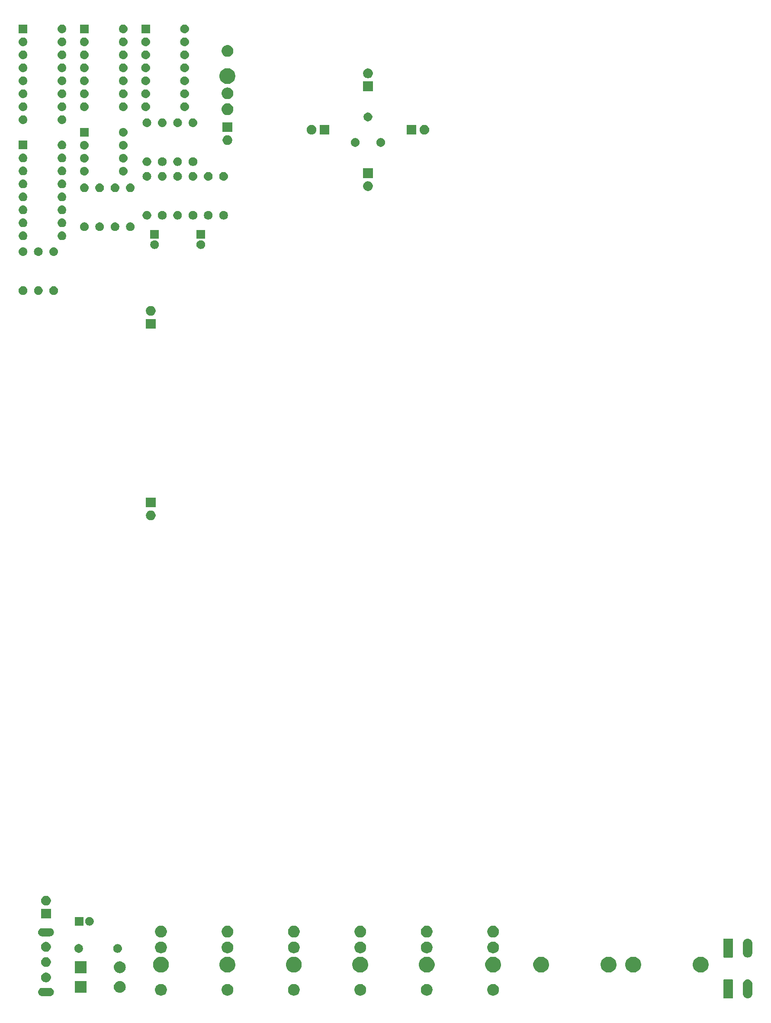
<source format=gbr>
G04 #@! TF.GenerationSoftware,KiCad,Pcbnew,(5.1.2-1)-1*
G04 #@! TF.CreationDate,2020-03-26T00:04:17-05:00*
G04 #@! TF.ProjectId,Knave+Death,4b6e6176-652b-4446-9561-74682e6b6963,rev?*
G04 #@! TF.SameCoordinates,Original*
G04 #@! TF.FileFunction,Soldermask,Bot*
G04 #@! TF.FilePolarity,Negative*
%FSLAX46Y46*%
G04 Gerber Fmt 4.6, Leading zero omitted, Abs format (unit mm)*
G04 Created by KiCad (PCBNEW (5.1.2-1)-1) date 2020-03-26 00:04:17*
%MOMM*%
%LPD*%
G04 APERTURE LIST*
%ADD10C,0.100000*%
G04 APERTURE END LIST*
D10*
G36*
X145996424Y-189912760D02*
G01*
X145996427Y-189912761D01*
X145996428Y-189912761D01*
X146175692Y-189967140D01*
X146175695Y-189967142D01*
X146175696Y-189967142D01*
X146340903Y-190055446D01*
X146485712Y-190174288D01*
X146604554Y-190319097D01*
X146655523Y-190414454D01*
X146692860Y-190484307D01*
X146747239Y-190663571D01*
X146747240Y-190663575D01*
X146761000Y-190803282D01*
X146761000Y-192696718D01*
X146747240Y-192836425D01*
X146747239Y-192836428D01*
X146747239Y-192836429D01*
X146692860Y-193015693D01*
X146692858Y-193015696D01*
X146692858Y-193015697D01*
X146604554Y-193180903D01*
X146485712Y-193325712D01*
X146340903Y-193444554D01*
X146193425Y-193523382D01*
X146175693Y-193532860D01*
X145996429Y-193587239D01*
X145996428Y-193587239D01*
X145996425Y-193587240D01*
X145810000Y-193605601D01*
X145623576Y-193587240D01*
X145623573Y-193587239D01*
X145623572Y-193587239D01*
X145444308Y-193532860D01*
X145426576Y-193523382D01*
X145279098Y-193444554D01*
X145134289Y-193325712D01*
X145015447Y-193180903D01*
X144927143Y-193015697D01*
X144927143Y-193015696D01*
X144927141Y-193015693D01*
X144872762Y-192836429D01*
X144872762Y-192836428D01*
X144872761Y-192836425D01*
X144859000Y-192696717D01*
X144859000Y-190803283D01*
X144872760Y-190663576D01*
X144872761Y-190663572D01*
X144927140Y-190484308D01*
X144944943Y-190451000D01*
X145015446Y-190319097D01*
X145134288Y-190174288D01*
X145279097Y-190055446D01*
X145444303Y-189967142D01*
X145444304Y-189967142D01*
X145444307Y-189967140D01*
X145623571Y-189912761D01*
X145623572Y-189912761D01*
X145623575Y-189912760D01*
X145810000Y-189894399D01*
X145996424Y-189912760D01*
X145996424Y-189912760D01*
G37*
G36*
X142810915Y-189902934D02*
G01*
X142843424Y-189912795D01*
X142873382Y-189928809D01*
X142899641Y-189950359D01*
X142921191Y-189976618D01*
X142937205Y-190006576D01*
X142947066Y-190039085D01*
X142951000Y-190079029D01*
X142951000Y-193420971D01*
X142947066Y-193460915D01*
X142937205Y-193493424D01*
X142921191Y-193523382D01*
X142899641Y-193549641D01*
X142873382Y-193571191D01*
X142843424Y-193587205D01*
X142810915Y-193597066D01*
X142770971Y-193601000D01*
X141229029Y-193601000D01*
X141189085Y-193597066D01*
X141156576Y-193587205D01*
X141126618Y-193571191D01*
X141100359Y-193549641D01*
X141078809Y-193523382D01*
X141062795Y-193493424D01*
X141052934Y-193460915D01*
X141049000Y-193420971D01*
X141049000Y-190079029D01*
X141052934Y-190039085D01*
X141062795Y-190006576D01*
X141078809Y-189976618D01*
X141100359Y-189950359D01*
X141126618Y-189928809D01*
X141156576Y-189912795D01*
X141189085Y-189902934D01*
X141229029Y-189899000D01*
X142770971Y-189899000D01*
X142810915Y-189902934D01*
X142810915Y-189902934D01*
G37*
G36*
X9328571Y-191552863D02*
G01*
X9407023Y-191560590D01*
X9507682Y-191591125D01*
X9558013Y-191606392D01*
X9697165Y-191680771D01*
X9819133Y-191780867D01*
X9919229Y-191902835D01*
X9993608Y-192041987D01*
X9993608Y-192041988D01*
X10039410Y-192192977D01*
X10054875Y-192350000D01*
X10039410Y-192507023D01*
X10033653Y-192526001D01*
X9993608Y-192658013D01*
X9919229Y-192797165D01*
X9819133Y-192919133D01*
X9697165Y-193019229D01*
X9558013Y-193093608D01*
X9507682Y-193108875D01*
X9407023Y-193139410D01*
X9328571Y-193147137D01*
X9289346Y-193151000D01*
X7710654Y-193151000D01*
X7671429Y-193147137D01*
X7592977Y-193139410D01*
X7492318Y-193108875D01*
X7441987Y-193093608D01*
X7302835Y-193019229D01*
X7180867Y-192919133D01*
X7080771Y-192797165D01*
X7006392Y-192658013D01*
X6966347Y-192526001D01*
X6960590Y-192507023D01*
X6945125Y-192350000D01*
X6960590Y-192192977D01*
X7006392Y-192041988D01*
X7006392Y-192041987D01*
X7080771Y-191902835D01*
X7180867Y-191780867D01*
X7302835Y-191680771D01*
X7441987Y-191606392D01*
X7492318Y-191591125D01*
X7592977Y-191560590D01*
X7671429Y-191552863D01*
X7710654Y-191549000D01*
X9289346Y-191549000D01*
X9328571Y-191552863D01*
X9328571Y-191552863D01*
G37*
G36*
X83224549Y-190791116D02*
G01*
X83335734Y-190813232D01*
X83545203Y-190899997D01*
X83733720Y-191025960D01*
X83894040Y-191186280D01*
X84020003Y-191374797D01*
X84020004Y-191374799D01*
X84045416Y-191436150D01*
X84106768Y-191584266D01*
X84151000Y-191806636D01*
X84151000Y-192033364D01*
X84106768Y-192255734D01*
X84020003Y-192465203D01*
X83894040Y-192653720D01*
X83733720Y-192814040D01*
X83545203Y-192940003D01*
X83335734Y-193026768D01*
X83224549Y-193048884D01*
X83113365Y-193071000D01*
X82886635Y-193071000D01*
X82775451Y-193048884D01*
X82664266Y-193026768D01*
X82454797Y-192940003D01*
X82266280Y-192814040D01*
X82105960Y-192653720D01*
X81979997Y-192465203D01*
X81893232Y-192255734D01*
X81849000Y-192033364D01*
X81849000Y-191806636D01*
X81893232Y-191584266D01*
X81954584Y-191436150D01*
X81979996Y-191374799D01*
X81979997Y-191374797D01*
X82105960Y-191186280D01*
X82266280Y-191025960D01*
X82454797Y-190899997D01*
X82664266Y-190813232D01*
X82775451Y-190791116D01*
X82886635Y-190769000D01*
X83113365Y-190769000D01*
X83224549Y-190791116D01*
X83224549Y-190791116D01*
G37*
G36*
X70224549Y-190791116D02*
G01*
X70335734Y-190813232D01*
X70545203Y-190899997D01*
X70733720Y-191025960D01*
X70894040Y-191186280D01*
X71020003Y-191374797D01*
X71020004Y-191374799D01*
X71045416Y-191436150D01*
X71106768Y-191584266D01*
X71151000Y-191806636D01*
X71151000Y-192033364D01*
X71106768Y-192255734D01*
X71020003Y-192465203D01*
X70894040Y-192653720D01*
X70733720Y-192814040D01*
X70545203Y-192940003D01*
X70335734Y-193026768D01*
X70224549Y-193048884D01*
X70113365Y-193071000D01*
X69886635Y-193071000D01*
X69775451Y-193048884D01*
X69664266Y-193026768D01*
X69454797Y-192940003D01*
X69266280Y-192814040D01*
X69105960Y-192653720D01*
X68979997Y-192465203D01*
X68893232Y-192255734D01*
X68849000Y-192033364D01*
X68849000Y-191806636D01*
X68893232Y-191584266D01*
X68954584Y-191436150D01*
X68979996Y-191374799D01*
X68979997Y-191374797D01*
X69105960Y-191186280D01*
X69266280Y-191025960D01*
X69454797Y-190899997D01*
X69664266Y-190813232D01*
X69775451Y-190791116D01*
X69886635Y-190769000D01*
X70113365Y-190769000D01*
X70224549Y-190791116D01*
X70224549Y-190791116D01*
G37*
G36*
X57224549Y-190791116D02*
G01*
X57335734Y-190813232D01*
X57545203Y-190899997D01*
X57733720Y-191025960D01*
X57894040Y-191186280D01*
X58020003Y-191374797D01*
X58020004Y-191374799D01*
X58045416Y-191436150D01*
X58106768Y-191584266D01*
X58151000Y-191806636D01*
X58151000Y-192033364D01*
X58106768Y-192255734D01*
X58020003Y-192465203D01*
X57894040Y-192653720D01*
X57733720Y-192814040D01*
X57545203Y-192940003D01*
X57335734Y-193026768D01*
X57224549Y-193048884D01*
X57113365Y-193071000D01*
X56886635Y-193071000D01*
X56775451Y-193048884D01*
X56664266Y-193026768D01*
X56454797Y-192940003D01*
X56266280Y-192814040D01*
X56105960Y-192653720D01*
X55979997Y-192465203D01*
X55893232Y-192255734D01*
X55849000Y-192033364D01*
X55849000Y-191806636D01*
X55893232Y-191584266D01*
X55954584Y-191436150D01*
X55979996Y-191374799D01*
X55979997Y-191374797D01*
X56105960Y-191186280D01*
X56266280Y-191025960D01*
X56454797Y-190899997D01*
X56664266Y-190813232D01*
X56775451Y-190791116D01*
X56886635Y-190769000D01*
X57113365Y-190769000D01*
X57224549Y-190791116D01*
X57224549Y-190791116D01*
G37*
G36*
X44224549Y-190791116D02*
G01*
X44335734Y-190813232D01*
X44545203Y-190899997D01*
X44733720Y-191025960D01*
X44894040Y-191186280D01*
X45020003Y-191374797D01*
X45020004Y-191374799D01*
X45045416Y-191436150D01*
X45106768Y-191584266D01*
X45151000Y-191806636D01*
X45151000Y-192033364D01*
X45106768Y-192255734D01*
X45020003Y-192465203D01*
X44894040Y-192653720D01*
X44733720Y-192814040D01*
X44545203Y-192940003D01*
X44335734Y-193026768D01*
X44224549Y-193048884D01*
X44113365Y-193071000D01*
X43886635Y-193071000D01*
X43775451Y-193048884D01*
X43664266Y-193026768D01*
X43454797Y-192940003D01*
X43266280Y-192814040D01*
X43105960Y-192653720D01*
X42979997Y-192465203D01*
X42893232Y-192255734D01*
X42849000Y-192033364D01*
X42849000Y-191806636D01*
X42893232Y-191584266D01*
X42954584Y-191436150D01*
X42979996Y-191374799D01*
X42979997Y-191374797D01*
X43105960Y-191186280D01*
X43266280Y-191025960D01*
X43454797Y-190899997D01*
X43664266Y-190813232D01*
X43775451Y-190791116D01*
X43886635Y-190769000D01*
X44113365Y-190769000D01*
X44224549Y-190791116D01*
X44224549Y-190791116D01*
G37*
G36*
X31224549Y-190791116D02*
G01*
X31335734Y-190813232D01*
X31545203Y-190899997D01*
X31733720Y-191025960D01*
X31894040Y-191186280D01*
X32020003Y-191374797D01*
X32020004Y-191374799D01*
X32045416Y-191436150D01*
X32106768Y-191584266D01*
X32151000Y-191806636D01*
X32151000Y-192033364D01*
X32106768Y-192255734D01*
X32020003Y-192465203D01*
X31894040Y-192653720D01*
X31733720Y-192814040D01*
X31545203Y-192940003D01*
X31335734Y-193026768D01*
X31224549Y-193048884D01*
X31113365Y-193071000D01*
X30886635Y-193071000D01*
X30775451Y-193048884D01*
X30664266Y-193026768D01*
X30454797Y-192940003D01*
X30266280Y-192814040D01*
X30105960Y-192653720D01*
X29979997Y-192465203D01*
X29893232Y-192255734D01*
X29849000Y-192033364D01*
X29849000Y-191806636D01*
X29893232Y-191584266D01*
X29954584Y-191436150D01*
X29979996Y-191374799D01*
X29979997Y-191374797D01*
X30105960Y-191186280D01*
X30266280Y-191025960D01*
X30454797Y-190899997D01*
X30664266Y-190813232D01*
X30775451Y-190791116D01*
X30886635Y-190769000D01*
X31113365Y-190769000D01*
X31224549Y-190791116D01*
X31224549Y-190791116D01*
G37*
G36*
X96224549Y-190791116D02*
G01*
X96335734Y-190813232D01*
X96545203Y-190899997D01*
X96733720Y-191025960D01*
X96894040Y-191186280D01*
X97020003Y-191374797D01*
X97020004Y-191374799D01*
X97045416Y-191436150D01*
X97106768Y-191584266D01*
X97151000Y-191806636D01*
X97151000Y-192033364D01*
X97106768Y-192255734D01*
X97020003Y-192465203D01*
X96894040Y-192653720D01*
X96733720Y-192814040D01*
X96545203Y-192940003D01*
X96335734Y-193026768D01*
X96224549Y-193048884D01*
X96113365Y-193071000D01*
X95886635Y-193071000D01*
X95775451Y-193048884D01*
X95664266Y-193026768D01*
X95454797Y-192940003D01*
X95266280Y-192814040D01*
X95105960Y-192653720D01*
X94979997Y-192465203D01*
X94893232Y-192255734D01*
X94849000Y-192033364D01*
X94849000Y-191806636D01*
X94893232Y-191584266D01*
X94954584Y-191436150D01*
X94979996Y-191374799D01*
X94979997Y-191374797D01*
X95105960Y-191186280D01*
X95266280Y-191025960D01*
X95454797Y-190899997D01*
X95664266Y-190813232D01*
X95775451Y-190791116D01*
X95886635Y-190769000D01*
X96113365Y-190769000D01*
X96224549Y-190791116D01*
X96224549Y-190791116D01*
G37*
G36*
X23114272Y-190235104D02*
G01*
X23170636Y-190240655D01*
X23387601Y-190306471D01*
X23387603Y-190306472D01*
X23587556Y-190413348D01*
X23762819Y-190557183D01*
X23906654Y-190732446D01*
X23996210Y-190899996D01*
X24013531Y-190932401D01*
X24079347Y-191149366D01*
X24101570Y-191375001D01*
X24079347Y-191600636D01*
X24016858Y-191806635D01*
X24013530Y-191817603D01*
X23906654Y-192017556D01*
X23762819Y-192192819D01*
X23587556Y-192336654D01*
X23387603Y-192443530D01*
X23387601Y-192443531D01*
X23170636Y-192509347D01*
X23114272Y-192514898D01*
X23001546Y-192526001D01*
X22888456Y-192526001D01*
X22775730Y-192514898D01*
X22719366Y-192509347D01*
X22502401Y-192443531D01*
X22502399Y-192443530D01*
X22302446Y-192336654D01*
X22127183Y-192192819D01*
X21983348Y-192017556D01*
X21876472Y-191817603D01*
X21873145Y-191806635D01*
X21810655Y-191600636D01*
X21788432Y-191375001D01*
X21810655Y-191149366D01*
X21876471Y-190932401D01*
X21893792Y-190899996D01*
X21983348Y-190732446D01*
X22127183Y-190557183D01*
X22302446Y-190413348D01*
X22502399Y-190306472D01*
X22502401Y-190306471D01*
X22719366Y-190240655D01*
X22775730Y-190235104D01*
X22888456Y-190224001D01*
X23001546Y-190224001D01*
X23114272Y-190235104D01*
X23114272Y-190235104D01*
G37*
G36*
X16476001Y-192526001D02*
G01*
X14174001Y-192526001D01*
X14174001Y-190224001D01*
X16476001Y-190224001D01*
X16476001Y-192526001D01*
X16476001Y-192526001D01*
G37*
G36*
X8777395Y-188585546D02*
G01*
X8950466Y-188657234D01*
X8950467Y-188657235D01*
X9106227Y-188761310D01*
X9238690Y-188893773D01*
X9238691Y-188893775D01*
X9342766Y-189049534D01*
X9414454Y-189222605D01*
X9451000Y-189406333D01*
X9451000Y-189593667D01*
X9414454Y-189777395D01*
X9342766Y-189950466D01*
X9342765Y-189950467D01*
X9238690Y-190106227D01*
X9106227Y-190238690D01*
X9103286Y-190240655D01*
X8950466Y-190342766D01*
X8777395Y-190414454D01*
X8593667Y-190451000D01*
X8406333Y-190451000D01*
X8222605Y-190414454D01*
X8049534Y-190342766D01*
X7896714Y-190240655D01*
X7893773Y-190238690D01*
X7761310Y-190106227D01*
X7657235Y-189950467D01*
X7657234Y-189950466D01*
X7585546Y-189777395D01*
X7549000Y-189593667D01*
X7549000Y-189406333D01*
X7585546Y-189222605D01*
X7657234Y-189049534D01*
X7761309Y-188893775D01*
X7761310Y-188893773D01*
X7893773Y-188761310D01*
X8049533Y-188657235D01*
X8049534Y-188657234D01*
X8222605Y-188585546D01*
X8406333Y-188549000D01*
X8593667Y-188549000D01*
X8777395Y-188585546D01*
X8777395Y-188585546D01*
G37*
G36*
X23114272Y-186360103D02*
G01*
X23170636Y-186365654D01*
X23387601Y-186431470D01*
X23387603Y-186431471D01*
X23587556Y-186538347D01*
X23762819Y-186682182D01*
X23906654Y-186857445D01*
X24013530Y-187057398D01*
X24013531Y-187057400D01*
X24079347Y-187274365D01*
X24101570Y-187500000D01*
X24079347Y-187725635D01*
X24076606Y-187734672D01*
X24013530Y-187942602D01*
X23906654Y-188142555D01*
X23762819Y-188317818D01*
X23587556Y-188461653D01*
X23387603Y-188568529D01*
X23387601Y-188568530D01*
X23170636Y-188634346D01*
X23114272Y-188639897D01*
X23001546Y-188651000D01*
X22888456Y-188651000D01*
X22775730Y-188639897D01*
X22719366Y-188634346D01*
X22502401Y-188568530D01*
X22502399Y-188568529D01*
X22302446Y-188461653D01*
X22127183Y-188317818D01*
X21983348Y-188142555D01*
X21876472Y-187942602D01*
X21813397Y-187734672D01*
X21810655Y-187725635D01*
X21788432Y-187500000D01*
X21810655Y-187274365D01*
X21876471Y-187057400D01*
X21876472Y-187057398D01*
X21983348Y-186857445D01*
X22127183Y-186682182D01*
X22302446Y-186538347D01*
X22502399Y-186431471D01*
X22502401Y-186431470D01*
X22719366Y-186365654D01*
X22775730Y-186360103D01*
X22888456Y-186349000D01*
X23001546Y-186349000D01*
X23114272Y-186360103D01*
X23114272Y-186360103D01*
G37*
G36*
X16476001Y-188651000D02*
G01*
X14174001Y-188651000D01*
X14174001Y-186349000D01*
X16476001Y-186349000D01*
X16476001Y-188651000D01*
X16476001Y-188651000D01*
G37*
G36*
X136812661Y-185460915D02*
G01*
X137052410Y-185508604D01*
X137334674Y-185625521D01*
X137588705Y-185795259D01*
X137804741Y-186011295D01*
X137974479Y-186265326D01*
X138091396Y-186547590D01*
X138091396Y-186547591D01*
X138151000Y-186847239D01*
X138151000Y-187152761D01*
X138133907Y-187238691D01*
X138091396Y-187452410D01*
X137974479Y-187734674D01*
X137804741Y-187988705D01*
X137588705Y-188204741D01*
X137334674Y-188374479D01*
X137052410Y-188491396D01*
X136902585Y-188521198D01*
X136752761Y-188551000D01*
X136447239Y-188551000D01*
X136297415Y-188521198D01*
X136147590Y-188491396D01*
X135865326Y-188374479D01*
X135611295Y-188204741D01*
X135395259Y-187988705D01*
X135225521Y-187734674D01*
X135108604Y-187452410D01*
X135066093Y-187238691D01*
X135049000Y-187152761D01*
X135049000Y-186847239D01*
X135108604Y-186547591D01*
X135108604Y-186547590D01*
X135225521Y-186265326D01*
X135395259Y-186011295D01*
X135611295Y-185795259D01*
X135865326Y-185625521D01*
X136147590Y-185508604D01*
X136387339Y-185460915D01*
X136447239Y-185449000D01*
X136752761Y-185449000D01*
X136812661Y-185460915D01*
X136812661Y-185460915D01*
G37*
G36*
X123612661Y-185460915D02*
G01*
X123852410Y-185508604D01*
X124134674Y-185625521D01*
X124388705Y-185795259D01*
X124604741Y-186011295D01*
X124774479Y-186265326D01*
X124891396Y-186547590D01*
X124891396Y-186547591D01*
X124951000Y-186847239D01*
X124951000Y-187152761D01*
X124933907Y-187238691D01*
X124891396Y-187452410D01*
X124774479Y-187734674D01*
X124604741Y-187988705D01*
X124388705Y-188204741D01*
X124134674Y-188374479D01*
X123852410Y-188491396D01*
X123702585Y-188521198D01*
X123552761Y-188551000D01*
X123247239Y-188551000D01*
X123097415Y-188521198D01*
X122947590Y-188491396D01*
X122665326Y-188374479D01*
X122411295Y-188204741D01*
X122195259Y-187988705D01*
X122025521Y-187734674D01*
X121908604Y-187452410D01*
X121866093Y-187238691D01*
X121849000Y-187152761D01*
X121849000Y-186847239D01*
X121908604Y-186547591D01*
X121908604Y-186547590D01*
X122025521Y-186265326D01*
X122195259Y-186011295D01*
X122411295Y-185795259D01*
X122665326Y-185625521D01*
X122947590Y-185508604D01*
X123187339Y-185460915D01*
X123247239Y-185449000D01*
X123552761Y-185449000D01*
X123612661Y-185460915D01*
X123612661Y-185460915D01*
G37*
G36*
X118812661Y-185460915D02*
G01*
X119052410Y-185508604D01*
X119334674Y-185625521D01*
X119588705Y-185795259D01*
X119804741Y-186011295D01*
X119974479Y-186265326D01*
X120091396Y-186547590D01*
X120091396Y-186547591D01*
X120151000Y-186847239D01*
X120151000Y-187152761D01*
X120133907Y-187238691D01*
X120091396Y-187452410D01*
X119974479Y-187734674D01*
X119804741Y-187988705D01*
X119588705Y-188204741D01*
X119334674Y-188374479D01*
X119052410Y-188491396D01*
X118902585Y-188521198D01*
X118752761Y-188551000D01*
X118447239Y-188551000D01*
X118297415Y-188521198D01*
X118147590Y-188491396D01*
X117865326Y-188374479D01*
X117611295Y-188204741D01*
X117395259Y-187988705D01*
X117225521Y-187734674D01*
X117108604Y-187452410D01*
X117066093Y-187238691D01*
X117049000Y-187152761D01*
X117049000Y-186847239D01*
X117108604Y-186547591D01*
X117108604Y-186547590D01*
X117225521Y-186265326D01*
X117395259Y-186011295D01*
X117611295Y-185795259D01*
X117865326Y-185625521D01*
X118147590Y-185508604D01*
X118387339Y-185460915D01*
X118447239Y-185449000D01*
X118752761Y-185449000D01*
X118812661Y-185460915D01*
X118812661Y-185460915D01*
G37*
G36*
X31212661Y-185460915D02*
G01*
X31452410Y-185508604D01*
X31734674Y-185625521D01*
X31988705Y-185795259D01*
X32204741Y-186011295D01*
X32374479Y-186265326D01*
X32491396Y-186547590D01*
X32491396Y-186547591D01*
X32551000Y-186847239D01*
X32551000Y-187152761D01*
X32533907Y-187238691D01*
X32491396Y-187452410D01*
X32374479Y-187734674D01*
X32204741Y-187988705D01*
X31988705Y-188204741D01*
X31734674Y-188374479D01*
X31452410Y-188491396D01*
X31302585Y-188521198D01*
X31152761Y-188551000D01*
X30847239Y-188551000D01*
X30697415Y-188521198D01*
X30547590Y-188491396D01*
X30265326Y-188374479D01*
X30011295Y-188204741D01*
X29795259Y-187988705D01*
X29625521Y-187734674D01*
X29508604Y-187452410D01*
X29466093Y-187238691D01*
X29449000Y-187152761D01*
X29449000Y-186847239D01*
X29508604Y-186547591D01*
X29508604Y-186547590D01*
X29625521Y-186265326D01*
X29795259Y-186011295D01*
X30011295Y-185795259D01*
X30265326Y-185625521D01*
X30547590Y-185508604D01*
X30787339Y-185460915D01*
X30847239Y-185449000D01*
X31152761Y-185449000D01*
X31212661Y-185460915D01*
X31212661Y-185460915D01*
G37*
G36*
X44212661Y-185460915D02*
G01*
X44452410Y-185508604D01*
X44734674Y-185625521D01*
X44988705Y-185795259D01*
X45204741Y-186011295D01*
X45374479Y-186265326D01*
X45491396Y-186547590D01*
X45491396Y-186547591D01*
X45551000Y-186847239D01*
X45551000Y-187152761D01*
X45533907Y-187238691D01*
X45491396Y-187452410D01*
X45374479Y-187734674D01*
X45204741Y-187988705D01*
X44988705Y-188204741D01*
X44734674Y-188374479D01*
X44452410Y-188491396D01*
X44302585Y-188521198D01*
X44152761Y-188551000D01*
X43847239Y-188551000D01*
X43697415Y-188521198D01*
X43547590Y-188491396D01*
X43265326Y-188374479D01*
X43011295Y-188204741D01*
X42795259Y-187988705D01*
X42625521Y-187734674D01*
X42508604Y-187452410D01*
X42466093Y-187238691D01*
X42449000Y-187152761D01*
X42449000Y-186847239D01*
X42508604Y-186547591D01*
X42508604Y-186547590D01*
X42625521Y-186265326D01*
X42795259Y-186011295D01*
X43011295Y-185795259D01*
X43265326Y-185625521D01*
X43547590Y-185508604D01*
X43787339Y-185460915D01*
X43847239Y-185449000D01*
X44152761Y-185449000D01*
X44212661Y-185460915D01*
X44212661Y-185460915D01*
G37*
G36*
X57212661Y-185460915D02*
G01*
X57452410Y-185508604D01*
X57734674Y-185625521D01*
X57988705Y-185795259D01*
X58204741Y-186011295D01*
X58374479Y-186265326D01*
X58491396Y-186547590D01*
X58491396Y-186547591D01*
X58551000Y-186847239D01*
X58551000Y-187152761D01*
X58533907Y-187238691D01*
X58491396Y-187452410D01*
X58374479Y-187734674D01*
X58204741Y-187988705D01*
X57988705Y-188204741D01*
X57734674Y-188374479D01*
X57452410Y-188491396D01*
X57302585Y-188521198D01*
X57152761Y-188551000D01*
X56847239Y-188551000D01*
X56697415Y-188521198D01*
X56547590Y-188491396D01*
X56265326Y-188374479D01*
X56011295Y-188204741D01*
X55795259Y-187988705D01*
X55625521Y-187734674D01*
X55508604Y-187452410D01*
X55466093Y-187238691D01*
X55449000Y-187152761D01*
X55449000Y-186847239D01*
X55508604Y-186547591D01*
X55508604Y-186547590D01*
X55625521Y-186265326D01*
X55795259Y-186011295D01*
X56011295Y-185795259D01*
X56265326Y-185625521D01*
X56547590Y-185508604D01*
X56787339Y-185460915D01*
X56847239Y-185449000D01*
X57152761Y-185449000D01*
X57212661Y-185460915D01*
X57212661Y-185460915D01*
G37*
G36*
X70212661Y-185460915D02*
G01*
X70452410Y-185508604D01*
X70734674Y-185625521D01*
X70988705Y-185795259D01*
X71204741Y-186011295D01*
X71374479Y-186265326D01*
X71491396Y-186547590D01*
X71491396Y-186547591D01*
X71551000Y-186847239D01*
X71551000Y-187152761D01*
X71533907Y-187238691D01*
X71491396Y-187452410D01*
X71374479Y-187734674D01*
X71204741Y-187988705D01*
X70988705Y-188204741D01*
X70734674Y-188374479D01*
X70452410Y-188491396D01*
X70302585Y-188521198D01*
X70152761Y-188551000D01*
X69847239Y-188551000D01*
X69697415Y-188521198D01*
X69547590Y-188491396D01*
X69265326Y-188374479D01*
X69011295Y-188204741D01*
X68795259Y-187988705D01*
X68625521Y-187734674D01*
X68508604Y-187452410D01*
X68466093Y-187238691D01*
X68449000Y-187152761D01*
X68449000Y-186847239D01*
X68508604Y-186547591D01*
X68508604Y-186547590D01*
X68625521Y-186265326D01*
X68795259Y-186011295D01*
X69011295Y-185795259D01*
X69265326Y-185625521D01*
X69547590Y-185508604D01*
X69787339Y-185460915D01*
X69847239Y-185449000D01*
X70152761Y-185449000D01*
X70212661Y-185460915D01*
X70212661Y-185460915D01*
G37*
G36*
X83212661Y-185460915D02*
G01*
X83452410Y-185508604D01*
X83734674Y-185625521D01*
X83988705Y-185795259D01*
X84204741Y-186011295D01*
X84374479Y-186265326D01*
X84491396Y-186547590D01*
X84491396Y-186547591D01*
X84551000Y-186847239D01*
X84551000Y-187152761D01*
X84533907Y-187238691D01*
X84491396Y-187452410D01*
X84374479Y-187734674D01*
X84204741Y-187988705D01*
X83988705Y-188204741D01*
X83734674Y-188374479D01*
X83452410Y-188491396D01*
X83302585Y-188521198D01*
X83152761Y-188551000D01*
X82847239Y-188551000D01*
X82697415Y-188521198D01*
X82547590Y-188491396D01*
X82265326Y-188374479D01*
X82011295Y-188204741D01*
X81795259Y-187988705D01*
X81625521Y-187734674D01*
X81508604Y-187452410D01*
X81466093Y-187238691D01*
X81449000Y-187152761D01*
X81449000Y-186847239D01*
X81508604Y-186547591D01*
X81508604Y-186547590D01*
X81625521Y-186265326D01*
X81795259Y-186011295D01*
X82011295Y-185795259D01*
X82265326Y-185625521D01*
X82547590Y-185508604D01*
X82787339Y-185460915D01*
X82847239Y-185449000D01*
X83152761Y-185449000D01*
X83212661Y-185460915D01*
X83212661Y-185460915D01*
G37*
G36*
X96212661Y-185460915D02*
G01*
X96452410Y-185508604D01*
X96734674Y-185625521D01*
X96988705Y-185795259D01*
X97204741Y-186011295D01*
X97374479Y-186265326D01*
X97491396Y-186547590D01*
X97491396Y-186547591D01*
X97551000Y-186847239D01*
X97551000Y-187152761D01*
X97533907Y-187238691D01*
X97491396Y-187452410D01*
X97374479Y-187734674D01*
X97204741Y-187988705D01*
X96988705Y-188204741D01*
X96734674Y-188374479D01*
X96452410Y-188491396D01*
X96302585Y-188521198D01*
X96152761Y-188551000D01*
X95847239Y-188551000D01*
X95697415Y-188521198D01*
X95547590Y-188491396D01*
X95265326Y-188374479D01*
X95011295Y-188204741D01*
X94795259Y-187988705D01*
X94625521Y-187734674D01*
X94508604Y-187452410D01*
X94466093Y-187238691D01*
X94449000Y-187152761D01*
X94449000Y-186847239D01*
X94508604Y-186547591D01*
X94508604Y-186547590D01*
X94625521Y-186265326D01*
X94795259Y-186011295D01*
X95011295Y-185795259D01*
X95265326Y-185625521D01*
X95547590Y-185508604D01*
X95787339Y-185460915D01*
X95847239Y-185449000D01*
X96152761Y-185449000D01*
X96212661Y-185460915D01*
X96212661Y-185460915D01*
G37*
G36*
X105612661Y-185460915D02*
G01*
X105852410Y-185508604D01*
X106134674Y-185625521D01*
X106388705Y-185795259D01*
X106604741Y-186011295D01*
X106774479Y-186265326D01*
X106891396Y-186547590D01*
X106891396Y-186547591D01*
X106951000Y-186847239D01*
X106951000Y-187152761D01*
X106933907Y-187238691D01*
X106891396Y-187452410D01*
X106774479Y-187734674D01*
X106604741Y-187988705D01*
X106388705Y-188204741D01*
X106134674Y-188374479D01*
X105852410Y-188491396D01*
X105702585Y-188521198D01*
X105552761Y-188551000D01*
X105247239Y-188551000D01*
X105097415Y-188521198D01*
X104947590Y-188491396D01*
X104665326Y-188374479D01*
X104411295Y-188204741D01*
X104195259Y-187988705D01*
X104025521Y-187734674D01*
X103908604Y-187452410D01*
X103866093Y-187238691D01*
X103849000Y-187152761D01*
X103849000Y-186847239D01*
X103908604Y-186547591D01*
X103908604Y-186547590D01*
X104025521Y-186265326D01*
X104195259Y-186011295D01*
X104411295Y-185795259D01*
X104665326Y-185625521D01*
X104947590Y-185508604D01*
X105187339Y-185460915D01*
X105247239Y-185449000D01*
X105552761Y-185449000D01*
X105612661Y-185460915D01*
X105612661Y-185460915D01*
G37*
G36*
X8777395Y-185585546D02*
G01*
X8950466Y-185657234D01*
X8950467Y-185657235D01*
X9106227Y-185761310D01*
X9238690Y-185893773D01*
X9238691Y-185893775D01*
X9342766Y-186049534D01*
X9414454Y-186222605D01*
X9451000Y-186406333D01*
X9451000Y-186593667D01*
X9414454Y-186777395D01*
X9342766Y-186950466D01*
X9342765Y-186950467D01*
X9238690Y-187106227D01*
X9106227Y-187238690D01*
X9052835Y-187274365D01*
X8950466Y-187342766D01*
X8777395Y-187414454D01*
X8593667Y-187451000D01*
X8406333Y-187451000D01*
X8222605Y-187414454D01*
X8049534Y-187342766D01*
X7947165Y-187274365D01*
X7893773Y-187238690D01*
X7761310Y-187106227D01*
X7657235Y-186950467D01*
X7657234Y-186950466D01*
X7585546Y-186777395D01*
X7549000Y-186593667D01*
X7549000Y-186406333D01*
X7585546Y-186222605D01*
X7657234Y-186049534D01*
X7761309Y-185893775D01*
X7761310Y-185893773D01*
X7893773Y-185761310D01*
X8049533Y-185657235D01*
X8049534Y-185657234D01*
X8222605Y-185585546D01*
X8406333Y-185549000D01*
X8593667Y-185549000D01*
X8777395Y-185585546D01*
X8777395Y-185585546D01*
G37*
G36*
X145996424Y-181912760D02*
G01*
X145996427Y-181912761D01*
X145996428Y-181912761D01*
X146175692Y-181967140D01*
X146175695Y-181967142D01*
X146175696Y-181967142D01*
X146340903Y-182055446D01*
X146485712Y-182174288D01*
X146604554Y-182319097D01*
X146684678Y-182469000D01*
X146692860Y-182484307D01*
X146745317Y-182657235D01*
X146747240Y-182663575D01*
X146761000Y-182803282D01*
X146761000Y-184696718D01*
X146747240Y-184836425D01*
X146747239Y-184836428D01*
X146747239Y-184836429D01*
X146692860Y-185015693D01*
X146692858Y-185015696D01*
X146692858Y-185015697D01*
X146604554Y-185180903D01*
X146485712Y-185325712D01*
X146340903Y-185444554D01*
X146221073Y-185508604D01*
X146175693Y-185532860D01*
X145996429Y-185587239D01*
X145996428Y-185587239D01*
X145996425Y-185587240D01*
X145810000Y-185605601D01*
X145623576Y-185587240D01*
X145623573Y-185587239D01*
X145623572Y-185587239D01*
X145444308Y-185532860D01*
X145398928Y-185508604D01*
X145279098Y-185444554D01*
X145134289Y-185325712D01*
X145015447Y-185180903D01*
X144927143Y-185015697D01*
X144927143Y-185015696D01*
X144927141Y-185015693D01*
X144872762Y-184836429D01*
X144872762Y-184836428D01*
X144872761Y-184836425D01*
X144859000Y-184696717D01*
X144859000Y-182803283D01*
X144872760Y-182663576D01*
X144872761Y-182663572D01*
X144927140Y-182484308D01*
X144935322Y-182469000D01*
X145015446Y-182319097D01*
X145134288Y-182174288D01*
X145279097Y-182055446D01*
X145444303Y-181967142D01*
X145444304Y-181967142D01*
X145444307Y-181967140D01*
X145623571Y-181912761D01*
X145623572Y-181912761D01*
X145623575Y-181912760D01*
X145810000Y-181894399D01*
X145996424Y-181912760D01*
X145996424Y-181912760D01*
G37*
G36*
X142810915Y-181902934D02*
G01*
X142843424Y-181912795D01*
X142873382Y-181928809D01*
X142899641Y-181950359D01*
X142921191Y-181976618D01*
X142937205Y-182006576D01*
X142947066Y-182039085D01*
X142951000Y-182079029D01*
X142951000Y-185420971D01*
X142947066Y-185460915D01*
X142937205Y-185493424D01*
X142921191Y-185523382D01*
X142899641Y-185549641D01*
X142873382Y-185571191D01*
X142843424Y-185587205D01*
X142810915Y-185597066D01*
X142770971Y-185601000D01*
X141229029Y-185601000D01*
X141189085Y-185597066D01*
X141156576Y-185587205D01*
X141126618Y-185571191D01*
X141100359Y-185549641D01*
X141078809Y-185523382D01*
X141062795Y-185493424D01*
X141052934Y-185460915D01*
X141049000Y-185420971D01*
X141049000Y-182079029D01*
X141052934Y-182039085D01*
X141062795Y-182006576D01*
X141078809Y-181976618D01*
X141100359Y-181950359D01*
X141126618Y-181928809D01*
X141156576Y-181912795D01*
X141189085Y-181902934D01*
X141229029Y-181899000D01*
X142770971Y-181899000D01*
X142810915Y-181902934D01*
X142810915Y-181902934D01*
G37*
G36*
X83190298Y-182484303D02*
G01*
X83335734Y-182513232D01*
X83545203Y-182599997D01*
X83733720Y-182725960D01*
X83894040Y-182886280D01*
X84020003Y-183074797D01*
X84106768Y-183284266D01*
X84151000Y-183506636D01*
X84151000Y-183733364D01*
X84106768Y-183955734D01*
X84045416Y-184103850D01*
X84025373Y-184152240D01*
X84020003Y-184165203D01*
X83894040Y-184353720D01*
X83733720Y-184514040D01*
X83545203Y-184640003D01*
X83545202Y-184640004D01*
X83545201Y-184640004D01*
X83488025Y-184663687D01*
X83335734Y-184726768D01*
X83224549Y-184748884D01*
X83113365Y-184771000D01*
X82886635Y-184771000D01*
X82775451Y-184748884D01*
X82664266Y-184726768D01*
X82511975Y-184663687D01*
X82454799Y-184640004D01*
X82454798Y-184640004D01*
X82454797Y-184640003D01*
X82266280Y-184514040D01*
X82105960Y-184353720D01*
X81979997Y-184165203D01*
X81974628Y-184152240D01*
X81954584Y-184103850D01*
X81893232Y-183955734D01*
X81849000Y-183733364D01*
X81849000Y-183506636D01*
X81893232Y-183284266D01*
X81979997Y-183074797D01*
X82105960Y-182886280D01*
X82266280Y-182725960D01*
X82454797Y-182599997D01*
X82664266Y-182513232D01*
X82809702Y-182484303D01*
X82886635Y-182469000D01*
X83113365Y-182469000D01*
X83190298Y-182484303D01*
X83190298Y-182484303D01*
G37*
G36*
X96190298Y-182484303D02*
G01*
X96335734Y-182513232D01*
X96545203Y-182599997D01*
X96733720Y-182725960D01*
X96894040Y-182886280D01*
X97020003Y-183074797D01*
X97106768Y-183284266D01*
X97151000Y-183506636D01*
X97151000Y-183733364D01*
X97106768Y-183955734D01*
X97045416Y-184103850D01*
X97025373Y-184152240D01*
X97020003Y-184165203D01*
X96894040Y-184353720D01*
X96733720Y-184514040D01*
X96545203Y-184640003D01*
X96545202Y-184640004D01*
X96545201Y-184640004D01*
X96488025Y-184663687D01*
X96335734Y-184726768D01*
X96224549Y-184748884D01*
X96113365Y-184771000D01*
X95886635Y-184771000D01*
X95775451Y-184748884D01*
X95664266Y-184726768D01*
X95511975Y-184663687D01*
X95454799Y-184640004D01*
X95454798Y-184640004D01*
X95454797Y-184640003D01*
X95266280Y-184514040D01*
X95105960Y-184353720D01*
X94979997Y-184165203D01*
X94974628Y-184152240D01*
X94954584Y-184103850D01*
X94893232Y-183955734D01*
X94849000Y-183733364D01*
X94849000Y-183506636D01*
X94893232Y-183284266D01*
X94979997Y-183074797D01*
X95105960Y-182886280D01*
X95266280Y-182725960D01*
X95454797Y-182599997D01*
X95664266Y-182513232D01*
X95809702Y-182484303D01*
X95886635Y-182469000D01*
X96113365Y-182469000D01*
X96190298Y-182484303D01*
X96190298Y-182484303D01*
G37*
G36*
X31190298Y-182484303D02*
G01*
X31335734Y-182513232D01*
X31545203Y-182599997D01*
X31733720Y-182725960D01*
X31894040Y-182886280D01*
X32020003Y-183074797D01*
X32106768Y-183284266D01*
X32151000Y-183506636D01*
X32151000Y-183733364D01*
X32106768Y-183955734D01*
X32045416Y-184103850D01*
X32025373Y-184152240D01*
X32020003Y-184165203D01*
X31894040Y-184353720D01*
X31733720Y-184514040D01*
X31545203Y-184640003D01*
X31545202Y-184640004D01*
X31545201Y-184640004D01*
X31488025Y-184663687D01*
X31335734Y-184726768D01*
X31224549Y-184748884D01*
X31113365Y-184771000D01*
X30886635Y-184771000D01*
X30775451Y-184748884D01*
X30664266Y-184726768D01*
X30511975Y-184663687D01*
X30454799Y-184640004D01*
X30454798Y-184640004D01*
X30454797Y-184640003D01*
X30266280Y-184514040D01*
X30105960Y-184353720D01*
X29979997Y-184165203D01*
X29974628Y-184152240D01*
X29954584Y-184103850D01*
X29893232Y-183955734D01*
X29849000Y-183733364D01*
X29849000Y-183506636D01*
X29893232Y-183284266D01*
X29979997Y-183074797D01*
X30105960Y-182886280D01*
X30266280Y-182725960D01*
X30454797Y-182599997D01*
X30664266Y-182513232D01*
X30809702Y-182484303D01*
X30886635Y-182469000D01*
X31113365Y-182469000D01*
X31190298Y-182484303D01*
X31190298Y-182484303D01*
G37*
G36*
X70190298Y-182484303D02*
G01*
X70335734Y-182513232D01*
X70545203Y-182599997D01*
X70733720Y-182725960D01*
X70894040Y-182886280D01*
X71020003Y-183074797D01*
X71106768Y-183284266D01*
X71151000Y-183506636D01*
X71151000Y-183733364D01*
X71106768Y-183955734D01*
X71045416Y-184103850D01*
X71025373Y-184152240D01*
X71020003Y-184165203D01*
X70894040Y-184353720D01*
X70733720Y-184514040D01*
X70545203Y-184640003D01*
X70545202Y-184640004D01*
X70545201Y-184640004D01*
X70488025Y-184663687D01*
X70335734Y-184726768D01*
X70224549Y-184748884D01*
X70113365Y-184771000D01*
X69886635Y-184771000D01*
X69775451Y-184748884D01*
X69664266Y-184726768D01*
X69511975Y-184663687D01*
X69454799Y-184640004D01*
X69454798Y-184640004D01*
X69454797Y-184640003D01*
X69266280Y-184514040D01*
X69105960Y-184353720D01*
X68979997Y-184165203D01*
X68974628Y-184152240D01*
X68954584Y-184103850D01*
X68893232Y-183955734D01*
X68849000Y-183733364D01*
X68849000Y-183506636D01*
X68893232Y-183284266D01*
X68979997Y-183074797D01*
X69105960Y-182886280D01*
X69266280Y-182725960D01*
X69454797Y-182599997D01*
X69664266Y-182513232D01*
X69809702Y-182484303D01*
X69886635Y-182469000D01*
X70113365Y-182469000D01*
X70190298Y-182484303D01*
X70190298Y-182484303D01*
G37*
G36*
X57190298Y-182484303D02*
G01*
X57335734Y-182513232D01*
X57545203Y-182599997D01*
X57733720Y-182725960D01*
X57894040Y-182886280D01*
X58020003Y-183074797D01*
X58106768Y-183284266D01*
X58151000Y-183506636D01*
X58151000Y-183733364D01*
X58106768Y-183955734D01*
X58045416Y-184103850D01*
X58025373Y-184152240D01*
X58020003Y-184165203D01*
X57894040Y-184353720D01*
X57733720Y-184514040D01*
X57545203Y-184640003D01*
X57545202Y-184640004D01*
X57545201Y-184640004D01*
X57488025Y-184663687D01*
X57335734Y-184726768D01*
X57224549Y-184748884D01*
X57113365Y-184771000D01*
X56886635Y-184771000D01*
X56775451Y-184748884D01*
X56664266Y-184726768D01*
X56511975Y-184663687D01*
X56454799Y-184640004D01*
X56454798Y-184640004D01*
X56454797Y-184640003D01*
X56266280Y-184514040D01*
X56105960Y-184353720D01*
X55979997Y-184165203D01*
X55974628Y-184152240D01*
X55954584Y-184103850D01*
X55893232Y-183955734D01*
X55849000Y-183733364D01*
X55849000Y-183506636D01*
X55893232Y-183284266D01*
X55979997Y-183074797D01*
X56105960Y-182886280D01*
X56266280Y-182725960D01*
X56454797Y-182599997D01*
X56664266Y-182513232D01*
X56809702Y-182484303D01*
X56886635Y-182469000D01*
X57113365Y-182469000D01*
X57190298Y-182484303D01*
X57190298Y-182484303D01*
G37*
G36*
X44190298Y-182484303D02*
G01*
X44335734Y-182513232D01*
X44545203Y-182599997D01*
X44733720Y-182725960D01*
X44894040Y-182886280D01*
X45020003Y-183074797D01*
X45106768Y-183284266D01*
X45151000Y-183506636D01*
X45151000Y-183733364D01*
X45106768Y-183955734D01*
X45045416Y-184103850D01*
X45025373Y-184152240D01*
X45020003Y-184165203D01*
X44894040Y-184353720D01*
X44733720Y-184514040D01*
X44545203Y-184640003D01*
X44545202Y-184640004D01*
X44545201Y-184640004D01*
X44488025Y-184663687D01*
X44335734Y-184726768D01*
X44224549Y-184748884D01*
X44113365Y-184771000D01*
X43886635Y-184771000D01*
X43775451Y-184748884D01*
X43664266Y-184726768D01*
X43511975Y-184663687D01*
X43454799Y-184640004D01*
X43454798Y-184640004D01*
X43454797Y-184640003D01*
X43266280Y-184514040D01*
X43105960Y-184353720D01*
X42979997Y-184165203D01*
X42974628Y-184152240D01*
X42954584Y-184103850D01*
X42893232Y-183955734D01*
X42849000Y-183733364D01*
X42849000Y-183506636D01*
X42893232Y-183284266D01*
X42979997Y-183074797D01*
X43105960Y-182886280D01*
X43266280Y-182725960D01*
X43454797Y-182599997D01*
X43664266Y-182513232D01*
X43809702Y-182484303D01*
X43886635Y-182469000D01*
X44113365Y-182469000D01*
X44190298Y-182484303D01*
X44190298Y-182484303D01*
G37*
G36*
X15143229Y-183006704D02*
G01*
X15298101Y-183070854D01*
X15437482Y-183163986D01*
X15556016Y-183282520D01*
X15649148Y-183421901D01*
X15713298Y-183576773D01*
X15746001Y-183741185D01*
X15746001Y-183908817D01*
X15713298Y-184073229D01*
X15649148Y-184228101D01*
X15556016Y-184367482D01*
X15437482Y-184486016D01*
X15298101Y-184579148D01*
X15143229Y-184643298D01*
X14978817Y-184676001D01*
X14811185Y-184676001D01*
X14646773Y-184643298D01*
X14491901Y-184579148D01*
X14352520Y-184486016D01*
X14233986Y-184367482D01*
X14140854Y-184228101D01*
X14076704Y-184073229D01*
X14044001Y-183908817D01*
X14044001Y-183741185D01*
X14076704Y-183576773D01*
X14140854Y-183421901D01*
X14233986Y-183282520D01*
X14352520Y-183163986D01*
X14491901Y-183070854D01*
X14646773Y-183006704D01*
X14811185Y-182974001D01*
X14978817Y-182974001D01*
X15143229Y-183006704D01*
X15143229Y-183006704D01*
G37*
G36*
X22681824Y-182986314D02*
G01*
X22842243Y-183034977D01*
X22974907Y-183105887D01*
X22990079Y-183113997D01*
X23119660Y-183220342D01*
X23226005Y-183349923D01*
X23226006Y-183349925D01*
X23305025Y-183497759D01*
X23353688Y-183658178D01*
X23370118Y-183825001D01*
X23353688Y-183991824D01*
X23305025Y-184152243D01*
X23234115Y-184284907D01*
X23226005Y-184300079D01*
X23119660Y-184429660D01*
X22990079Y-184536005D01*
X22990077Y-184536006D01*
X22842243Y-184615025D01*
X22681824Y-184663688D01*
X22556805Y-184676001D01*
X22473197Y-184676001D01*
X22348178Y-184663688D01*
X22187759Y-184615025D01*
X22039925Y-184536006D01*
X22039923Y-184536005D01*
X21910342Y-184429660D01*
X21803997Y-184300079D01*
X21795887Y-184284907D01*
X21724977Y-184152243D01*
X21676314Y-183991824D01*
X21659884Y-183825001D01*
X21676314Y-183658178D01*
X21724977Y-183497759D01*
X21803996Y-183349925D01*
X21803997Y-183349923D01*
X21910342Y-183220342D01*
X22039923Y-183113997D01*
X22055095Y-183105887D01*
X22187759Y-183034977D01*
X22348178Y-182986314D01*
X22473197Y-182974001D01*
X22556805Y-182974001D01*
X22681824Y-182986314D01*
X22681824Y-182986314D01*
G37*
G36*
X8777395Y-182585546D02*
G01*
X8950466Y-182657234D01*
X8950467Y-182657235D01*
X9106227Y-182761310D01*
X9238690Y-182893773D01*
X9238691Y-182893775D01*
X9342766Y-183049534D01*
X9414454Y-183222605D01*
X9451000Y-183406333D01*
X9451000Y-183593667D01*
X9414454Y-183777395D01*
X9342766Y-183950466D01*
X9339246Y-183955734D01*
X9238690Y-184106227D01*
X9106227Y-184238690D01*
X9027818Y-184291081D01*
X8950466Y-184342766D01*
X8777395Y-184414454D01*
X8593667Y-184451000D01*
X8406333Y-184451000D01*
X8222605Y-184414454D01*
X8049534Y-184342766D01*
X7972182Y-184291081D01*
X7893773Y-184238690D01*
X7761310Y-184106227D01*
X7660754Y-183955734D01*
X7657234Y-183950466D01*
X7585546Y-183777395D01*
X7549000Y-183593667D01*
X7549000Y-183406333D01*
X7585546Y-183222605D01*
X7657234Y-183049534D01*
X7761309Y-182893775D01*
X7761310Y-182893773D01*
X7893773Y-182761310D01*
X8049533Y-182657235D01*
X8049534Y-182657234D01*
X8222605Y-182585546D01*
X8406333Y-182549000D01*
X8593667Y-182549000D01*
X8777395Y-182585546D01*
X8777395Y-182585546D01*
G37*
G36*
X83224549Y-179391116D02*
G01*
X83335734Y-179413232D01*
X83545203Y-179499997D01*
X83733720Y-179625960D01*
X83894040Y-179786280D01*
X84020003Y-179974797D01*
X84106768Y-180184266D01*
X84151000Y-180406636D01*
X84151000Y-180633364D01*
X84106768Y-180855734D01*
X84020003Y-181065203D01*
X83894040Y-181253720D01*
X83733720Y-181414040D01*
X83545203Y-181540003D01*
X83335734Y-181626768D01*
X83224549Y-181648884D01*
X83113365Y-181671000D01*
X82886635Y-181671000D01*
X82775451Y-181648884D01*
X82664266Y-181626768D01*
X82454797Y-181540003D01*
X82266280Y-181414040D01*
X82105960Y-181253720D01*
X81979997Y-181065203D01*
X81893232Y-180855734D01*
X81849000Y-180633364D01*
X81849000Y-180406636D01*
X81893232Y-180184266D01*
X81979997Y-179974797D01*
X82105960Y-179786280D01*
X82266280Y-179625960D01*
X82454797Y-179499997D01*
X82664266Y-179413232D01*
X82775451Y-179391116D01*
X82886635Y-179369000D01*
X83113365Y-179369000D01*
X83224549Y-179391116D01*
X83224549Y-179391116D01*
G37*
G36*
X31224549Y-179391116D02*
G01*
X31335734Y-179413232D01*
X31545203Y-179499997D01*
X31733720Y-179625960D01*
X31894040Y-179786280D01*
X32020003Y-179974797D01*
X32106768Y-180184266D01*
X32151000Y-180406636D01*
X32151000Y-180633364D01*
X32106768Y-180855734D01*
X32020003Y-181065203D01*
X31894040Y-181253720D01*
X31733720Y-181414040D01*
X31545203Y-181540003D01*
X31335734Y-181626768D01*
X31224549Y-181648884D01*
X31113365Y-181671000D01*
X30886635Y-181671000D01*
X30775451Y-181648884D01*
X30664266Y-181626768D01*
X30454797Y-181540003D01*
X30266280Y-181414040D01*
X30105960Y-181253720D01*
X29979997Y-181065203D01*
X29893232Y-180855734D01*
X29849000Y-180633364D01*
X29849000Y-180406636D01*
X29893232Y-180184266D01*
X29979997Y-179974797D01*
X30105960Y-179786280D01*
X30266280Y-179625960D01*
X30454797Y-179499997D01*
X30664266Y-179413232D01*
X30775451Y-179391116D01*
X30886635Y-179369000D01*
X31113365Y-179369000D01*
X31224549Y-179391116D01*
X31224549Y-179391116D01*
G37*
G36*
X44224549Y-179391116D02*
G01*
X44335734Y-179413232D01*
X44545203Y-179499997D01*
X44733720Y-179625960D01*
X44894040Y-179786280D01*
X45020003Y-179974797D01*
X45106768Y-180184266D01*
X45151000Y-180406636D01*
X45151000Y-180633364D01*
X45106768Y-180855734D01*
X45020003Y-181065203D01*
X44894040Y-181253720D01*
X44733720Y-181414040D01*
X44545203Y-181540003D01*
X44335734Y-181626768D01*
X44224549Y-181648884D01*
X44113365Y-181671000D01*
X43886635Y-181671000D01*
X43775451Y-181648884D01*
X43664266Y-181626768D01*
X43454797Y-181540003D01*
X43266280Y-181414040D01*
X43105960Y-181253720D01*
X42979997Y-181065203D01*
X42893232Y-180855734D01*
X42849000Y-180633364D01*
X42849000Y-180406636D01*
X42893232Y-180184266D01*
X42979997Y-179974797D01*
X43105960Y-179786280D01*
X43266280Y-179625960D01*
X43454797Y-179499997D01*
X43664266Y-179413232D01*
X43775451Y-179391116D01*
X43886635Y-179369000D01*
X44113365Y-179369000D01*
X44224549Y-179391116D01*
X44224549Y-179391116D01*
G37*
G36*
X70224549Y-179391116D02*
G01*
X70335734Y-179413232D01*
X70545203Y-179499997D01*
X70733720Y-179625960D01*
X70894040Y-179786280D01*
X71020003Y-179974797D01*
X71106768Y-180184266D01*
X71151000Y-180406636D01*
X71151000Y-180633364D01*
X71106768Y-180855734D01*
X71020003Y-181065203D01*
X70894040Y-181253720D01*
X70733720Y-181414040D01*
X70545203Y-181540003D01*
X70335734Y-181626768D01*
X70224549Y-181648884D01*
X70113365Y-181671000D01*
X69886635Y-181671000D01*
X69775451Y-181648884D01*
X69664266Y-181626768D01*
X69454797Y-181540003D01*
X69266280Y-181414040D01*
X69105960Y-181253720D01*
X68979997Y-181065203D01*
X68893232Y-180855734D01*
X68849000Y-180633364D01*
X68849000Y-180406636D01*
X68893232Y-180184266D01*
X68979997Y-179974797D01*
X69105960Y-179786280D01*
X69266280Y-179625960D01*
X69454797Y-179499997D01*
X69664266Y-179413232D01*
X69775451Y-179391116D01*
X69886635Y-179369000D01*
X70113365Y-179369000D01*
X70224549Y-179391116D01*
X70224549Y-179391116D01*
G37*
G36*
X57224549Y-179391116D02*
G01*
X57335734Y-179413232D01*
X57545203Y-179499997D01*
X57733720Y-179625960D01*
X57894040Y-179786280D01*
X58020003Y-179974797D01*
X58106768Y-180184266D01*
X58151000Y-180406636D01*
X58151000Y-180633364D01*
X58106768Y-180855734D01*
X58020003Y-181065203D01*
X57894040Y-181253720D01*
X57733720Y-181414040D01*
X57545203Y-181540003D01*
X57335734Y-181626768D01*
X57224549Y-181648884D01*
X57113365Y-181671000D01*
X56886635Y-181671000D01*
X56775451Y-181648884D01*
X56664266Y-181626768D01*
X56454797Y-181540003D01*
X56266280Y-181414040D01*
X56105960Y-181253720D01*
X55979997Y-181065203D01*
X55893232Y-180855734D01*
X55849000Y-180633364D01*
X55849000Y-180406636D01*
X55893232Y-180184266D01*
X55979997Y-179974797D01*
X56105960Y-179786280D01*
X56266280Y-179625960D01*
X56454797Y-179499997D01*
X56664266Y-179413232D01*
X56775451Y-179391116D01*
X56886635Y-179369000D01*
X57113365Y-179369000D01*
X57224549Y-179391116D01*
X57224549Y-179391116D01*
G37*
G36*
X96224549Y-179391116D02*
G01*
X96335734Y-179413232D01*
X96545203Y-179499997D01*
X96733720Y-179625960D01*
X96894040Y-179786280D01*
X97020003Y-179974797D01*
X97106768Y-180184266D01*
X97151000Y-180406636D01*
X97151000Y-180633364D01*
X97106768Y-180855734D01*
X97020003Y-181065203D01*
X96894040Y-181253720D01*
X96733720Y-181414040D01*
X96545203Y-181540003D01*
X96335734Y-181626768D01*
X96224549Y-181648884D01*
X96113365Y-181671000D01*
X95886635Y-181671000D01*
X95775451Y-181648884D01*
X95664266Y-181626768D01*
X95454797Y-181540003D01*
X95266280Y-181414040D01*
X95105960Y-181253720D01*
X94979997Y-181065203D01*
X94893232Y-180855734D01*
X94849000Y-180633364D01*
X94849000Y-180406636D01*
X94893232Y-180184266D01*
X94979997Y-179974797D01*
X95105960Y-179786280D01*
X95266280Y-179625960D01*
X95454797Y-179499997D01*
X95664266Y-179413232D01*
X95775451Y-179391116D01*
X95886635Y-179369000D01*
X96113365Y-179369000D01*
X96224549Y-179391116D01*
X96224549Y-179391116D01*
G37*
G36*
X9328571Y-179852863D02*
G01*
X9407023Y-179860590D01*
X9507682Y-179891125D01*
X9558013Y-179906392D01*
X9697165Y-179980771D01*
X9819133Y-180080867D01*
X9919229Y-180202835D01*
X9993608Y-180341987D01*
X9993608Y-180341988D01*
X10039410Y-180492977D01*
X10054875Y-180650000D01*
X10039410Y-180807023D01*
X10008875Y-180907682D01*
X9993608Y-180958013D01*
X9919229Y-181097165D01*
X9819133Y-181219133D01*
X9697165Y-181319229D01*
X9558013Y-181393608D01*
X9507682Y-181408875D01*
X9407023Y-181439410D01*
X9328571Y-181447137D01*
X9289346Y-181451000D01*
X7710654Y-181451000D01*
X7671429Y-181447137D01*
X7592977Y-181439410D01*
X7492318Y-181408875D01*
X7441987Y-181393608D01*
X7302835Y-181319229D01*
X7180867Y-181219133D01*
X7080771Y-181097165D01*
X7006392Y-180958013D01*
X6991125Y-180907682D01*
X6960590Y-180807023D01*
X6945125Y-180650000D01*
X6960590Y-180492977D01*
X7006392Y-180341988D01*
X7006392Y-180341987D01*
X7080771Y-180202835D01*
X7180867Y-180080867D01*
X7302835Y-179980771D01*
X7441987Y-179906392D01*
X7492318Y-179891125D01*
X7592977Y-179860590D01*
X7671429Y-179852863D01*
X7710654Y-179849000D01*
X9289346Y-179849000D01*
X9328571Y-179852863D01*
X9328571Y-179852863D01*
G37*
G36*
X17248228Y-177681703D02*
G01*
X17403100Y-177745853D01*
X17542481Y-177838985D01*
X17661015Y-177957519D01*
X17754147Y-178096900D01*
X17818297Y-178251772D01*
X17851000Y-178416184D01*
X17851000Y-178583816D01*
X17818297Y-178748228D01*
X17754147Y-178903100D01*
X17661015Y-179042481D01*
X17542481Y-179161015D01*
X17403100Y-179254147D01*
X17248228Y-179318297D01*
X17083816Y-179351000D01*
X16916184Y-179351000D01*
X16751772Y-179318297D01*
X16596900Y-179254147D01*
X16457519Y-179161015D01*
X16338985Y-179042481D01*
X16245853Y-178903100D01*
X16181703Y-178748228D01*
X16149000Y-178583816D01*
X16149000Y-178416184D01*
X16181703Y-178251772D01*
X16245853Y-178096900D01*
X16338985Y-177957519D01*
X16457519Y-177838985D01*
X16596900Y-177745853D01*
X16751772Y-177681703D01*
X16916184Y-177649000D01*
X17083816Y-177649000D01*
X17248228Y-177681703D01*
X17248228Y-177681703D01*
G37*
G36*
X15851000Y-179351000D02*
G01*
X14149000Y-179351000D01*
X14149000Y-177649000D01*
X15851000Y-177649000D01*
X15851000Y-179351000D01*
X15851000Y-179351000D01*
G37*
G36*
X9451000Y-177951000D02*
G01*
X7549000Y-177951000D01*
X7549000Y-176049000D01*
X9451000Y-176049000D01*
X9451000Y-177951000D01*
X9451000Y-177951000D01*
G37*
G36*
X8777395Y-173545546D02*
G01*
X8950466Y-173617234D01*
X8950467Y-173617235D01*
X9106227Y-173721310D01*
X9238690Y-173853773D01*
X9238691Y-173853775D01*
X9342766Y-174009534D01*
X9414454Y-174182605D01*
X9451000Y-174366333D01*
X9451000Y-174553667D01*
X9414454Y-174737395D01*
X9342766Y-174910466D01*
X9342765Y-174910467D01*
X9238690Y-175066227D01*
X9106227Y-175198690D01*
X9027818Y-175251081D01*
X8950466Y-175302766D01*
X8777395Y-175374454D01*
X8593667Y-175411000D01*
X8406333Y-175411000D01*
X8222605Y-175374454D01*
X8049534Y-175302766D01*
X7972182Y-175251081D01*
X7893773Y-175198690D01*
X7761310Y-175066227D01*
X7657235Y-174910467D01*
X7657234Y-174910466D01*
X7585546Y-174737395D01*
X7549000Y-174553667D01*
X7549000Y-174366333D01*
X7585546Y-174182605D01*
X7657234Y-174009534D01*
X7761309Y-173853775D01*
X7761310Y-173853773D01*
X7893773Y-173721310D01*
X8049533Y-173617235D01*
X8049534Y-173617234D01*
X8222605Y-173545546D01*
X8406333Y-173509000D01*
X8593667Y-173509000D01*
X8777395Y-173545546D01*
X8777395Y-173545546D01*
G37*
G36*
X29277395Y-98125546D02*
G01*
X29450466Y-98197234D01*
X29450467Y-98197235D01*
X29606227Y-98301310D01*
X29738690Y-98433773D01*
X29738691Y-98433775D01*
X29842766Y-98589534D01*
X29914454Y-98762605D01*
X29951000Y-98946333D01*
X29951000Y-99133667D01*
X29914454Y-99317395D01*
X29842766Y-99490466D01*
X29842765Y-99490467D01*
X29738690Y-99646227D01*
X29606227Y-99778690D01*
X29527818Y-99831081D01*
X29450466Y-99882766D01*
X29277395Y-99954454D01*
X29093667Y-99991000D01*
X28906333Y-99991000D01*
X28722605Y-99954454D01*
X28549534Y-99882766D01*
X28472182Y-99831081D01*
X28393773Y-99778690D01*
X28261310Y-99646227D01*
X28157235Y-99490467D01*
X28157234Y-99490466D01*
X28085546Y-99317395D01*
X28049000Y-99133667D01*
X28049000Y-98946333D01*
X28085546Y-98762605D01*
X28157234Y-98589534D01*
X28261309Y-98433775D01*
X28261310Y-98433773D01*
X28393773Y-98301310D01*
X28549533Y-98197235D01*
X28549534Y-98197234D01*
X28722605Y-98125546D01*
X28906333Y-98089000D01*
X29093667Y-98089000D01*
X29277395Y-98125546D01*
X29277395Y-98125546D01*
G37*
G36*
X29951000Y-97451000D02*
G01*
X28049000Y-97451000D01*
X28049000Y-95549000D01*
X29951000Y-95549000D01*
X29951000Y-97451000D01*
X29951000Y-97451000D01*
G37*
G36*
X29951000Y-62451000D02*
G01*
X28049000Y-62451000D01*
X28049000Y-60549000D01*
X29951000Y-60549000D01*
X29951000Y-62451000D01*
X29951000Y-62451000D01*
G37*
G36*
X29277395Y-58045546D02*
G01*
X29450466Y-58117234D01*
X29450467Y-58117235D01*
X29606227Y-58221310D01*
X29738690Y-58353773D01*
X29738691Y-58353775D01*
X29842766Y-58509534D01*
X29914454Y-58682605D01*
X29951000Y-58866333D01*
X29951000Y-59053667D01*
X29914454Y-59237395D01*
X29842766Y-59410466D01*
X29842765Y-59410467D01*
X29738690Y-59566227D01*
X29606227Y-59698690D01*
X29527818Y-59751081D01*
X29450466Y-59802766D01*
X29277395Y-59874454D01*
X29093667Y-59911000D01*
X28906333Y-59911000D01*
X28722605Y-59874454D01*
X28549534Y-59802766D01*
X28472182Y-59751081D01*
X28393773Y-59698690D01*
X28261310Y-59566227D01*
X28157235Y-59410467D01*
X28157234Y-59410466D01*
X28085546Y-59237395D01*
X28049000Y-59053667D01*
X28049000Y-58866333D01*
X28085546Y-58682605D01*
X28157234Y-58509534D01*
X28261309Y-58353775D01*
X28261310Y-58353773D01*
X28393773Y-58221310D01*
X28549533Y-58117235D01*
X28549534Y-58117234D01*
X28722605Y-58045546D01*
X28906333Y-58009000D01*
X29093667Y-58009000D01*
X29277395Y-58045546D01*
X29277395Y-58045546D01*
G37*
G36*
X7248228Y-54181703D02*
G01*
X7403100Y-54245853D01*
X7542481Y-54338985D01*
X7661015Y-54457519D01*
X7754147Y-54596900D01*
X7818297Y-54751772D01*
X7851000Y-54916184D01*
X7851000Y-55083816D01*
X7818297Y-55248228D01*
X7754147Y-55403100D01*
X7661015Y-55542481D01*
X7542481Y-55661015D01*
X7403100Y-55754147D01*
X7248228Y-55818297D01*
X7083816Y-55851000D01*
X6916184Y-55851000D01*
X6751772Y-55818297D01*
X6596900Y-55754147D01*
X6457519Y-55661015D01*
X6338985Y-55542481D01*
X6245853Y-55403100D01*
X6181703Y-55248228D01*
X6149000Y-55083816D01*
X6149000Y-54916184D01*
X6181703Y-54751772D01*
X6245853Y-54596900D01*
X6338985Y-54457519D01*
X6457519Y-54338985D01*
X6596900Y-54245853D01*
X6751772Y-54181703D01*
X6916184Y-54149000D01*
X7083816Y-54149000D01*
X7248228Y-54181703D01*
X7248228Y-54181703D01*
G37*
G36*
X10248228Y-54181703D02*
G01*
X10403100Y-54245853D01*
X10542481Y-54338985D01*
X10661015Y-54457519D01*
X10754147Y-54596900D01*
X10818297Y-54751772D01*
X10851000Y-54916184D01*
X10851000Y-55083816D01*
X10818297Y-55248228D01*
X10754147Y-55403100D01*
X10661015Y-55542481D01*
X10542481Y-55661015D01*
X10403100Y-55754147D01*
X10248228Y-55818297D01*
X10083816Y-55851000D01*
X9916184Y-55851000D01*
X9751772Y-55818297D01*
X9596900Y-55754147D01*
X9457519Y-55661015D01*
X9338985Y-55542481D01*
X9245853Y-55403100D01*
X9181703Y-55248228D01*
X9149000Y-55083816D01*
X9149000Y-54916184D01*
X9181703Y-54751772D01*
X9245853Y-54596900D01*
X9338985Y-54457519D01*
X9457519Y-54338985D01*
X9596900Y-54245853D01*
X9751772Y-54181703D01*
X9916184Y-54149000D01*
X10083816Y-54149000D01*
X10248228Y-54181703D01*
X10248228Y-54181703D01*
G37*
G36*
X4248228Y-54181703D02*
G01*
X4403100Y-54245853D01*
X4542481Y-54338985D01*
X4661015Y-54457519D01*
X4754147Y-54596900D01*
X4818297Y-54751772D01*
X4851000Y-54916184D01*
X4851000Y-55083816D01*
X4818297Y-55248228D01*
X4754147Y-55403100D01*
X4661015Y-55542481D01*
X4542481Y-55661015D01*
X4403100Y-55754147D01*
X4248228Y-55818297D01*
X4083816Y-55851000D01*
X3916184Y-55851000D01*
X3751772Y-55818297D01*
X3596900Y-55754147D01*
X3457519Y-55661015D01*
X3338985Y-55542481D01*
X3245853Y-55403100D01*
X3181703Y-55248228D01*
X3149000Y-55083816D01*
X3149000Y-54916184D01*
X3181703Y-54751772D01*
X3245853Y-54596900D01*
X3338985Y-54457519D01*
X3457519Y-54338985D01*
X3596900Y-54245853D01*
X3751772Y-54181703D01*
X3916184Y-54149000D01*
X4083816Y-54149000D01*
X4248228Y-54181703D01*
X4248228Y-54181703D01*
G37*
G36*
X10166823Y-46541313D02*
G01*
X10327242Y-46589976D01*
X10459906Y-46660886D01*
X10475078Y-46668996D01*
X10604659Y-46775341D01*
X10711004Y-46904922D01*
X10711005Y-46904924D01*
X10790024Y-47052758D01*
X10838687Y-47213177D01*
X10855117Y-47380000D01*
X10838687Y-47546823D01*
X10790024Y-47707242D01*
X10719114Y-47839906D01*
X10711004Y-47855078D01*
X10604659Y-47984659D01*
X10475078Y-48091004D01*
X10475076Y-48091005D01*
X10327242Y-48170024D01*
X10166823Y-48218687D01*
X10041804Y-48231000D01*
X9958196Y-48231000D01*
X9833177Y-48218687D01*
X9672758Y-48170024D01*
X9524924Y-48091005D01*
X9524922Y-48091004D01*
X9395341Y-47984659D01*
X9288996Y-47855078D01*
X9280886Y-47839906D01*
X9209976Y-47707242D01*
X9161313Y-47546823D01*
X9144883Y-47380000D01*
X9161313Y-47213177D01*
X9209976Y-47052758D01*
X9288995Y-46904924D01*
X9288996Y-46904922D01*
X9395341Y-46775341D01*
X9524922Y-46668996D01*
X9540094Y-46660886D01*
X9672758Y-46589976D01*
X9833177Y-46541313D01*
X9958196Y-46529000D01*
X10041804Y-46529000D01*
X10166823Y-46541313D01*
X10166823Y-46541313D01*
G37*
G36*
X7166823Y-46541313D02*
G01*
X7327242Y-46589976D01*
X7459906Y-46660886D01*
X7475078Y-46668996D01*
X7604659Y-46775341D01*
X7711004Y-46904922D01*
X7711005Y-46904924D01*
X7790024Y-47052758D01*
X7838687Y-47213177D01*
X7855117Y-47380000D01*
X7838687Y-47546823D01*
X7790024Y-47707242D01*
X7719114Y-47839906D01*
X7711004Y-47855078D01*
X7604659Y-47984659D01*
X7475078Y-48091004D01*
X7475076Y-48091005D01*
X7327242Y-48170024D01*
X7166823Y-48218687D01*
X7041804Y-48231000D01*
X6958196Y-48231000D01*
X6833177Y-48218687D01*
X6672758Y-48170024D01*
X6524924Y-48091005D01*
X6524922Y-48091004D01*
X6395341Y-47984659D01*
X6288996Y-47855078D01*
X6280886Y-47839906D01*
X6209976Y-47707242D01*
X6161313Y-47546823D01*
X6144883Y-47380000D01*
X6161313Y-47213177D01*
X6209976Y-47052758D01*
X6288995Y-46904924D01*
X6288996Y-46904922D01*
X6395341Y-46775341D01*
X6524922Y-46668996D01*
X6540094Y-46660886D01*
X6672758Y-46589976D01*
X6833177Y-46541313D01*
X6958196Y-46529000D01*
X7041804Y-46529000D01*
X7166823Y-46541313D01*
X7166823Y-46541313D01*
G37*
G36*
X4166823Y-46541313D02*
G01*
X4327242Y-46589976D01*
X4459906Y-46660886D01*
X4475078Y-46668996D01*
X4604659Y-46775341D01*
X4711004Y-46904922D01*
X4711005Y-46904924D01*
X4790024Y-47052758D01*
X4838687Y-47213177D01*
X4855117Y-47380000D01*
X4838687Y-47546823D01*
X4790024Y-47707242D01*
X4719114Y-47839906D01*
X4711004Y-47855078D01*
X4604659Y-47984659D01*
X4475078Y-48091004D01*
X4475076Y-48091005D01*
X4327242Y-48170024D01*
X4166823Y-48218687D01*
X4041804Y-48231000D01*
X3958196Y-48231000D01*
X3833177Y-48218687D01*
X3672758Y-48170024D01*
X3524924Y-48091005D01*
X3524922Y-48091004D01*
X3395341Y-47984659D01*
X3288996Y-47855078D01*
X3280886Y-47839906D01*
X3209976Y-47707242D01*
X3161313Y-47546823D01*
X3144883Y-47380000D01*
X3161313Y-47213177D01*
X3209976Y-47052758D01*
X3288995Y-46904924D01*
X3288996Y-46904922D01*
X3395341Y-46775341D01*
X3524922Y-46668996D01*
X3540094Y-46660886D01*
X3672758Y-46589976D01*
X3833177Y-46541313D01*
X3958196Y-46529000D01*
X4041804Y-46529000D01*
X4166823Y-46541313D01*
X4166823Y-46541313D01*
G37*
G36*
X39048228Y-45181703D02*
G01*
X39203100Y-45245853D01*
X39342481Y-45338985D01*
X39461015Y-45457519D01*
X39554147Y-45596900D01*
X39618297Y-45751772D01*
X39651000Y-45916184D01*
X39651000Y-46083816D01*
X39618297Y-46248228D01*
X39554147Y-46403100D01*
X39461015Y-46542481D01*
X39342481Y-46661015D01*
X39203100Y-46754147D01*
X39048228Y-46818297D01*
X38883816Y-46851000D01*
X38716184Y-46851000D01*
X38551772Y-46818297D01*
X38396900Y-46754147D01*
X38257519Y-46661015D01*
X38138985Y-46542481D01*
X38045853Y-46403100D01*
X37981703Y-46248228D01*
X37949000Y-46083816D01*
X37949000Y-45916184D01*
X37981703Y-45751772D01*
X38045853Y-45596900D01*
X38138985Y-45457519D01*
X38257519Y-45338985D01*
X38396900Y-45245853D01*
X38551772Y-45181703D01*
X38716184Y-45149000D01*
X38883816Y-45149000D01*
X39048228Y-45181703D01*
X39048228Y-45181703D01*
G37*
G36*
X29998228Y-45181703D02*
G01*
X30153100Y-45245853D01*
X30292481Y-45338985D01*
X30411015Y-45457519D01*
X30504147Y-45596900D01*
X30568297Y-45751772D01*
X30601000Y-45916184D01*
X30601000Y-46083816D01*
X30568297Y-46248228D01*
X30504147Y-46403100D01*
X30411015Y-46542481D01*
X30292481Y-46661015D01*
X30153100Y-46754147D01*
X29998228Y-46818297D01*
X29833816Y-46851000D01*
X29666184Y-46851000D01*
X29501772Y-46818297D01*
X29346900Y-46754147D01*
X29207519Y-46661015D01*
X29088985Y-46542481D01*
X28995853Y-46403100D01*
X28931703Y-46248228D01*
X28899000Y-46083816D01*
X28899000Y-45916184D01*
X28931703Y-45751772D01*
X28995853Y-45596900D01*
X29088985Y-45457519D01*
X29207519Y-45338985D01*
X29346900Y-45245853D01*
X29501772Y-45181703D01*
X29666184Y-45149000D01*
X29833816Y-45149000D01*
X29998228Y-45181703D01*
X29998228Y-45181703D01*
G37*
G36*
X11786823Y-43441313D02*
G01*
X11947242Y-43489976D01*
X12079906Y-43560886D01*
X12095078Y-43568996D01*
X12224659Y-43675341D01*
X12331004Y-43804922D01*
X12331005Y-43804924D01*
X12410024Y-43952758D01*
X12458687Y-44113177D01*
X12475117Y-44280000D01*
X12458687Y-44446823D01*
X12410024Y-44607242D01*
X12339114Y-44739906D01*
X12331004Y-44755078D01*
X12224659Y-44884659D01*
X12095078Y-44991004D01*
X12095076Y-44991005D01*
X11947242Y-45070024D01*
X11786823Y-45118687D01*
X11661804Y-45131000D01*
X11578196Y-45131000D01*
X11453177Y-45118687D01*
X11292758Y-45070024D01*
X11144924Y-44991005D01*
X11144922Y-44991004D01*
X11015341Y-44884659D01*
X10908996Y-44755078D01*
X10900886Y-44739906D01*
X10829976Y-44607242D01*
X10781313Y-44446823D01*
X10764883Y-44280000D01*
X10781313Y-44113177D01*
X10829976Y-43952758D01*
X10908995Y-43804924D01*
X10908996Y-43804922D01*
X11015341Y-43675341D01*
X11144922Y-43568996D01*
X11160094Y-43560886D01*
X11292758Y-43489976D01*
X11453177Y-43441313D01*
X11578196Y-43429000D01*
X11661804Y-43429000D01*
X11786823Y-43441313D01*
X11786823Y-43441313D01*
G37*
G36*
X4166823Y-43441313D02*
G01*
X4327242Y-43489976D01*
X4459906Y-43560886D01*
X4475078Y-43568996D01*
X4604659Y-43675341D01*
X4711004Y-43804922D01*
X4711005Y-43804924D01*
X4790024Y-43952758D01*
X4838687Y-44113177D01*
X4855117Y-44280000D01*
X4838687Y-44446823D01*
X4790024Y-44607242D01*
X4719114Y-44739906D01*
X4711004Y-44755078D01*
X4604659Y-44884659D01*
X4475078Y-44991004D01*
X4475076Y-44991005D01*
X4327242Y-45070024D01*
X4166823Y-45118687D01*
X4041804Y-45131000D01*
X3958196Y-45131000D01*
X3833177Y-45118687D01*
X3672758Y-45070024D01*
X3524924Y-44991005D01*
X3524922Y-44991004D01*
X3395341Y-44884659D01*
X3288996Y-44755078D01*
X3280886Y-44739906D01*
X3209976Y-44607242D01*
X3161313Y-44446823D01*
X3144883Y-44280000D01*
X3161313Y-44113177D01*
X3209976Y-43952758D01*
X3288995Y-43804924D01*
X3288996Y-43804922D01*
X3395341Y-43675341D01*
X3524922Y-43568996D01*
X3540094Y-43560886D01*
X3672758Y-43489976D01*
X3833177Y-43441313D01*
X3958196Y-43429000D01*
X4041804Y-43429000D01*
X4166823Y-43441313D01*
X4166823Y-43441313D01*
G37*
G36*
X39651000Y-44851000D02*
G01*
X37949000Y-44851000D01*
X37949000Y-43149000D01*
X39651000Y-43149000D01*
X39651000Y-44851000D01*
X39651000Y-44851000D01*
G37*
G36*
X30601000Y-44851000D02*
G01*
X28899000Y-44851000D01*
X28899000Y-43149000D01*
X30601000Y-43149000D01*
X30601000Y-44851000D01*
X30601000Y-44851000D01*
G37*
G36*
X19248228Y-41681703D02*
G01*
X19403100Y-41745853D01*
X19542481Y-41838985D01*
X19661015Y-41957519D01*
X19754147Y-42096900D01*
X19818297Y-42251772D01*
X19851000Y-42416184D01*
X19851000Y-42583816D01*
X19818297Y-42748228D01*
X19754147Y-42903100D01*
X19661015Y-43042481D01*
X19542481Y-43161015D01*
X19403100Y-43254147D01*
X19248228Y-43318297D01*
X19083816Y-43351000D01*
X18916184Y-43351000D01*
X18751772Y-43318297D01*
X18596900Y-43254147D01*
X18457519Y-43161015D01*
X18338985Y-43042481D01*
X18245853Y-42903100D01*
X18181703Y-42748228D01*
X18149000Y-42583816D01*
X18149000Y-42416184D01*
X18181703Y-42251772D01*
X18245853Y-42096900D01*
X18338985Y-41957519D01*
X18457519Y-41838985D01*
X18596900Y-41745853D01*
X18751772Y-41681703D01*
X18916184Y-41649000D01*
X19083816Y-41649000D01*
X19248228Y-41681703D01*
X19248228Y-41681703D01*
G37*
G36*
X25248228Y-41681703D02*
G01*
X25403100Y-41745853D01*
X25542481Y-41838985D01*
X25661015Y-41957519D01*
X25754147Y-42096900D01*
X25818297Y-42251772D01*
X25851000Y-42416184D01*
X25851000Y-42583816D01*
X25818297Y-42748228D01*
X25754147Y-42903100D01*
X25661015Y-43042481D01*
X25542481Y-43161015D01*
X25403100Y-43254147D01*
X25248228Y-43318297D01*
X25083816Y-43351000D01*
X24916184Y-43351000D01*
X24751772Y-43318297D01*
X24596900Y-43254147D01*
X24457519Y-43161015D01*
X24338985Y-43042481D01*
X24245853Y-42903100D01*
X24181703Y-42748228D01*
X24149000Y-42583816D01*
X24149000Y-42416184D01*
X24181703Y-42251772D01*
X24245853Y-42096900D01*
X24338985Y-41957519D01*
X24457519Y-41838985D01*
X24596900Y-41745853D01*
X24751772Y-41681703D01*
X24916184Y-41649000D01*
X25083816Y-41649000D01*
X25248228Y-41681703D01*
X25248228Y-41681703D01*
G37*
G36*
X22248228Y-41681703D02*
G01*
X22403100Y-41745853D01*
X22542481Y-41838985D01*
X22661015Y-41957519D01*
X22754147Y-42096900D01*
X22818297Y-42251772D01*
X22851000Y-42416184D01*
X22851000Y-42583816D01*
X22818297Y-42748228D01*
X22754147Y-42903100D01*
X22661015Y-43042481D01*
X22542481Y-43161015D01*
X22403100Y-43254147D01*
X22248228Y-43318297D01*
X22083816Y-43351000D01*
X21916184Y-43351000D01*
X21751772Y-43318297D01*
X21596900Y-43254147D01*
X21457519Y-43161015D01*
X21338985Y-43042481D01*
X21245853Y-42903100D01*
X21181703Y-42748228D01*
X21149000Y-42583816D01*
X21149000Y-42416184D01*
X21181703Y-42251772D01*
X21245853Y-42096900D01*
X21338985Y-41957519D01*
X21457519Y-41838985D01*
X21596900Y-41745853D01*
X21751772Y-41681703D01*
X21916184Y-41649000D01*
X22083816Y-41649000D01*
X22248228Y-41681703D01*
X22248228Y-41681703D01*
G37*
G36*
X16248228Y-41681703D02*
G01*
X16403100Y-41745853D01*
X16542481Y-41838985D01*
X16661015Y-41957519D01*
X16754147Y-42096900D01*
X16818297Y-42251772D01*
X16851000Y-42416184D01*
X16851000Y-42583816D01*
X16818297Y-42748228D01*
X16754147Y-42903100D01*
X16661015Y-43042481D01*
X16542481Y-43161015D01*
X16403100Y-43254147D01*
X16248228Y-43318297D01*
X16083816Y-43351000D01*
X15916184Y-43351000D01*
X15751772Y-43318297D01*
X15596900Y-43254147D01*
X15457519Y-43161015D01*
X15338985Y-43042481D01*
X15245853Y-42903100D01*
X15181703Y-42748228D01*
X15149000Y-42583816D01*
X15149000Y-42416184D01*
X15181703Y-42251772D01*
X15245853Y-42096900D01*
X15338985Y-41957519D01*
X15457519Y-41838985D01*
X15596900Y-41745853D01*
X15751772Y-41681703D01*
X15916184Y-41649000D01*
X16083816Y-41649000D01*
X16248228Y-41681703D01*
X16248228Y-41681703D01*
G37*
G36*
X4166823Y-40901313D02*
G01*
X4327242Y-40949976D01*
X4459906Y-41020886D01*
X4475078Y-41028996D01*
X4604659Y-41135341D01*
X4711004Y-41264922D01*
X4711005Y-41264924D01*
X4790024Y-41412758D01*
X4838687Y-41573177D01*
X4855117Y-41740000D01*
X4838687Y-41906823D01*
X4790024Y-42067242D01*
X4719114Y-42199906D01*
X4711004Y-42215078D01*
X4604659Y-42344659D01*
X4475078Y-42451004D01*
X4475076Y-42451005D01*
X4327242Y-42530024D01*
X4166823Y-42578687D01*
X4041804Y-42591000D01*
X3958196Y-42591000D01*
X3833177Y-42578687D01*
X3672758Y-42530024D01*
X3524924Y-42451005D01*
X3524922Y-42451004D01*
X3395341Y-42344659D01*
X3288996Y-42215078D01*
X3280886Y-42199906D01*
X3209976Y-42067242D01*
X3161313Y-41906823D01*
X3144883Y-41740000D01*
X3161313Y-41573177D01*
X3209976Y-41412758D01*
X3288995Y-41264924D01*
X3288996Y-41264922D01*
X3395341Y-41135341D01*
X3524922Y-41028996D01*
X3540094Y-41020886D01*
X3672758Y-40949976D01*
X3833177Y-40901313D01*
X3958196Y-40889000D01*
X4041804Y-40889000D01*
X4166823Y-40901313D01*
X4166823Y-40901313D01*
G37*
G36*
X11786823Y-40901313D02*
G01*
X11947242Y-40949976D01*
X12079906Y-41020886D01*
X12095078Y-41028996D01*
X12224659Y-41135341D01*
X12331004Y-41264922D01*
X12331005Y-41264924D01*
X12410024Y-41412758D01*
X12458687Y-41573177D01*
X12475117Y-41740000D01*
X12458687Y-41906823D01*
X12410024Y-42067242D01*
X12339114Y-42199906D01*
X12331004Y-42215078D01*
X12224659Y-42344659D01*
X12095078Y-42451004D01*
X12095076Y-42451005D01*
X11947242Y-42530024D01*
X11786823Y-42578687D01*
X11661804Y-42591000D01*
X11578196Y-42591000D01*
X11453177Y-42578687D01*
X11292758Y-42530024D01*
X11144924Y-42451005D01*
X11144922Y-42451004D01*
X11015341Y-42344659D01*
X10908996Y-42215078D01*
X10900886Y-42199906D01*
X10829976Y-42067242D01*
X10781313Y-41906823D01*
X10764883Y-41740000D01*
X10781313Y-41573177D01*
X10829976Y-41412758D01*
X10908995Y-41264924D01*
X10908996Y-41264922D01*
X11015341Y-41135341D01*
X11144922Y-41028996D01*
X11160094Y-41020886D01*
X11292758Y-40949976D01*
X11453177Y-40901313D01*
X11578196Y-40889000D01*
X11661804Y-40889000D01*
X11786823Y-40901313D01*
X11786823Y-40901313D01*
G37*
G36*
X28498228Y-39431703D02*
G01*
X28653100Y-39495853D01*
X28792481Y-39588985D01*
X28911015Y-39707519D01*
X29004147Y-39846900D01*
X29068297Y-40001772D01*
X29101000Y-40166184D01*
X29101000Y-40333816D01*
X29068297Y-40498228D01*
X29004147Y-40653100D01*
X28911015Y-40792481D01*
X28792481Y-40911015D01*
X28653100Y-41004147D01*
X28498228Y-41068297D01*
X28333816Y-41101000D01*
X28166184Y-41101000D01*
X28001772Y-41068297D01*
X27846900Y-41004147D01*
X27707519Y-40911015D01*
X27588985Y-40792481D01*
X27495853Y-40653100D01*
X27431703Y-40498228D01*
X27399000Y-40333816D01*
X27399000Y-40166184D01*
X27431703Y-40001772D01*
X27495853Y-39846900D01*
X27588985Y-39707519D01*
X27707519Y-39588985D01*
X27846900Y-39495853D01*
X28001772Y-39431703D01*
X28166184Y-39399000D01*
X28333816Y-39399000D01*
X28498228Y-39431703D01*
X28498228Y-39431703D01*
G37*
G36*
X31498228Y-39431703D02*
G01*
X31653100Y-39495853D01*
X31792481Y-39588985D01*
X31911015Y-39707519D01*
X32004147Y-39846900D01*
X32068297Y-40001772D01*
X32101000Y-40166184D01*
X32101000Y-40333816D01*
X32068297Y-40498228D01*
X32004147Y-40653100D01*
X31911015Y-40792481D01*
X31792481Y-40911015D01*
X31653100Y-41004147D01*
X31498228Y-41068297D01*
X31333816Y-41101000D01*
X31166184Y-41101000D01*
X31001772Y-41068297D01*
X30846900Y-41004147D01*
X30707519Y-40911015D01*
X30588985Y-40792481D01*
X30495853Y-40653100D01*
X30431703Y-40498228D01*
X30399000Y-40333816D01*
X30399000Y-40166184D01*
X30431703Y-40001772D01*
X30495853Y-39846900D01*
X30588985Y-39707519D01*
X30707519Y-39588985D01*
X30846900Y-39495853D01*
X31001772Y-39431703D01*
X31166184Y-39399000D01*
X31333816Y-39399000D01*
X31498228Y-39431703D01*
X31498228Y-39431703D01*
G37*
G36*
X34498228Y-39431703D02*
G01*
X34653100Y-39495853D01*
X34792481Y-39588985D01*
X34911015Y-39707519D01*
X35004147Y-39846900D01*
X35068297Y-40001772D01*
X35101000Y-40166184D01*
X35101000Y-40333816D01*
X35068297Y-40498228D01*
X35004147Y-40653100D01*
X34911015Y-40792481D01*
X34792481Y-40911015D01*
X34653100Y-41004147D01*
X34498228Y-41068297D01*
X34333816Y-41101000D01*
X34166184Y-41101000D01*
X34001772Y-41068297D01*
X33846900Y-41004147D01*
X33707519Y-40911015D01*
X33588985Y-40792481D01*
X33495853Y-40653100D01*
X33431703Y-40498228D01*
X33399000Y-40333816D01*
X33399000Y-40166184D01*
X33431703Y-40001772D01*
X33495853Y-39846900D01*
X33588985Y-39707519D01*
X33707519Y-39588985D01*
X33846900Y-39495853D01*
X34001772Y-39431703D01*
X34166184Y-39399000D01*
X34333816Y-39399000D01*
X34498228Y-39431703D01*
X34498228Y-39431703D01*
G37*
G36*
X40498228Y-39431703D02*
G01*
X40653100Y-39495853D01*
X40792481Y-39588985D01*
X40911015Y-39707519D01*
X41004147Y-39846900D01*
X41068297Y-40001772D01*
X41101000Y-40166184D01*
X41101000Y-40333816D01*
X41068297Y-40498228D01*
X41004147Y-40653100D01*
X40911015Y-40792481D01*
X40792481Y-40911015D01*
X40653100Y-41004147D01*
X40498228Y-41068297D01*
X40333816Y-41101000D01*
X40166184Y-41101000D01*
X40001772Y-41068297D01*
X39846900Y-41004147D01*
X39707519Y-40911015D01*
X39588985Y-40792481D01*
X39495853Y-40653100D01*
X39431703Y-40498228D01*
X39399000Y-40333816D01*
X39399000Y-40166184D01*
X39431703Y-40001772D01*
X39495853Y-39846900D01*
X39588985Y-39707519D01*
X39707519Y-39588985D01*
X39846900Y-39495853D01*
X40001772Y-39431703D01*
X40166184Y-39399000D01*
X40333816Y-39399000D01*
X40498228Y-39431703D01*
X40498228Y-39431703D01*
G37*
G36*
X37498228Y-39431703D02*
G01*
X37653100Y-39495853D01*
X37792481Y-39588985D01*
X37911015Y-39707519D01*
X38004147Y-39846900D01*
X38068297Y-40001772D01*
X38101000Y-40166184D01*
X38101000Y-40333816D01*
X38068297Y-40498228D01*
X38004147Y-40653100D01*
X37911015Y-40792481D01*
X37792481Y-40911015D01*
X37653100Y-41004147D01*
X37498228Y-41068297D01*
X37333816Y-41101000D01*
X37166184Y-41101000D01*
X37001772Y-41068297D01*
X36846900Y-41004147D01*
X36707519Y-40911015D01*
X36588985Y-40792481D01*
X36495853Y-40653100D01*
X36431703Y-40498228D01*
X36399000Y-40333816D01*
X36399000Y-40166184D01*
X36431703Y-40001772D01*
X36495853Y-39846900D01*
X36588985Y-39707519D01*
X36707519Y-39588985D01*
X36846900Y-39495853D01*
X37001772Y-39431703D01*
X37166184Y-39399000D01*
X37333816Y-39399000D01*
X37498228Y-39431703D01*
X37498228Y-39431703D01*
G37*
G36*
X43498228Y-39431703D02*
G01*
X43653100Y-39495853D01*
X43792481Y-39588985D01*
X43911015Y-39707519D01*
X44004147Y-39846900D01*
X44068297Y-40001772D01*
X44101000Y-40166184D01*
X44101000Y-40333816D01*
X44068297Y-40498228D01*
X44004147Y-40653100D01*
X43911015Y-40792481D01*
X43792481Y-40911015D01*
X43653100Y-41004147D01*
X43498228Y-41068297D01*
X43333816Y-41101000D01*
X43166184Y-41101000D01*
X43001772Y-41068297D01*
X42846900Y-41004147D01*
X42707519Y-40911015D01*
X42588985Y-40792481D01*
X42495853Y-40653100D01*
X42431703Y-40498228D01*
X42399000Y-40333816D01*
X42399000Y-40166184D01*
X42431703Y-40001772D01*
X42495853Y-39846900D01*
X42588985Y-39707519D01*
X42707519Y-39588985D01*
X42846900Y-39495853D01*
X43001772Y-39431703D01*
X43166184Y-39399000D01*
X43333816Y-39399000D01*
X43498228Y-39431703D01*
X43498228Y-39431703D01*
G37*
G36*
X11786823Y-38361313D02*
G01*
X11947242Y-38409976D01*
X12079906Y-38480886D01*
X12095078Y-38488996D01*
X12224659Y-38595341D01*
X12331004Y-38724922D01*
X12331005Y-38724924D01*
X12410024Y-38872758D01*
X12458687Y-39033177D01*
X12475117Y-39200000D01*
X12458687Y-39366823D01*
X12410024Y-39527242D01*
X12339114Y-39659906D01*
X12331004Y-39675078D01*
X12224659Y-39804659D01*
X12095078Y-39911004D01*
X12095076Y-39911005D01*
X11947242Y-39990024D01*
X11786823Y-40038687D01*
X11661804Y-40051000D01*
X11578196Y-40051000D01*
X11453177Y-40038687D01*
X11292758Y-39990024D01*
X11144924Y-39911005D01*
X11144922Y-39911004D01*
X11015341Y-39804659D01*
X10908996Y-39675078D01*
X10900886Y-39659906D01*
X10829976Y-39527242D01*
X10781313Y-39366823D01*
X10764883Y-39200000D01*
X10781313Y-39033177D01*
X10829976Y-38872758D01*
X10908995Y-38724924D01*
X10908996Y-38724922D01*
X11015341Y-38595341D01*
X11144922Y-38488996D01*
X11160094Y-38480886D01*
X11292758Y-38409976D01*
X11453177Y-38361313D01*
X11578196Y-38349000D01*
X11661804Y-38349000D01*
X11786823Y-38361313D01*
X11786823Y-38361313D01*
G37*
G36*
X4166823Y-38361313D02*
G01*
X4327242Y-38409976D01*
X4459906Y-38480886D01*
X4475078Y-38488996D01*
X4604659Y-38595341D01*
X4711004Y-38724922D01*
X4711005Y-38724924D01*
X4790024Y-38872758D01*
X4838687Y-39033177D01*
X4855117Y-39200000D01*
X4838687Y-39366823D01*
X4790024Y-39527242D01*
X4719114Y-39659906D01*
X4711004Y-39675078D01*
X4604659Y-39804659D01*
X4475078Y-39911004D01*
X4475076Y-39911005D01*
X4327242Y-39990024D01*
X4166823Y-40038687D01*
X4041804Y-40051000D01*
X3958196Y-40051000D01*
X3833177Y-40038687D01*
X3672758Y-39990024D01*
X3524924Y-39911005D01*
X3524922Y-39911004D01*
X3395341Y-39804659D01*
X3288996Y-39675078D01*
X3280886Y-39659906D01*
X3209976Y-39527242D01*
X3161313Y-39366823D01*
X3144883Y-39200000D01*
X3161313Y-39033177D01*
X3209976Y-38872758D01*
X3288995Y-38724924D01*
X3288996Y-38724922D01*
X3395341Y-38595341D01*
X3524922Y-38488996D01*
X3540094Y-38480886D01*
X3672758Y-38409976D01*
X3833177Y-38361313D01*
X3958196Y-38349000D01*
X4041804Y-38349000D01*
X4166823Y-38361313D01*
X4166823Y-38361313D01*
G37*
G36*
X11786823Y-35821313D02*
G01*
X11947242Y-35869976D01*
X12079906Y-35940886D01*
X12095078Y-35948996D01*
X12224659Y-36055341D01*
X12331004Y-36184922D01*
X12331005Y-36184924D01*
X12410024Y-36332758D01*
X12458687Y-36493177D01*
X12475117Y-36660000D01*
X12458687Y-36826823D01*
X12410024Y-36987242D01*
X12339114Y-37119906D01*
X12331004Y-37135078D01*
X12224659Y-37264659D01*
X12095078Y-37371004D01*
X12095076Y-37371005D01*
X11947242Y-37450024D01*
X11786823Y-37498687D01*
X11661804Y-37511000D01*
X11578196Y-37511000D01*
X11453177Y-37498687D01*
X11292758Y-37450024D01*
X11144924Y-37371005D01*
X11144922Y-37371004D01*
X11015341Y-37264659D01*
X10908996Y-37135078D01*
X10900886Y-37119906D01*
X10829976Y-36987242D01*
X10781313Y-36826823D01*
X10764883Y-36660000D01*
X10781313Y-36493177D01*
X10829976Y-36332758D01*
X10908995Y-36184924D01*
X10908996Y-36184922D01*
X11015341Y-36055341D01*
X11144922Y-35948996D01*
X11160094Y-35940886D01*
X11292758Y-35869976D01*
X11453177Y-35821313D01*
X11578196Y-35809000D01*
X11661804Y-35809000D01*
X11786823Y-35821313D01*
X11786823Y-35821313D01*
G37*
G36*
X4166823Y-35821313D02*
G01*
X4327242Y-35869976D01*
X4459906Y-35940886D01*
X4475078Y-35948996D01*
X4604659Y-36055341D01*
X4711004Y-36184922D01*
X4711005Y-36184924D01*
X4790024Y-36332758D01*
X4838687Y-36493177D01*
X4855117Y-36660000D01*
X4838687Y-36826823D01*
X4790024Y-36987242D01*
X4719114Y-37119906D01*
X4711004Y-37135078D01*
X4604659Y-37264659D01*
X4475078Y-37371004D01*
X4475076Y-37371005D01*
X4327242Y-37450024D01*
X4166823Y-37498687D01*
X4041804Y-37511000D01*
X3958196Y-37511000D01*
X3833177Y-37498687D01*
X3672758Y-37450024D01*
X3524924Y-37371005D01*
X3524922Y-37371004D01*
X3395341Y-37264659D01*
X3288996Y-37135078D01*
X3280886Y-37119906D01*
X3209976Y-36987242D01*
X3161313Y-36826823D01*
X3144883Y-36660000D01*
X3161313Y-36493177D01*
X3209976Y-36332758D01*
X3288995Y-36184924D01*
X3288996Y-36184922D01*
X3395341Y-36055341D01*
X3524922Y-35948996D01*
X3540094Y-35940886D01*
X3672758Y-35869976D01*
X3833177Y-35821313D01*
X3958196Y-35809000D01*
X4041804Y-35809000D01*
X4166823Y-35821313D01*
X4166823Y-35821313D01*
G37*
G36*
X22166823Y-34041313D02*
G01*
X22327242Y-34089976D01*
X22459906Y-34160886D01*
X22475078Y-34168996D01*
X22604659Y-34275341D01*
X22711004Y-34404922D01*
X22711005Y-34404924D01*
X22790024Y-34552758D01*
X22838687Y-34713177D01*
X22855117Y-34880000D01*
X22838687Y-35046823D01*
X22790024Y-35207242D01*
X22719114Y-35339906D01*
X22711004Y-35355078D01*
X22604659Y-35484659D01*
X22475078Y-35591004D01*
X22475076Y-35591005D01*
X22327242Y-35670024D01*
X22166823Y-35718687D01*
X22041804Y-35731000D01*
X21958196Y-35731000D01*
X21833177Y-35718687D01*
X21672758Y-35670024D01*
X21524924Y-35591005D01*
X21524922Y-35591004D01*
X21395341Y-35484659D01*
X21288996Y-35355078D01*
X21280886Y-35339906D01*
X21209976Y-35207242D01*
X21161313Y-35046823D01*
X21144883Y-34880000D01*
X21161313Y-34713177D01*
X21209976Y-34552758D01*
X21288995Y-34404924D01*
X21288996Y-34404922D01*
X21395341Y-34275341D01*
X21524922Y-34168996D01*
X21540094Y-34160886D01*
X21672758Y-34089976D01*
X21833177Y-34041313D01*
X21958196Y-34029000D01*
X22041804Y-34029000D01*
X22166823Y-34041313D01*
X22166823Y-34041313D01*
G37*
G36*
X19166823Y-34041313D02*
G01*
X19327242Y-34089976D01*
X19459906Y-34160886D01*
X19475078Y-34168996D01*
X19604659Y-34275341D01*
X19711004Y-34404922D01*
X19711005Y-34404924D01*
X19790024Y-34552758D01*
X19838687Y-34713177D01*
X19855117Y-34880000D01*
X19838687Y-35046823D01*
X19790024Y-35207242D01*
X19719114Y-35339906D01*
X19711004Y-35355078D01*
X19604659Y-35484659D01*
X19475078Y-35591004D01*
X19475076Y-35591005D01*
X19327242Y-35670024D01*
X19166823Y-35718687D01*
X19041804Y-35731000D01*
X18958196Y-35731000D01*
X18833177Y-35718687D01*
X18672758Y-35670024D01*
X18524924Y-35591005D01*
X18524922Y-35591004D01*
X18395341Y-35484659D01*
X18288996Y-35355078D01*
X18280886Y-35339906D01*
X18209976Y-35207242D01*
X18161313Y-35046823D01*
X18144883Y-34880000D01*
X18161313Y-34713177D01*
X18209976Y-34552758D01*
X18288995Y-34404924D01*
X18288996Y-34404922D01*
X18395341Y-34275341D01*
X18524922Y-34168996D01*
X18540094Y-34160886D01*
X18672758Y-34089976D01*
X18833177Y-34041313D01*
X18958196Y-34029000D01*
X19041804Y-34029000D01*
X19166823Y-34041313D01*
X19166823Y-34041313D01*
G37*
G36*
X16166823Y-34041313D02*
G01*
X16327242Y-34089976D01*
X16459906Y-34160886D01*
X16475078Y-34168996D01*
X16604659Y-34275341D01*
X16711004Y-34404922D01*
X16711005Y-34404924D01*
X16790024Y-34552758D01*
X16838687Y-34713177D01*
X16855117Y-34880000D01*
X16838687Y-35046823D01*
X16790024Y-35207242D01*
X16719114Y-35339906D01*
X16711004Y-35355078D01*
X16604659Y-35484659D01*
X16475078Y-35591004D01*
X16475076Y-35591005D01*
X16327242Y-35670024D01*
X16166823Y-35718687D01*
X16041804Y-35731000D01*
X15958196Y-35731000D01*
X15833177Y-35718687D01*
X15672758Y-35670024D01*
X15524924Y-35591005D01*
X15524922Y-35591004D01*
X15395341Y-35484659D01*
X15288996Y-35355078D01*
X15280886Y-35339906D01*
X15209976Y-35207242D01*
X15161313Y-35046823D01*
X15144883Y-34880000D01*
X15161313Y-34713177D01*
X15209976Y-34552758D01*
X15288995Y-34404924D01*
X15288996Y-34404922D01*
X15395341Y-34275341D01*
X15524922Y-34168996D01*
X15540094Y-34160886D01*
X15672758Y-34089976D01*
X15833177Y-34041313D01*
X15958196Y-34029000D01*
X16041804Y-34029000D01*
X16166823Y-34041313D01*
X16166823Y-34041313D01*
G37*
G36*
X25166823Y-34041313D02*
G01*
X25327242Y-34089976D01*
X25459906Y-34160886D01*
X25475078Y-34168996D01*
X25604659Y-34275341D01*
X25711004Y-34404922D01*
X25711005Y-34404924D01*
X25790024Y-34552758D01*
X25838687Y-34713177D01*
X25855117Y-34880000D01*
X25838687Y-35046823D01*
X25790024Y-35207242D01*
X25719114Y-35339906D01*
X25711004Y-35355078D01*
X25604659Y-35484659D01*
X25475078Y-35591004D01*
X25475076Y-35591005D01*
X25327242Y-35670024D01*
X25166823Y-35718687D01*
X25041804Y-35731000D01*
X24958196Y-35731000D01*
X24833177Y-35718687D01*
X24672758Y-35670024D01*
X24524924Y-35591005D01*
X24524922Y-35591004D01*
X24395341Y-35484659D01*
X24288996Y-35355078D01*
X24280886Y-35339906D01*
X24209976Y-35207242D01*
X24161313Y-35046823D01*
X24144883Y-34880000D01*
X24161313Y-34713177D01*
X24209976Y-34552758D01*
X24288995Y-34404924D01*
X24288996Y-34404922D01*
X24395341Y-34275341D01*
X24524922Y-34168996D01*
X24540094Y-34160886D01*
X24672758Y-34089976D01*
X24833177Y-34041313D01*
X24958196Y-34029000D01*
X25041804Y-34029000D01*
X25166823Y-34041313D01*
X25166823Y-34041313D01*
G37*
G36*
X71777395Y-33625546D02*
G01*
X71950466Y-33697234D01*
X71950467Y-33697235D01*
X72106227Y-33801310D01*
X72238690Y-33933773D01*
X72238691Y-33933775D01*
X72342766Y-34089534D01*
X72414454Y-34262605D01*
X72451000Y-34446333D01*
X72451000Y-34633667D01*
X72414454Y-34817395D01*
X72342766Y-34990466D01*
X72342765Y-34990467D01*
X72238690Y-35146227D01*
X72106227Y-35278690D01*
X72027818Y-35331081D01*
X71950466Y-35382766D01*
X71777395Y-35454454D01*
X71593667Y-35491000D01*
X71406333Y-35491000D01*
X71222605Y-35454454D01*
X71049534Y-35382766D01*
X70972182Y-35331081D01*
X70893773Y-35278690D01*
X70761310Y-35146227D01*
X70657235Y-34990467D01*
X70657234Y-34990466D01*
X70585546Y-34817395D01*
X70549000Y-34633667D01*
X70549000Y-34446333D01*
X70585546Y-34262605D01*
X70657234Y-34089534D01*
X70761309Y-33933775D01*
X70761310Y-33933773D01*
X70893773Y-33801310D01*
X71049533Y-33697235D01*
X71049534Y-33697234D01*
X71222605Y-33625546D01*
X71406333Y-33589000D01*
X71593667Y-33589000D01*
X71777395Y-33625546D01*
X71777395Y-33625546D01*
G37*
G36*
X4166823Y-33281313D02*
G01*
X4327242Y-33329976D01*
X4459906Y-33400886D01*
X4475078Y-33408996D01*
X4604659Y-33515341D01*
X4711004Y-33644922D01*
X4711005Y-33644924D01*
X4790024Y-33792758D01*
X4838687Y-33953177D01*
X4855117Y-34120000D01*
X4838687Y-34286823D01*
X4790024Y-34447242D01*
X4733624Y-34552758D01*
X4711004Y-34595078D01*
X4604659Y-34724659D01*
X4475078Y-34831004D01*
X4475076Y-34831005D01*
X4327242Y-34910024D01*
X4166823Y-34958687D01*
X4041804Y-34971000D01*
X3958196Y-34971000D01*
X3833177Y-34958687D01*
X3672758Y-34910024D01*
X3524924Y-34831005D01*
X3524922Y-34831004D01*
X3395341Y-34724659D01*
X3288996Y-34595078D01*
X3266376Y-34552758D01*
X3209976Y-34447242D01*
X3161313Y-34286823D01*
X3144883Y-34120000D01*
X3161313Y-33953177D01*
X3209976Y-33792758D01*
X3288995Y-33644924D01*
X3288996Y-33644922D01*
X3395341Y-33515341D01*
X3524922Y-33408996D01*
X3540094Y-33400886D01*
X3672758Y-33329976D01*
X3833177Y-33281313D01*
X3958196Y-33269000D01*
X4041804Y-33269000D01*
X4166823Y-33281313D01*
X4166823Y-33281313D01*
G37*
G36*
X11786823Y-33281313D02*
G01*
X11947242Y-33329976D01*
X12079906Y-33400886D01*
X12095078Y-33408996D01*
X12224659Y-33515341D01*
X12331004Y-33644922D01*
X12331005Y-33644924D01*
X12410024Y-33792758D01*
X12458687Y-33953177D01*
X12475117Y-34120000D01*
X12458687Y-34286823D01*
X12410024Y-34447242D01*
X12353624Y-34552758D01*
X12331004Y-34595078D01*
X12224659Y-34724659D01*
X12095078Y-34831004D01*
X12095076Y-34831005D01*
X11947242Y-34910024D01*
X11786823Y-34958687D01*
X11661804Y-34971000D01*
X11578196Y-34971000D01*
X11453177Y-34958687D01*
X11292758Y-34910024D01*
X11144924Y-34831005D01*
X11144922Y-34831004D01*
X11015341Y-34724659D01*
X10908996Y-34595078D01*
X10886376Y-34552758D01*
X10829976Y-34447242D01*
X10781313Y-34286823D01*
X10764883Y-34120000D01*
X10781313Y-33953177D01*
X10829976Y-33792758D01*
X10908995Y-33644924D01*
X10908996Y-33644922D01*
X11015341Y-33515341D01*
X11144922Y-33408996D01*
X11160094Y-33400886D01*
X11292758Y-33329976D01*
X11453177Y-33281313D01*
X11578196Y-33269000D01*
X11661804Y-33269000D01*
X11786823Y-33281313D01*
X11786823Y-33281313D01*
G37*
G36*
X37416823Y-31791313D02*
G01*
X37577242Y-31839976D01*
X37703082Y-31907239D01*
X37725078Y-31918996D01*
X37854659Y-32025341D01*
X37961004Y-32154922D01*
X37961005Y-32154924D01*
X38040024Y-32302758D01*
X38088687Y-32463177D01*
X38105117Y-32630000D01*
X38088687Y-32796823D01*
X38040024Y-32957242D01*
X37969114Y-33089906D01*
X37961004Y-33105078D01*
X37854659Y-33234659D01*
X37725078Y-33341004D01*
X37725076Y-33341005D01*
X37577242Y-33420024D01*
X37416823Y-33468687D01*
X37291804Y-33481000D01*
X37208196Y-33481000D01*
X37083177Y-33468687D01*
X36922758Y-33420024D01*
X36774924Y-33341005D01*
X36774922Y-33341004D01*
X36645341Y-33234659D01*
X36538996Y-33105078D01*
X36530886Y-33089906D01*
X36459976Y-32957242D01*
X36411313Y-32796823D01*
X36394883Y-32630000D01*
X36411313Y-32463177D01*
X36459976Y-32302758D01*
X36538995Y-32154924D01*
X36538996Y-32154922D01*
X36645341Y-32025341D01*
X36774922Y-31918996D01*
X36796918Y-31907239D01*
X36922758Y-31839976D01*
X37083177Y-31791313D01*
X37208196Y-31779000D01*
X37291804Y-31779000D01*
X37416823Y-31791313D01*
X37416823Y-31791313D01*
G37*
G36*
X40416823Y-31791313D02*
G01*
X40577242Y-31839976D01*
X40703082Y-31907239D01*
X40725078Y-31918996D01*
X40854659Y-32025341D01*
X40961004Y-32154922D01*
X40961005Y-32154924D01*
X41040024Y-32302758D01*
X41088687Y-32463177D01*
X41105117Y-32630000D01*
X41088687Y-32796823D01*
X41040024Y-32957242D01*
X40969114Y-33089906D01*
X40961004Y-33105078D01*
X40854659Y-33234659D01*
X40725078Y-33341004D01*
X40725076Y-33341005D01*
X40577242Y-33420024D01*
X40416823Y-33468687D01*
X40291804Y-33481000D01*
X40208196Y-33481000D01*
X40083177Y-33468687D01*
X39922758Y-33420024D01*
X39774924Y-33341005D01*
X39774922Y-33341004D01*
X39645341Y-33234659D01*
X39538996Y-33105078D01*
X39530886Y-33089906D01*
X39459976Y-32957242D01*
X39411313Y-32796823D01*
X39394883Y-32630000D01*
X39411313Y-32463177D01*
X39459976Y-32302758D01*
X39538995Y-32154924D01*
X39538996Y-32154922D01*
X39645341Y-32025341D01*
X39774922Y-31918996D01*
X39796918Y-31907239D01*
X39922758Y-31839976D01*
X40083177Y-31791313D01*
X40208196Y-31779000D01*
X40291804Y-31779000D01*
X40416823Y-31791313D01*
X40416823Y-31791313D01*
G37*
G36*
X34416823Y-31791313D02*
G01*
X34577242Y-31839976D01*
X34703082Y-31907239D01*
X34725078Y-31918996D01*
X34854659Y-32025341D01*
X34961004Y-32154922D01*
X34961005Y-32154924D01*
X35040024Y-32302758D01*
X35088687Y-32463177D01*
X35105117Y-32630000D01*
X35088687Y-32796823D01*
X35040024Y-32957242D01*
X34969114Y-33089906D01*
X34961004Y-33105078D01*
X34854659Y-33234659D01*
X34725078Y-33341004D01*
X34725076Y-33341005D01*
X34577242Y-33420024D01*
X34416823Y-33468687D01*
X34291804Y-33481000D01*
X34208196Y-33481000D01*
X34083177Y-33468687D01*
X33922758Y-33420024D01*
X33774924Y-33341005D01*
X33774922Y-33341004D01*
X33645341Y-33234659D01*
X33538996Y-33105078D01*
X33530886Y-33089906D01*
X33459976Y-32957242D01*
X33411313Y-32796823D01*
X33394883Y-32630000D01*
X33411313Y-32463177D01*
X33459976Y-32302758D01*
X33538995Y-32154924D01*
X33538996Y-32154922D01*
X33645341Y-32025341D01*
X33774922Y-31918996D01*
X33796918Y-31907239D01*
X33922758Y-31839976D01*
X34083177Y-31791313D01*
X34208196Y-31779000D01*
X34291804Y-31779000D01*
X34416823Y-31791313D01*
X34416823Y-31791313D01*
G37*
G36*
X43416823Y-31791313D02*
G01*
X43577242Y-31839976D01*
X43703082Y-31907239D01*
X43725078Y-31918996D01*
X43854659Y-32025341D01*
X43961004Y-32154922D01*
X43961005Y-32154924D01*
X44040024Y-32302758D01*
X44088687Y-32463177D01*
X44105117Y-32630000D01*
X44088687Y-32796823D01*
X44040024Y-32957242D01*
X43969114Y-33089906D01*
X43961004Y-33105078D01*
X43854659Y-33234659D01*
X43725078Y-33341004D01*
X43725076Y-33341005D01*
X43577242Y-33420024D01*
X43416823Y-33468687D01*
X43291804Y-33481000D01*
X43208196Y-33481000D01*
X43083177Y-33468687D01*
X42922758Y-33420024D01*
X42774924Y-33341005D01*
X42774922Y-33341004D01*
X42645341Y-33234659D01*
X42538996Y-33105078D01*
X42530886Y-33089906D01*
X42459976Y-32957242D01*
X42411313Y-32796823D01*
X42394883Y-32630000D01*
X42411313Y-32463177D01*
X42459976Y-32302758D01*
X42538995Y-32154924D01*
X42538996Y-32154922D01*
X42645341Y-32025341D01*
X42774922Y-31918996D01*
X42796918Y-31907239D01*
X42922758Y-31839976D01*
X43083177Y-31791313D01*
X43208196Y-31779000D01*
X43291804Y-31779000D01*
X43416823Y-31791313D01*
X43416823Y-31791313D01*
G37*
G36*
X28416823Y-31791313D02*
G01*
X28577242Y-31839976D01*
X28703082Y-31907239D01*
X28725078Y-31918996D01*
X28854659Y-32025341D01*
X28961004Y-32154922D01*
X28961005Y-32154924D01*
X29040024Y-32302758D01*
X29088687Y-32463177D01*
X29105117Y-32630000D01*
X29088687Y-32796823D01*
X29040024Y-32957242D01*
X28969114Y-33089906D01*
X28961004Y-33105078D01*
X28854659Y-33234659D01*
X28725078Y-33341004D01*
X28725076Y-33341005D01*
X28577242Y-33420024D01*
X28416823Y-33468687D01*
X28291804Y-33481000D01*
X28208196Y-33481000D01*
X28083177Y-33468687D01*
X27922758Y-33420024D01*
X27774924Y-33341005D01*
X27774922Y-33341004D01*
X27645341Y-33234659D01*
X27538996Y-33105078D01*
X27530886Y-33089906D01*
X27459976Y-32957242D01*
X27411313Y-32796823D01*
X27394883Y-32630000D01*
X27411313Y-32463177D01*
X27459976Y-32302758D01*
X27538995Y-32154924D01*
X27538996Y-32154922D01*
X27645341Y-32025341D01*
X27774922Y-31918996D01*
X27796918Y-31907239D01*
X27922758Y-31839976D01*
X28083177Y-31791313D01*
X28208196Y-31779000D01*
X28291804Y-31779000D01*
X28416823Y-31791313D01*
X28416823Y-31791313D01*
G37*
G36*
X31416823Y-31791313D02*
G01*
X31577242Y-31839976D01*
X31703082Y-31907239D01*
X31725078Y-31918996D01*
X31854659Y-32025341D01*
X31961004Y-32154922D01*
X31961005Y-32154924D01*
X32040024Y-32302758D01*
X32088687Y-32463177D01*
X32105117Y-32630000D01*
X32088687Y-32796823D01*
X32040024Y-32957242D01*
X31969114Y-33089906D01*
X31961004Y-33105078D01*
X31854659Y-33234659D01*
X31725078Y-33341004D01*
X31725076Y-33341005D01*
X31577242Y-33420024D01*
X31416823Y-33468687D01*
X31291804Y-33481000D01*
X31208196Y-33481000D01*
X31083177Y-33468687D01*
X30922758Y-33420024D01*
X30774924Y-33341005D01*
X30774922Y-33341004D01*
X30645341Y-33234659D01*
X30538996Y-33105078D01*
X30530886Y-33089906D01*
X30459976Y-32957242D01*
X30411313Y-32796823D01*
X30394883Y-32630000D01*
X30411313Y-32463177D01*
X30459976Y-32302758D01*
X30538995Y-32154924D01*
X30538996Y-32154922D01*
X30645341Y-32025341D01*
X30774922Y-31918996D01*
X30796918Y-31907239D01*
X30922758Y-31839976D01*
X31083177Y-31791313D01*
X31208196Y-31779000D01*
X31291804Y-31779000D01*
X31416823Y-31791313D01*
X31416823Y-31791313D01*
G37*
G36*
X72451000Y-32951000D02*
G01*
X70549000Y-32951000D01*
X70549000Y-31049000D01*
X72451000Y-31049000D01*
X72451000Y-32951000D01*
X72451000Y-32951000D01*
G37*
G36*
X23786823Y-30781313D02*
G01*
X23947242Y-30829976D01*
X24020241Y-30868995D01*
X24095078Y-30908996D01*
X24224659Y-31015341D01*
X24331004Y-31144922D01*
X24331005Y-31144924D01*
X24410024Y-31292758D01*
X24458687Y-31453177D01*
X24475117Y-31620000D01*
X24458687Y-31786823D01*
X24410024Y-31947242D01*
X24368279Y-32025341D01*
X24331004Y-32095078D01*
X24224659Y-32224659D01*
X24095078Y-32331004D01*
X24095076Y-32331005D01*
X23947242Y-32410024D01*
X23786823Y-32458687D01*
X23661804Y-32471000D01*
X23578196Y-32471000D01*
X23453177Y-32458687D01*
X23292758Y-32410024D01*
X23144924Y-32331005D01*
X23144922Y-32331004D01*
X23015341Y-32224659D01*
X22908996Y-32095078D01*
X22871721Y-32025341D01*
X22829976Y-31947242D01*
X22781313Y-31786823D01*
X22764883Y-31620000D01*
X22781313Y-31453177D01*
X22829976Y-31292758D01*
X22908995Y-31144924D01*
X22908996Y-31144922D01*
X23015341Y-31015341D01*
X23144922Y-30908996D01*
X23219759Y-30868995D01*
X23292758Y-30829976D01*
X23453177Y-30781313D01*
X23578196Y-30769000D01*
X23661804Y-30769000D01*
X23786823Y-30781313D01*
X23786823Y-30781313D01*
G37*
G36*
X16166823Y-30781313D02*
G01*
X16327242Y-30829976D01*
X16400241Y-30868995D01*
X16475078Y-30908996D01*
X16604659Y-31015341D01*
X16711004Y-31144922D01*
X16711005Y-31144924D01*
X16790024Y-31292758D01*
X16838687Y-31453177D01*
X16855117Y-31620000D01*
X16838687Y-31786823D01*
X16790024Y-31947242D01*
X16748279Y-32025341D01*
X16711004Y-32095078D01*
X16604659Y-32224659D01*
X16475078Y-32331004D01*
X16475076Y-32331005D01*
X16327242Y-32410024D01*
X16166823Y-32458687D01*
X16041804Y-32471000D01*
X15958196Y-32471000D01*
X15833177Y-32458687D01*
X15672758Y-32410024D01*
X15524924Y-32331005D01*
X15524922Y-32331004D01*
X15395341Y-32224659D01*
X15288996Y-32095078D01*
X15251721Y-32025341D01*
X15209976Y-31947242D01*
X15161313Y-31786823D01*
X15144883Y-31620000D01*
X15161313Y-31453177D01*
X15209976Y-31292758D01*
X15288995Y-31144924D01*
X15288996Y-31144922D01*
X15395341Y-31015341D01*
X15524922Y-30908996D01*
X15599759Y-30868995D01*
X15672758Y-30829976D01*
X15833177Y-30781313D01*
X15958196Y-30769000D01*
X16041804Y-30769000D01*
X16166823Y-30781313D01*
X16166823Y-30781313D01*
G37*
G36*
X4166823Y-30741313D02*
G01*
X4327242Y-30789976D01*
X4459906Y-30860886D01*
X4475078Y-30868996D01*
X4604659Y-30975341D01*
X4711004Y-31104922D01*
X4711005Y-31104924D01*
X4790024Y-31252758D01*
X4838687Y-31413177D01*
X4855117Y-31580000D01*
X4838687Y-31746823D01*
X4790024Y-31907242D01*
X4726899Y-32025341D01*
X4711004Y-32055078D01*
X4604659Y-32184659D01*
X4475078Y-32291004D01*
X4475076Y-32291005D01*
X4327242Y-32370024D01*
X4166823Y-32418687D01*
X4041804Y-32431000D01*
X3958196Y-32431000D01*
X3833177Y-32418687D01*
X3672758Y-32370024D01*
X3524924Y-32291005D01*
X3524922Y-32291004D01*
X3395341Y-32184659D01*
X3288996Y-32055078D01*
X3273101Y-32025341D01*
X3209976Y-31907242D01*
X3161313Y-31746823D01*
X3144883Y-31580000D01*
X3161313Y-31413177D01*
X3209976Y-31252758D01*
X3288995Y-31104924D01*
X3288996Y-31104922D01*
X3395341Y-30975341D01*
X3524922Y-30868996D01*
X3540094Y-30860886D01*
X3672758Y-30789976D01*
X3833177Y-30741313D01*
X3958196Y-30729000D01*
X4041804Y-30729000D01*
X4166823Y-30741313D01*
X4166823Y-30741313D01*
G37*
G36*
X11786823Y-30741313D02*
G01*
X11947242Y-30789976D01*
X12079906Y-30860886D01*
X12095078Y-30868996D01*
X12224659Y-30975341D01*
X12331004Y-31104922D01*
X12331005Y-31104924D01*
X12410024Y-31252758D01*
X12458687Y-31413177D01*
X12475117Y-31580000D01*
X12458687Y-31746823D01*
X12410024Y-31907242D01*
X12346899Y-32025341D01*
X12331004Y-32055078D01*
X12224659Y-32184659D01*
X12095078Y-32291004D01*
X12095076Y-32291005D01*
X11947242Y-32370024D01*
X11786823Y-32418687D01*
X11661804Y-32431000D01*
X11578196Y-32431000D01*
X11453177Y-32418687D01*
X11292758Y-32370024D01*
X11144924Y-32291005D01*
X11144922Y-32291004D01*
X11015341Y-32184659D01*
X10908996Y-32055078D01*
X10893101Y-32025341D01*
X10829976Y-31907242D01*
X10781313Y-31746823D01*
X10764883Y-31580000D01*
X10781313Y-31413177D01*
X10829976Y-31252758D01*
X10908995Y-31104924D01*
X10908996Y-31104922D01*
X11015341Y-30975341D01*
X11144922Y-30868996D01*
X11160094Y-30860886D01*
X11292758Y-30789976D01*
X11453177Y-30741313D01*
X11578196Y-30729000D01*
X11661804Y-30729000D01*
X11786823Y-30741313D01*
X11786823Y-30741313D01*
G37*
G36*
X28498228Y-28931703D02*
G01*
X28653100Y-28995853D01*
X28792481Y-29088985D01*
X28911015Y-29207519D01*
X29004147Y-29346900D01*
X29068297Y-29501772D01*
X29101000Y-29666184D01*
X29101000Y-29833816D01*
X29068297Y-29998228D01*
X29004147Y-30153100D01*
X28911015Y-30292481D01*
X28792481Y-30411015D01*
X28653100Y-30504147D01*
X28498228Y-30568297D01*
X28333816Y-30601000D01*
X28166184Y-30601000D01*
X28001772Y-30568297D01*
X27846900Y-30504147D01*
X27707519Y-30411015D01*
X27588985Y-30292481D01*
X27495853Y-30153100D01*
X27431703Y-29998228D01*
X27399000Y-29833816D01*
X27399000Y-29666184D01*
X27431703Y-29501772D01*
X27495853Y-29346900D01*
X27588985Y-29207519D01*
X27707519Y-29088985D01*
X27846900Y-28995853D01*
X28001772Y-28931703D01*
X28166184Y-28899000D01*
X28333816Y-28899000D01*
X28498228Y-28931703D01*
X28498228Y-28931703D01*
G37*
G36*
X34498228Y-28931703D02*
G01*
X34653100Y-28995853D01*
X34792481Y-29088985D01*
X34911015Y-29207519D01*
X35004147Y-29346900D01*
X35068297Y-29501772D01*
X35101000Y-29666184D01*
X35101000Y-29833816D01*
X35068297Y-29998228D01*
X35004147Y-30153100D01*
X34911015Y-30292481D01*
X34792481Y-30411015D01*
X34653100Y-30504147D01*
X34498228Y-30568297D01*
X34333816Y-30601000D01*
X34166184Y-30601000D01*
X34001772Y-30568297D01*
X33846900Y-30504147D01*
X33707519Y-30411015D01*
X33588985Y-30292481D01*
X33495853Y-30153100D01*
X33431703Y-29998228D01*
X33399000Y-29833816D01*
X33399000Y-29666184D01*
X33431703Y-29501772D01*
X33495853Y-29346900D01*
X33588985Y-29207519D01*
X33707519Y-29088985D01*
X33846900Y-28995853D01*
X34001772Y-28931703D01*
X34166184Y-28899000D01*
X34333816Y-28899000D01*
X34498228Y-28931703D01*
X34498228Y-28931703D01*
G37*
G36*
X31498228Y-28931703D02*
G01*
X31653100Y-28995853D01*
X31792481Y-29088985D01*
X31911015Y-29207519D01*
X32004147Y-29346900D01*
X32068297Y-29501772D01*
X32101000Y-29666184D01*
X32101000Y-29833816D01*
X32068297Y-29998228D01*
X32004147Y-30153100D01*
X31911015Y-30292481D01*
X31792481Y-30411015D01*
X31653100Y-30504147D01*
X31498228Y-30568297D01*
X31333816Y-30601000D01*
X31166184Y-30601000D01*
X31001772Y-30568297D01*
X30846900Y-30504147D01*
X30707519Y-30411015D01*
X30588985Y-30292481D01*
X30495853Y-30153100D01*
X30431703Y-29998228D01*
X30399000Y-29833816D01*
X30399000Y-29666184D01*
X30431703Y-29501772D01*
X30495853Y-29346900D01*
X30588985Y-29207519D01*
X30707519Y-29088985D01*
X30846900Y-28995853D01*
X31001772Y-28931703D01*
X31166184Y-28899000D01*
X31333816Y-28899000D01*
X31498228Y-28931703D01*
X31498228Y-28931703D01*
G37*
G36*
X37498228Y-28931703D02*
G01*
X37653100Y-28995853D01*
X37792481Y-29088985D01*
X37911015Y-29207519D01*
X38004147Y-29346900D01*
X38068297Y-29501772D01*
X38101000Y-29666184D01*
X38101000Y-29833816D01*
X38068297Y-29998228D01*
X38004147Y-30153100D01*
X37911015Y-30292481D01*
X37792481Y-30411015D01*
X37653100Y-30504147D01*
X37498228Y-30568297D01*
X37333816Y-30601000D01*
X37166184Y-30601000D01*
X37001772Y-30568297D01*
X36846900Y-30504147D01*
X36707519Y-30411015D01*
X36588985Y-30292481D01*
X36495853Y-30153100D01*
X36431703Y-29998228D01*
X36399000Y-29833816D01*
X36399000Y-29666184D01*
X36431703Y-29501772D01*
X36495853Y-29346900D01*
X36588985Y-29207519D01*
X36707519Y-29088985D01*
X36846900Y-28995853D01*
X37001772Y-28931703D01*
X37166184Y-28899000D01*
X37333816Y-28899000D01*
X37498228Y-28931703D01*
X37498228Y-28931703D01*
G37*
G36*
X16166823Y-28241313D02*
G01*
X16327242Y-28289976D01*
X16400241Y-28328995D01*
X16475078Y-28368996D01*
X16604659Y-28475341D01*
X16711004Y-28604922D01*
X16711005Y-28604924D01*
X16790024Y-28752758D01*
X16838687Y-28913177D01*
X16855117Y-29080000D01*
X16838687Y-29246823D01*
X16790024Y-29407242D01*
X16732385Y-29515076D01*
X16711004Y-29555078D01*
X16604659Y-29684659D01*
X16475078Y-29791004D01*
X16475076Y-29791005D01*
X16327242Y-29870024D01*
X16166823Y-29918687D01*
X16041804Y-29931000D01*
X15958196Y-29931000D01*
X15833177Y-29918687D01*
X15672758Y-29870024D01*
X15524924Y-29791005D01*
X15524922Y-29791004D01*
X15395341Y-29684659D01*
X15288996Y-29555078D01*
X15267615Y-29515076D01*
X15209976Y-29407242D01*
X15161313Y-29246823D01*
X15144883Y-29080000D01*
X15161313Y-28913177D01*
X15209976Y-28752758D01*
X15288995Y-28604924D01*
X15288996Y-28604922D01*
X15395341Y-28475341D01*
X15524922Y-28368996D01*
X15599759Y-28328995D01*
X15672758Y-28289976D01*
X15833177Y-28241313D01*
X15958196Y-28229000D01*
X16041804Y-28229000D01*
X16166823Y-28241313D01*
X16166823Y-28241313D01*
G37*
G36*
X23786823Y-28241313D02*
G01*
X23947242Y-28289976D01*
X24020241Y-28328995D01*
X24095078Y-28368996D01*
X24224659Y-28475341D01*
X24331004Y-28604922D01*
X24331005Y-28604924D01*
X24410024Y-28752758D01*
X24458687Y-28913177D01*
X24475117Y-29080000D01*
X24458687Y-29246823D01*
X24410024Y-29407242D01*
X24352385Y-29515076D01*
X24331004Y-29555078D01*
X24224659Y-29684659D01*
X24095078Y-29791004D01*
X24095076Y-29791005D01*
X23947242Y-29870024D01*
X23786823Y-29918687D01*
X23661804Y-29931000D01*
X23578196Y-29931000D01*
X23453177Y-29918687D01*
X23292758Y-29870024D01*
X23144924Y-29791005D01*
X23144922Y-29791004D01*
X23015341Y-29684659D01*
X22908996Y-29555078D01*
X22887615Y-29515076D01*
X22829976Y-29407242D01*
X22781313Y-29246823D01*
X22764883Y-29080000D01*
X22781313Y-28913177D01*
X22829976Y-28752758D01*
X22908995Y-28604924D01*
X22908996Y-28604922D01*
X23015341Y-28475341D01*
X23144922Y-28368996D01*
X23219759Y-28328995D01*
X23292758Y-28289976D01*
X23453177Y-28241313D01*
X23578196Y-28229000D01*
X23661804Y-28229000D01*
X23786823Y-28241313D01*
X23786823Y-28241313D01*
G37*
G36*
X11786823Y-28201313D02*
G01*
X11947242Y-28249976D01*
X12079906Y-28320886D01*
X12095078Y-28328996D01*
X12224659Y-28435341D01*
X12331004Y-28564922D01*
X12331005Y-28564924D01*
X12410024Y-28712758D01*
X12458687Y-28873177D01*
X12475117Y-29040000D01*
X12458687Y-29206823D01*
X12410024Y-29367242D01*
X12339114Y-29499906D01*
X12331004Y-29515078D01*
X12224659Y-29644659D01*
X12095078Y-29751004D01*
X12095076Y-29751005D01*
X11947242Y-29830024D01*
X11786823Y-29878687D01*
X11661804Y-29891000D01*
X11578196Y-29891000D01*
X11453177Y-29878687D01*
X11292758Y-29830024D01*
X11144924Y-29751005D01*
X11144922Y-29751004D01*
X11015341Y-29644659D01*
X10908996Y-29515078D01*
X10900886Y-29499906D01*
X10829976Y-29367242D01*
X10781313Y-29206823D01*
X10764883Y-29040000D01*
X10781313Y-28873177D01*
X10829976Y-28712758D01*
X10908995Y-28564924D01*
X10908996Y-28564922D01*
X11015341Y-28435341D01*
X11144922Y-28328996D01*
X11160094Y-28320886D01*
X11292758Y-28249976D01*
X11453177Y-28201313D01*
X11578196Y-28189000D01*
X11661804Y-28189000D01*
X11786823Y-28201313D01*
X11786823Y-28201313D01*
G37*
G36*
X4166823Y-28201313D02*
G01*
X4327242Y-28249976D01*
X4459906Y-28320886D01*
X4475078Y-28328996D01*
X4604659Y-28435341D01*
X4711004Y-28564922D01*
X4711005Y-28564924D01*
X4790024Y-28712758D01*
X4838687Y-28873177D01*
X4855117Y-29040000D01*
X4838687Y-29206823D01*
X4790024Y-29367242D01*
X4719114Y-29499906D01*
X4711004Y-29515078D01*
X4604659Y-29644659D01*
X4475078Y-29751004D01*
X4475076Y-29751005D01*
X4327242Y-29830024D01*
X4166823Y-29878687D01*
X4041804Y-29891000D01*
X3958196Y-29891000D01*
X3833177Y-29878687D01*
X3672758Y-29830024D01*
X3524924Y-29751005D01*
X3524922Y-29751004D01*
X3395341Y-29644659D01*
X3288996Y-29515078D01*
X3280886Y-29499906D01*
X3209976Y-29367242D01*
X3161313Y-29206823D01*
X3144883Y-29040000D01*
X3161313Y-28873177D01*
X3209976Y-28712758D01*
X3288995Y-28564924D01*
X3288996Y-28564922D01*
X3395341Y-28435341D01*
X3524922Y-28328996D01*
X3540094Y-28320886D01*
X3672758Y-28249976D01*
X3833177Y-28201313D01*
X3958196Y-28189000D01*
X4041804Y-28189000D01*
X4166823Y-28201313D01*
X4166823Y-28201313D01*
G37*
G36*
X23786823Y-25701313D02*
G01*
X23947242Y-25749976D01*
X24020241Y-25788995D01*
X24095078Y-25828996D01*
X24224659Y-25935341D01*
X24331004Y-26064922D01*
X24331005Y-26064924D01*
X24410024Y-26212758D01*
X24458687Y-26373177D01*
X24475117Y-26540000D01*
X24458687Y-26706823D01*
X24410024Y-26867242D01*
X24352385Y-26975076D01*
X24331004Y-27015078D01*
X24224659Y-27144659D01*
X24095078Y-27251004D01*
X24095076Y-27251005D01*
X23947242Y-27330024D01*
X23786823Y-27378687D01*
X23661804Y-27391000D01*
X23578196Y-27391000D01*
X23453177Y-27378687D01*
X23292758Y-27330024D01*
X23144924Y-27251005D01*
X23144922Y-27251004D01*
X23015341Y-27144659D01*
X22908996Y-27015078D01*
X22887615Y-26975076D01*
X22829976Y-26867242D01*
X22781313Y-26706823D01*
X22764883Y-26540000D01*
X22781313Y-26373177D01*
X22829976Y-26212758D01*
X22908995Y-26064924D01*
X22908996Y-26064922D01*
X23015341Y-25935341D01*
X23144922Y-25828996D01*
X23219759Y-25788995D01*
X23292758Y-25749976D01*
X23453177Y-25701313D01*
X23578196Y-25689000D01*
X23661804Y-25689000D01*
X23786823Y-25701313D01*
X23786823Y-25701313D01*
G37*
G36*
X16166823Y-25701313D02*
G01*
X16327242Y-25749976D01*
X16400241Y-25788995D01*
X16475078Y-25828996D01*
X16604659Y-25935341D01*
X16711004Y-26064922D01*
X16711005Y-26064924D01*
X16790024Y-26212758D01*
X16838687Y-26373177D01*
X16855117Y-26540000D01*
X16838687Y-26706823D01*
X16790024Y-26867242D01*
X16732385Y-26975076D01*
X16711004Y-27015078D01*
X16604659Y-27144659D01*
X16475078Y-27251004D01*
X16475076Y-27251005D01*
X16327242Y-27330024D01*
X16166823Y-27378687D01*
X16041804Y-27391000D01*
X15958196Y-27391000D01*
X15833177Y-27378687D01*
X15672758Y-27330024D01*
X15524924Y-27251005D01*
X15524922Y-27251004D01*
X15395341Y-27144659D01*
X15288996Y-27015078D01*
X15267615Y-26975076D01*
X15209976Y-26867242D01*
X15161313Y-26706823D01*
X15144883Y-26540000D01*
X15161313Y-26373177D01*
X15209976Y-26212758D01*
X15288995Y-26064924D01*
X15288996Y-26064922D01*
X15395341Y-25935341D01*
X15524922Y-25828996D01*
X15599759Y-25788995D01*
X15672758Y-25749976D01*
X15833177Y-25701313D01*
X15958196Y-25689000D01*
X16041804Y-25689000D01*
X16166823Y-25701313D01*
X16166823Y-25701313D01*
G37*
G36*
X11786823Y-25661313D02*
G01*
X11947242Y-25709976D01*
X12079906Y-25780886D01*
X12095078Y-25788996D01*
X12224659Y-25895341D01*
X12331004Y-26024922D01*
X12331005Y-26024924D01*
X12410024Y-26172758D01*
X12458687Y-26333177D01*
X12475117Y-26500000D01*
X12458687Y-26666823D01*
X12410024Y-26827242D01*
X12339114Y-26959906D01*
X12331004Y-26975078D01*
X12224659Y-27104659D01*
X12095078Y-27211004D01*
X12095076Y-27211005D01*
X11947242Y-27290024D01*
X11786823Y-27338687D01*
X11661804Y-27351000D01*
X11578196Y-27351000D01*
X11453177Y-27338687D01*
X11292758Y-27290024D01*
X11144924Y-27211005D01*
X11144922Y-27211004D01*
X11015341Y-27104659D01*
X10908996Y-26975078D01*
X10900886Y-26959906D01*
X10829976Y-26827242D01*
X10781313Y-26666823D01*
X10764883Y-26500000D01*
X10781313Y-26333177D01*
X10829976Y-26172758D01*
X10908995Y-26024924D01*
X10908996Y-26024922D01*
X11015341Y-25895341D01*
X11144922Y-25788996D01*
X11160094Y-25780886D01*
X11292758Y-25709976D01*
X11453177Y-25661313D01*
X11578196Y-25649000D01*
X11661804Y-25649000D01*
X11786823Y-25661313D01*
X11786823Y-25661313D01*
G37*
G36*
X4851000Y-27351000D02*
G01*
X3149000Y-27351000D01*
X3149000Y-25649000D01*
X4851000Y-25649000D01*
X4851000Y-27351000D01*
X4851000Y-27351000D01*
G37*
G36*
X69251143Y-25172087D02*
G01*
X69407838Y-25236992D01*
X69548853Y-25331215D01*
X69668785Y-25451147D01*
X69763008Y-25592162D01*
X69827913Y-25748857D01*
X69861000Y-25915198D01*
X69861000Y-26084802D01*
X69827913Y-26251143D01*
X69763008Y-26407838D01*
X69668785Y-26548853D01*
X69548853Y-26668785D01*
X69407838Y-26763008D01*
X69251143Y-26827913D01*
X69084802Y-26861000D01*
X68915198Y-26861000D01*
X68748857Y-26827913D01*
X68592162Y-26763008D01*
X68451147Y-26668785D01*
X68331215Y-26548853D01*
X68236992Y-26407838D01*
X68172087Y-26251143D01*
X68139000Y-26084802D01*
X68139000Y-25915198D01*
X68172087Y-25748857D01*
X68236992Y-25592162D01*
X68331215Y-25451147D01*
X68451147Y-25331215D01*
X68592162Y-25236992D01*
X68748857Y-25172087D01*
X68915198Y-25139000D01*
X69084802Y-25139000D01*
X69251143Y-25172087D01*
X69251143Y-25172087D01*
G37*
G36*
X74251143Y-25172087D02*
G01*
X74407838Y-25236992D01*
X74548853Y-25331215D01*
X74668785Y-25451147D01*
X74763008Y-25592162D01*
X74827913Y-25748857D01*
X74861000Y-25915198D01*
X74861000Y-26084802D01*
X74827913Y-26251143D01*
X74763008Y-26407838D01*
X74668785Y-26548853D01*
X74548853Y-26668785D01*
X74407838Y-26763008D01*
X74251143Y-26827913D01*
X74084802Y-26861000D01*
X73915198Y-26861000D01*
X73748857Y-26827913D01*
X73592162Y-26763008D01*
X73451147Y-26668785D01*
X73331215Y-26548853D01*
X73236992Y-26407838D01*
X73172087Y-26251143D01*
X73139000Y-26084802D01*
X73139000Y-25915198D01*
X73172087Y-25748857D01*
X73236992Y-25592162D01*
X73331215Y-25451147D01*
X73451147Y-25331215D01*
X73592162Y-25236992D01*
X73748857Y-25172087D01*
X73915198Y-25139000D01*
X74084802Y-25139000D01*
X74251143Y-25172087D01*
X74251143Y-25172087D01*
G37*
G36*
X44277395Y-24625546D02*
G01*
X44450466Y-24697234D01*
X44527818Y-24748919D01*
X44606227Y-24801310D01*
X44738690Y-24933773D01*
X44738691Y-24933775D01*
X44842766Y-25089534D01*
X44914454Y-25262605D01*
X44951000Y-25446333D01*
X44951000Y-25633667D01*
X44914454Y-25817395D01*
X44842766Y-25990466D01*
X44842765Y-25990467D01*
X44738690Y-26146227D01*
X44606227Y-26278690D01*
X44527818Y-26331081D01*
X44450466Y-26382766D01*
X44277395Y-26454454D01*
X44093667Y-26491000D01*
X43906333Y-26491000D01*
X43722605Y-26454454D01*
X43549534Y-26382766D01*
X43472182Y-26331081D01*
X43393773Y-26278690D01*
X43261310Y-26146227D01*
X43157235Y-25990467D01*
X43157234Y-25990466D01*
X43085546Y-25817395D01*
X43049000Y-25633667D01*
X43049000Y-25446333D01*
X43085546Y-25262605D01*
X43157234Y-25089534D01*
X43261309Y-24933775D01*
X43261310Y-24933773D01*
X43393773Y-24801310D01*
X43472182Y-24748919D01*
X43549534Y-24697234D01*
X43722605Y-24625546D01*
X43906333Y-24589000D01*
X44093667Y-24589000D01*
X44277395Y-24625546D01*
X44277395Y-24625546D01*
G37*
G36*
X16851000Y-24851000D02*
G01*
X15149000Y-24851000D01*
X15149000Y-23149000D01*
X16851000Y-23149000D01*
X16851000Y-24851000D01*
X16851000Y-24851000D01*
G37*
G36*
X23786823Y-23161313D02*
G01*
X23947242Y-23209976D01*
X24079906Y-23280886D01*
X24095078Y-23288996D01*
X24224659Y-23395341D01*
X24331004Y-23524922D01*
X24331005Y-23524924D01*
X24410024Y-23672758D01*
X24458687Y-23833177D01*
X24475117Y-24000000D01*
X24458687Y-24166823D01*
X24410024Y-24327242D01*
X24363408Y-24414454D01*
X24331004Y-24475078D01*
X24224659Y-24604659D01*
X24095078Y-24711004D01*
X24095076Y-24711005D01*
X23947242Y-24790024D01*
X23786823Y-24838687D01*
X23661804Y-24851000D01*
X23578196Y-24851000D01*
X23453177Y-24838687D01*
X23292758Y-24790024D01*
X23144924Y-24711005D01*
X23144922Y-24711004D01*
X23015341Y-24604659D01*
X22908996Y-24475078D01*
X22876592Y-24414454D01*
X22829976Y-24327242D01*
X22781313Y-24166823D01*
X22764883Y-24000000D01*
X22781313Y-23833177D01*
X22829976Y-23672758D01*
X22908995Y-23524924D01*
X22908996Y-23524922D01*
X23015341Y-23395341D01*
X23144922Y-23288996D01*
X23160094Y-23280886D01*
X23292758Y-23209976D01*
X23453177Y-23161313D01*
X23578196Y-23149000D01*
X23661804Y-23149000D01*
X23786823Y-23161313D01*
X23786823Y-23161313D01*
G37*
G36*
X63951000Y-24451000D02*
G01*
X62049000Y-24451000D01*
X62049000Y-22549000D01*
X63951000Y-22549000D01*
X63951000Y-24451000D01*
X63951000Y-24451000D01*
G37*
G36*
X60737395Y-22585546D02*
G01*
X60910466Y-22657234D01*
X60910467Y-22657235D01*
X61066227Y-22761310D01*
X61198690Y-22893773D01*
X61198691Y-22893775D01*
X61302766Y-23049534D01*
X61374454Y-23222605D01*
X61411000Y-23406333D01*
X61411000Y-23593667D01*
X61374454Y-23777395D01*
X61302766Y-23950466D01*
X61302765Y-23950467D01*
X61198690Y-24106227D01*
X61066227Y-24238690D01*
X60987818Y-24291081D01*
X60910466Y-24342766D01*
X60737395Y-24414454D01*
X60553667Y-24451000D01*
X60366333Y-24451000D01*
X60182605Y-24414454D01*
X60009534Y-24342766D01*
X59932182Y-24291081D01*
X59853773Y-24238690D01*
X59721310Y-24106227D01*
X59617235Y-23950467D01*
X59617234Y-23950466D01*
X59545546Y-23777395D01*
X59509000Y-23593667D01*
X59509000Y-23406333D01*
X59545546Y-23222605D01*
X59617234Y-23049534D01*
X59721309Y-22893775D01*
X59721310Y-22893773D01*
X59853773Y-22761310D01*
X60009533Y-22657235D01*
X60009534Y-22657234D01*
X60182605Y-22585546D01*
X60366333Y-22549000D01*
X60553667Y-22549000D01*
X60737395Y-22585546D01*
X60737395Y-22585546D01*
G37*
G36*
X82817395Y-22585546D02*
G01*
X82990466Y-22657234D01*
X82990467Y-22657235D01*
X83146227Y-22761310D01*
X83278690Y-22893773D01*
X83278691Y-22893775D01*
X83382766Y-23049534D01*
X83454454Y-23222605D01*
X83491000Y-23406333D01*
X83491000Y-23593667D01*
X83454454Y-23777395D01*
X83382766Y-23950466D01*
X83382765Y-23950467D01*
X83278690Y-24106227D01*
X83146227Y-24238690D01*
X83067818Y-24291081D01*
X82990466Y-24342766D01*
X82817395Y-24414454D01*
X82633667Y-24451000D01*
X82446333Y-24451000D01*
X82262605Y-24414454D01*
X82089534Y-24342766D01*
X82012182Y-24291081D01*
X81933773Y-24238690D01*
X81801310Y-24106227D01*
X81697235Y-23950467D01*
X81697234Y-23950466D01*
X81625546Y-23777395D01*
X81589000Y-23593667D01*
X81589000Y-23406333D01*
X81625546Y-23222605D01*
X81697234Y-23049534D01*
X81801309Y-22893775D01*
X81801310Y-22893773D01*
X81933773Y-22761310D01*
X82089533Y-22657235D01*
X82089534Y-22657234D01*
X82262605Y-22585546D01*
X82446333Y-22549000D01*
X82633667Y-22549000D01*
X82817395Y-22585546D01*
X82817395Y-22585546D01*
G37*
G36*
X80951000Y-24451000D02*
G01*
X79049000Y-24451000D01*
X79049000Y-22549000D01*
X80951000Y-22549000D01*
X80951000Y-24451000D01*
X80951000Y-24451000D01*
G37*
G36*
X44951000Y-23951000D02*
G01*
X43049000Y-23951000D01*
X43049000Y-22049000D01*
X44951000Y-22049000D01*
X44951000Y-23951000D01*
X44951000Y-23951000D01*
G37*
G36*
X28416823Y-21291313D02*
G01*
X28577242Y-21339976D01*
X28704199Y-21407836D01*
X28725078Y-21418996D01*
X28854659Y-21525341D01*
X28961004Y-21654922D01*
X28961005Y-21654924D01*
X29040024Y-21802758D01*
X29088687Y-21963177D01*
X29105117Y-22130000D01*
X29088687Y-22296823D01*
X29040024Y-22457242D01*
X28990978Y-22549000D01*
X28961004Y-22605078D01*
X28854659Y-22734659D01*
X28725078Y-22841004D01*
X28725076Y-22841005D01*
X28577242Y-22920024D01*
X28416823Y-22968687D01*
X28291804Y-22981000D01*
X28208196Y-22981000D01*
X28083177Y-22968687D01*
X27922758Y-22920024D01*
X27774924Y-22841005D01*
X27774922Y-22841004D01*
X27645341Y-22734659D01*
X27538996Y-22605078D01*
X27509022Y-22549000D01*
X27459976Y-22457242D01*
X27411313Y-22296823D01*
X27394883Y-22130000D01*
X27411313Y-21963177D01*
X27459976Y-21802758D01*
X27538995Y-21654924D01*
X27538996Y-21654922D01*
X27645341Y-21525341D01*
X27774922Y-21418996D01*
X27795801Y-21407836D01*
X27922758Y-21339976D01*
X28083177Y-21291313D01*
X28208196Y-21279000D01*
X28291804Y-21279000D01*
X28416823Y-21291313D01*
X28416823Y-21291313D01*
G37*
G36*
X37416823Y-21291313D02*
G01*
X37577242Y-21339976D01*
X37704199Y-21407836D01*
X37725078Y-21418996D01*
X37854659Y-21525341D01*
X37961004Y-21654922D01*
X37961005Y-21654924D01*
X38040024Y-21802758D01*
X38088687Y-21963177D01*
X38105117Y-22130000D01*
X38088687Y-22296823D01*
X38040024Y-22457242D01*
X37990978Y-22549000D01*
X37961004Y-22605078D01*
X37854659Y-22734659D01*
X37725078Y-22841004D01*
X37725076Y-22841005D01*
X37577242Y-22920024D01*
X37416823Y-22968687D01*
X37291804Y-22981000D01*
X37208196Y-22981000D01*
X37083177Y-22968687D01*
X36922758Y-22920024D01*
X36774924Y-22841005D01*
X36774922Y-22841004D01*
X36645341Y-22734659D01*
X36538996Y-22605078D01*
X36509022Y-22549000D01*
X36459976Y-22457242D01*
X36411313Y-22296823D01*
X36394883Y-22130000D01*
X36411313Y-21963177D01*
X36459976Y-21802758D01*
X36538995Y-21654924D01*
X36538996Y-21654922D01*
X36645341Y-21525341D01*
X36774922Y-21418996D01*
X36795801Y-21407836D01*
X36922758Y-21339976D01*
X37083177Y-21291313D01*
X37208196Y-21279000D01*
X37291804Y-21279000D01*
X37416823Y-21291313D01*
X37416823Y-21291313D01*
G37*
G36*
X31416823Y-21291313D02*
G01*
X31577242Y-21339976D01*
X31704199Y-21407836D01*
X31725078Y-21418996D01*
X31854659Y-21525341D01*
X31961004Y-21654922D01*
X31961005Y-21654924D01*
X32040024Y-21802758D01*
X32088687Y-21963177D01*
X32105117Y-22130000D01*
X32088687Y-22296823D01*
X32040024Y-22457242D01*
X31990978Y-22549000D01*
X31961004Y-22605078D01*
X31854659Y-22734659D01*
X31725078Y-22841004D01*
X31725076Y-22841005D01*
X31577242Y-22920024D01*
X31416823Y-22968687D01*
X31291804Y-22981000D01*
X31208196Y-22981000D01*
X31083177Y-22968687D01*
X30922758Y-22920024D01*
X30774924Y-22841005D01*
X30774922Y-22841004D01*
X30645341Y-22734659D01*
X30538996Y-22605078D01*
X30509022Y-22549000D01*
X30459976Y-22457242D01*
X30411313Y-22296823D01*
X30394883Y-22130000D01*
X30411313Y-21963177D01*
X30459976Y-21802758D01*
X30538995Y-21654924D01*
X30538996Y-21654922D01*
X30645341Y-21525341D01*
X30774922Y-21418996D01*
X30795801Y-21407836D01*
X30922758Y-21339976D01*
X31083177Y-21291313D01*
X31208196Y-21279000D01*
X31291804Y-21279000D01*
X31416823Y-21291313D01*
X31416823Y-21291313D01*
G37*
G36*
X34416823Y-21291313D02*
G01*
X34577242Y-21339976D01*
X34704199Y-21407836D01*
X34725078Y-21418996D01*
X34854659Y-21525341D01*
X34961004Y-21654922D01*
X34961005Y-21654924D01*
X35040024Y-21802758D01*
X35088687Y-21963177D01*
X35105117Y-22130000D01*
X35088687Y-22296823D01*
X35040024Y-22457242D01*
X34990978Y-22549000D01*
X34961004Y-22605078D01*
X34854659Y-22734659D01*
X34725078Y-22841004D01*
X34725076Y-22841005D01*
X34577242Y-22920024D01*
X34416823Y-22968687D01*
X34291804Y-22981000D01*
X34208196Y-22981000D01*
X34083177Y-22968687D01*
X33922758Y-22920024D01*
X33774924Y-22841005D01*
X33774922Y-22841004D01*
X33645341Y-22734659D01*
X33538996Y-22605078D01*
X33509022Y-22549000D01*
X33459976Y-22457242D01*
X33411313Y-22296823D01*
X33394883Y-22130000D01*
X33411313Y-21963177D01*
X33459976Y-21802758D01*
X33538995Y-21654924D01*
X33538996Y-21654922D01*
X33645341Y-21525341D01*
X33774922Y-21418996D01*
X33795801Y-21407836D01*
X33922758Y-21339976D01*
X34083177Y-21291313D01*
X34208196Y-21279000D01*
X34291804Y-21279000D01*
X34416823Y-21291313D01*
X34416823Y-21291313D01*
G37*
G36*
X4166823Y-20691313D02*
G01*
X4327242Y-20739976D01*
X4459906Y-20810886D01*
X4475078Y-20818996D01*
X4604659Y-20925341D01*
X4711004Y-21054922D01*
X4711005Y-21054924D01*
X4790024Y-21202758D01*
X4838687Y-21363177D01*
X4855117Y-21530000D01*
X4838687Y-21696823D01*
X4790024Y-21857242D01*
X4719114Y-21989906D01*
X4711004Y-22005078D01*
X4604659Y-22134659D01*
X4475078Y-22241004D01*
X4475076Y-22241005D01*
X4327242Y-22320024D01*
X4166823Y-22368687D01*
X4041804Y-22381000D01*
X3958196Y-22381000D01*
X3833177Y-22368687D01*
X3672758Y-22320024D01*
X3524924Y-22241005D01*
X3524922Y-22241004D01*
X3395341Y-22134659D01*
X3288996Y-22005078D01*
X3280886Y-21989906D01*
X3209976Y-21857242D01*
X3161313Y-21696823D01*
X3144883Y-21530000D01*
X3161313Y-21363177D01*
X3209976Y-21202758D01*
X3288995Y-21054924D01*
X3288996Y-21054922D01*
X3395341Y-20925341D01*
X3524922Y-20818996D01*
X3540094Y-20810886D01*
X3672758Y-20739976D01*
X3833177Y-20691313D01*
X3958196Y-20679000D01*
X4041804Y-20679000D01*
X4166823Y-20691313D01*
X4166823Y-20691313D01*
G37*
G36*
X11786823Y-20691313D02*
G01*
X11947242Y-20739976D01*
X12079906Y-20810886D01*
X12095078Y-20818996D01*
X12224659Y-20925341D01*
X12331004Y-21054922D01*
X12331005Y-21054924D01*
X12410024Y-21202758D01*
X12458687Y-21363177D01*
X12475117Y-21530000D01*
X12458687Y-21696823D01*
X12410024Y-21857242D01*
X12339114Y-21989906D01*
X12331004Y-22005078D01*
X12224659Y-22134659D01*
X12095078Y-22241004D01*
X12095076Y-22241005D01*
X11947242Y-22320024D01*
X11786823Y-22368687D01*
X11661804Y-22381000D01*
X11578196Y-22381000D01*
X11453177Y-22368687D01*
X11292758Y-22320024D01*
X11144924Y-22241005D01*
X11144922Y-22241004D01*
X11015341Y-22134659D01*
X10908996Y-22005078D01*
X10900886Y-21989906D01*
X10829976Y-21857242D01*
X10781313Y-21696823D01*
X10764883Y-21530000D01*
X10781313Y-21363177D01*
X10829976Y-21202758D01*
X10908995Y-21054924D01*
X10908996Y-21054922D01*
X11015341Y-20925341D01*
X11144922Y-20818996D01*
X11160094Y-20810886D01*
X11292758Y-20739976D01*
X11453177Y-20691313D01*
X11578196Y-20679000D01*
X11661804Y-20679000D01*
X11786823Y-20691313D01*
X11786823Y-20691313D01*
G37*
G36*
X71751143Y-20172087D02*
G01*
X71907838Y-20236992D01*
X72048853Y-20331215D01*
X72168785Y-20451147D01*
X72263008Y-20592162D01*
X72327913Y-20748857D01*
X72361000Y-20915198D01*
X72361000Y-21084802D01*
X72327913Y-21251143D01*
X72263008Y-21407838D01*
X72168785Y-21548853D01*
X72048853Y-21668785D01*
X71907838Y-21763008D01*
X71751143Y-21827913D01*
X71584802Y-21861000D01*
X71415198Y-21861000D01*
X71248857Y-21827913D01*
X71092162Y-21763008D01*
X70951147Y-21668785D01*
X70831215Y-21548853D01*
X70736992Y-21407838D01*
X70672087Y-21251143D01*
X70639000Y-21084802D01*
X70639000Y-20915198D01*
X70672087Y-20748857D01*
X70736992Y-20592162D01*
X70831215Y-20451147D01*
X70951147Y-20331215D01*
X71092162Y-20236992D01*
X71248857Y-20172087D01*
X71415198Y-20139000D01*
X71584802Y-20139000D01*
X71751143Y-20172087D01*
X71751143Y-20172087D01*
G37*
G36*
X44224549Y-18351116D02*
G01*
X44335734Y-18373232D01*
X44545203Y-18459997D01*
X44733720Y-18585960D01*
X44894040Y-18746280D01*
X45020003Y-18934797D01*
X45020004Y-18934799D01*
X45106768Y-19144267D01*
X45151000Y-19366635D01*
X45151000Y-19593365D01*
X45129589Y-19701004D01*
X45106768Y-19815734D01*
X45020003Y-20025203D01*
X44894040Y-20213720D01*
X44733720Y-20374040D01*
X44545203Y-20500003D01*
X44335734Y-20586768D01*
X44308616Y-20592162D01*
X44113365Y-20631000D01*
X43886635Y-20631000D01*
X43691384Y-20592162D01*
X43664266Y-20586768D01*
X43454797Y-20500003D01*
X43266280Y-20374040D01*
X43105960Y-20213720D01*
X42979997Y-20025203D01*
X42893232Y-19815734D01*
X42870411Y-19701004D01*
X42849000Y-19593365D01*
X42849000Y-19366635D01*
X42893232Y-19144267D01*
X42979996Y-18934799D01*
X42979997Y-18934797D01*
X43105960Y-18746280D01*
X43266280Y-18585960D01*
X43454797Y-18459997D01*
X43664266Y-18373232D01*
X43775451Y-18351116D01*
X43886635Y-18329000D01*
X44113365Y-18329000D01*
X44224549Y-18351116D01*
X44224549Y-18351116D01*
G37*
G36*
X16166823Y-18151313D02*
G01*
X16327242Y-18199976D01*
X16459906Y-18270886D01*
X16475078Y-18278996D01*
X16604659Y-18385341D01*
X16711004Y-18514922D01*
X16711005Y-18514924D01*
X16790024Y-18662758D01*
X16838687Y-18823177D01*
X16855117Y-18990000D01*
X16838687Y-19156823D01*
X16790024Y-19317242D01*
X16763622Y-19366636D01*
X16711004Y-19465078D01*
X16604659Y-19594659D01*
X16475078Y-19701004D01*
X16475076Y-19701005D01*
X16327242Y-19780024D01*
X16166823Y-19828687D01*
X16041804Y-19841000D01*
X15958196Y-19841000D01*
X15833177Y-19828687D01*
X15672758Y-19780024D01*
X15524924Y-19701005D01*
X15524922Y-19701004D01*
X15395341Y-19594659D01*
X15288996Y-19465078D01*
X15236378Y-19366636D01*
X15209976Y-19317242D01*
X15161313Y-19156823D01*
X15144883Y-18990000D01*
X15161313Y-18823177D01*
X15209976Y-18662758D01*
X15288995Y-18514924D01*
X15288996Y-18514922D01*
X15395341Y-18385341D01*
X15524922Y-18278996D01*
X15540094Y-18270886D01*
X15672758Y-18199976D01*
X15833177Y-18151313D01*
X15958196Y-18139000D01*
X16041804Y-18139000D01*
X16166823Y-18151313D01*
X16166823Y-18151313D01*
G37*
G36*
X35786823Y-18151313D02*
G01*
X35947242Y-18199976D01*
X36079906Y-18270886D01*
X36095078Y-18278996D01*
X36224659Y-18385341D01*
X36331004Y-18514922D01*
X36331005Y-18514924D01*
X36410024Y-18662758D01*
X36458687Y-18823177D01*
X36475117Y-18990000D01*
X36458687Y-19156823D01*
X36410024Y-19317242D01*
X36383622Y-19366636D01*
X36331004Y-19465078D01*
X36224659Y-19594659D01*
X36095078Y-19701004D01*
X36095076Y-19701005D01*
X35947242Y-19780024D01*
X35786823Y-19828687D01*
X35661804Y-19841000D01*
X35578196Y-19841000D01*
X35453177Y-19828687D01*
X35292758Y-19780024D01*
X35144924Y-19701005D01*
X35144922Y-19701004D01*
X35015341Y-19594659D01*
X34908996Y-19465078D01*
X34856378Y-19366636D01*
X34829976Y-19317242D01*
X34781313Y-19156823D01*
X34764883Y-18990000D01*
X34781313Y-18823177D01*
X34829976Y-18662758D01*
X34908995Y-18514924D01*
X34908996Y-18514922D01*
X35015341Y-18385341D01*
X35144922Y-18278996D01*
X35160094Y-18270886D01*
X35292758Y-18199976D01*
X35453177Y-18151313D01*
X35578196Y-18139000D01*
X35661804Y-18139000D01*
X35786823Y-18151313D01*
X35786823Y-18151313D01*
G37*
G36*
X23786823Y-18151313D02*
G01*
X23947242Y-18199976D01*
X24079906Y-18270886D01*
X24095078Y-18278996D01*
X24224659Y-18385341D01*
X24331004Y-18514922D01*
X24331005Y-18514924D01*
X24410024Y-18662758D01*
X24458687Y-18823177D01*
X24475117Y-18990000D01*
X24458687Y-19156823D01*
X24410024Y-19317242D01*
X24383622Y-19366636D01*
X24331004Y-19465078D01*
X24224659Y-19594659D01*
X24095078Y-19701004D01*
X24095076Y-19701005D01*
X23947242Y-19780024D01*
X23786823Y-19828687D01*
X23661804Y-19841000D01*
X23578196Y-19841000D01*
X23453177Y-19828687D01*
X23292758Y-19780024D01*
X23144924Y-19701005D01*
X23144922Y-19701004D01*
X23015341Y-19594659D01*
X22908996Y-19465078D01*
X22856378Y-19366636D01*
X22829976Y-19317242D01*
X22781313Y-19156823D01*
X22764883Y-18990000D01*
X22781313Y-18823177D01*
X22829976Y-18662758D01*
X22908995Y-18514924D01*
X22908996Y-18514922D01*
X23015341Y-18385341D01*
X23144922Y-18278996D01*
X23160094Y-18270886D01*
X23292758Y-18199976D01*
X23453177Y-18151313D01*
X23578196Y-18139000D01*
X23661804Y-18139000D01*
X23786823Y-18151313D01*
X23786823Y-18151313D01*
G37*
G36*
X11786823Y-18151313D02*
G01*
X11947242Y-18199976D01*
X12079906Y-18270886D01*
X12095078Y-18278996D01*
X12224659Y-18385341D01*
X12331004Y-18514922D01*
X12331005Y-18514924D01*
X12410024Y-18662758D01*
X12458687Y-18823177D01*
X12475117Y-18990000D01*
X12458687Y-19156823D01*
X12410024Y-19317242D01*
X12383622Y-19366636D01*
X12331004Y-19465078D01*
X12224659Y-19594659D01*
X12095078Y-19701004D01*
X12095076Y-19701005D01*
X11947242Y-19780024D01*
X11786823Y-19828687D01*
X11661804Y-19841000D01*
X11578196Y-19841000D01*
X11453177Y-19828687D01*
X11292758Y-19780024D01*
X11144924Y-19701005D01*
X11144922Y-19701004D01*
X11015341Y-19594659D01*
X10908996Y-19465078D01*
X10856378Y-19366636D01*
X10829976Y-19317242D01*
X10781313Y-19156823D01*
X10764883Y-18990000D01*
X10781313Y-18823177D01*
X10829976Y-18662758D01*
X10908995Y-18514924D01*
X10908996Y-18514922D01*
X11015341Y-18385341D01*
X11144922Y-18278996D01*
X11160094Y-18270886D01*
X11292758Y-18199976D01*
X11453177Y-18151313D01*
X11578196Y-18139000D01*
X11661804Y-18139000D01*
X11786823Y-18151313D01*
X11786823Y-18151313D01*
G37*
G36*
X28166823Y-18151313D02*
G01*
X28327242Y-18199976D01*
X28459906Y-18270886D01*
X28475078Y-18278996D01*
X28604659Y-18385341D01*
X28711004Y-18514922D01*
X28711005Y-18514924D01*
X28790024Y-18662758D01*
X28838687Y-18823177D01*
X28855117Y-18990000D01*
X28838687Y-19156823D01*
X28790024Y-19317242D01*
X28763622Y-19366636D01*
X28711004Y-19465078D01*
X28604659Y-19594659D01*
X28475078Y-19701004D01*
X28475076Y-19701005D01*
X28327242Y-19780024D01*
X28166823Y-19828687D01*
X28041804Y-19841000D01*
X27958196Y-19841000D01*
X27833177Y-19828687D01*
X27672758Y-19780024D01*
X27524924Y-19701005D01*
X27524922Y-19701004D01*
X27395341Y-19594659D01*
X27288996Y-19465078D01*
X27236378Y-19366636D01*
X27209976Y-19317242D01*
X27161313Y-19156823D01*
X27144883Y-18990000D01*
X27161313Y-18823177D01*
X27209976Y-18662758D01*
X27288995Y-18514924D01*
X27288996Y-18514922D01*
X27395341Y-18385341D01*
X27524922Y-18278996D01*
X27540094Y-18270886D01*
X27672758Y-18199976D01*
X27833177Y-18151313D01*
X27958196Y-18139000D01*
X28041804Y-18139000D01*
X28166823Y-18151313D01*
X28166823Y-18151313D01*
G37*
G36*
X4166823Y-18151313D02*
G01*
X4327242Y-18199976D01*
X4459906Y-18270886D01*
X4475078Y-18278996D01*
X4604659Y-18385341D01*
X4711004Y-18514922D01*
X4711005Y-18514924D01*
X4790024Y-18662758D01*
X4838687Y-18823177D01*
X4855117Y-18990000D01*
X4838687Y-19156823D01*
X4790024Y-19317242D01*
X4763622Y-19366636D01*
X4711004Y-19465078D01*
X4604659Y-19594659D01*
X4475078Y-19701004D01*
X4475076Y-19701005D01*
X4327242Y-19780024D01*
X4166823Y-19828687D01*
X4041804Y-19841000D01*
X3958196Y-19841000D01*
X3833177Y-19828687D01*
X3672758Y-19780024D01*
X3524924Y-19701005D01*
X3524922Y-19701004D01*
X3395341Y-19594659D01*
X3288996Y-19465078D01*
X3236378Y-19366636D01*
X3209976Y-19317242D01*
X3161313Y-19156823D01*
X3144883Y-18990000D01*
X3161313Y-18823177D01*
X3209976Y-18662758D01*
X3288995Y-18514924D01*
X3288996Y-18514922D01*
X3395341Y-18385341D01*
X3524922Y-18278996D01*
X3540094Y-18270886D01*
X3672758Y-18199976D01*
X3833177Y-18151313D01*
X3958196Y-18139000D01*
X4041804Y-18139000D01*
X4166823Y-18151313D01*
X4166823Y-18151313D01*
G37*
G36*
X44224549Y-15251116D02*
G01*
X44335734Y-15273232D01*
X44545203Y-15359997D01*
X44733720Y-15485960D01*
X44894040Y-15646280D01*
X45020003Y-15834797D01*
X45020004Y-15834799D01*
X45045416Y-15896150D01*
X45106768Y-16044266D01*
X45151000Y-16266636D01*
X45151000Y-16493364D01*
X45106768Y-16715734D01*
X45020003Y-16925203D01*
X44894040Y-17113720D01*
X44733720Y-17274040D01*
X44545203Y-17400003D01*
X44335734Y-17486768D01*
X44224549Y-17508884D01*
X44113365Y-17531000D01*
X43886635Y-17531000D01*
X43775451Y-17508884D01*
X43664266Y-17486768D01*
X43454797Y-17400003D01*
X43266280Y-17274040D01*
X43105960Y-17113720D01*
X42979997Y-16925203D01*
X42893232Y-16715734D01*
X42849000Y-16493364D01*
X42849000Y-16266636D01*
X42893232Y-16044266D01*
X42954584Y-15896150D01*
X42979996Y-15834799D01*
X42979997Y-15834797D01*
X43105960Y-15646280D01*
X43266280Y-15485960D01*
X43454797Y-15359997D01*
X43664266Y-15273232D01*
X43775451Y-15251116D01*
X43886635Y-15229000D01*
X44113365Y-15229000D01*
X44224549Y-15251116D01*
X44224549Y-15251116D01*
G37*
G36*
X16166823Y-15611313D02*
G01*
X16327242Y-15659976D01*
X16459906Y-15730886D01*
X16475078Y-15738996D01*
X16604659Y-15845341D01*
X16711004Y-15974922D01*
X16711005Y-15974924D01*
X16790024Y-16122758D01*
X16838687Y-16283177D01*
X16855117Y-16450000D01*
X16838687Y-16616823D01*
X16790024Y-16777242D01*
X16719114Y-16909906D01*
X16711004Y-16925078D01*
X16604659Y-17054659D01*
X16475078Y-17161004D01*
X16475076Y-17161005D01*
X16327242Y-17240024D01*
X16166823Y-17288687D01*
X16041804Y-17301000D01*
X15958196Y-17301000D01*
X15833177Y-17288687D01*
X15672758Y-17240024D01*
X15524924Y-17161005D01*
X15524922Y-17161004D01*
X15395341Y-17054659D01*
X15288996Y-16925078D01*
X15280886Y-16909906D01*
X15209976Y-16777242D01*
X15161313Y-16616823D01*
X15144883Y-16450000D01*
X15161313Y-16283177D01*
X15209976Y-16122758D01*
X15288995Y-15974924D01*
X15288996Y-15974922D01*
X15395341Y-15845341D01*
X15524922Y-15738996D01*
X15540094Y-15730886D01*
X15672758Y-15659976D01*
X15833177Y-15611313D01*
X15958196Y-15599000D01*
X16041804Y-15599000D01*
X16166823Y-15611313D01*
X16166823Y-15611313D01*
G37*
G36*
X4166823Y-15611313D02*
G01*
X4327242Y-15659976D01*
X4459906Y-15730886D01*
X4475078Y-15738996D01*
X4604659Y-15845341D01*
X4711004Y-15974922D01*
X4711005Y-15974924D01*
X4790024Y-16122758D01*
X4838687Y-16283177D01*
X4855117Y-16450000D01*
X4838687Y-16616823D01*
X4790024Y-16777242D01*
X4719114Y-16909906D01*
X4711004Y-16925078D01*
X4604659Y-17054659D01*
X4475078Y-17161004D01*
X4475076Y-17161005D01*
X4327242Y-17240024D01*
X4166823Y-17288687D01*
X4041804Y-17301000D01*
X3958196Y-17301000D01*
X3833177Y-17288687D01*
X3672758Y-17240024D01*
X3524924Y-17161005D01*
X3524922Y-17161004D01*
X3395341Y-17054659D01*
X3288996Y-16925078D01*
X3280886Y-16909906D01*
X3209976Y-16777242D01*
X3161313Y-16616823D01*
X3144883Y-16450000D01*
X3161313Y-16283177D01*
X3209976Y-16122758D01*
X3288995Y-15974924D01*
X3288996Y-15974922D01*
X3395341Y-15845341D01*
X3524922Y-15738996D01*
X3540094Y-15730886D01*
X3672758Y-15659976D01*
X3833177Y-15611313D01*
X3958196Y-15599000D01*
X4041804Y-15599000D01*
X4166823Y-15611313D01*
X4166823Y-15611313D01*
G37*
G36*
X35786823Y-15611313D02*
G01*
X35947242Y-15659976D01*
X36079906Y-15730886D01*
X36095078Y-15738996D01*
X36224659Y-15845341D01*
X36331004Y-15974922D01*
X36331005Y-15974924D01*
X36410024Y-16122758D01*
X36458687Y-16283177D01*
X36475117Y-16450000D01*
X36458687Y-16616823D01*
X36410024Y-16777242D01*
X36339114Y-16909906D01*
X36331004Y-16925078D01*
X36224659Y-17054659D01*
X36095078Y-17161004D01*
X36095076Y-17161005D01*
X35947242Y-17240024D01*
X35786823Y-17288687D01*
X35661804Y-17301000D01*
X35578196Y-17301000D01*
X35453177Y-17288687D01*
X35292758Y-17240024D01*
X35144924Y-17161005D01*
X35144922Y-17161004D01*
X35015341Y-17054659D01*
X34908996Y-16925078D01*
X34900886Y-16909906D01*
X34829976Y-16777242D01*
X34781313Y-16616823D01*
X34764883Y-16450000D01*
X34781313Y-16283177D01*
X34829976Y-16122758D01*
X34908995Y-15974924D01*
X34908996Y-15974922D01*
X35015341Y-15845341D01*
X35144922Y-15738996D01*
X35160094Y-15730886D01*
X35292758Y-15659976D01*
X35453177Y-15611313D01*
X35578196Y-15599000D01*
X35661804Y-15599000D01*
X35786823Y-15611313D01*
X35786823Y-15611313D01*
G37*
G36*
X11786823Y-15611313D02*
G01*
X11947242Y-15659976D01*
X12079906Y-15730886D01*
X12095078Y-15738996D01*
X12224659Y-15845341D01*
X12331004Y-15974922D01*
X12331005Y-15974924D01*
X12410024Y-16122758D01*
X12458687Y-16283177D01*
X12475117Y-16450000D01*
X12458687Y-16616823D01*
X12410024Y-16777242D01*
X12339114Y-16909906D01*
X12331004Y-16925078D01*
X12224659Y-17054659D01*
X12095078Y-17161004D01*
X12095076Y-17161005D01*
X11947242Y-17240024D01*
X11786823Y-17288687D01*
X11661804Y-17301000D01*
X11578196Y-17301000D01*
X11453177Y-17288687D01*
X11292758Y-17240024D01*
X11144924Y-17161005D01*
X11144922Y-17161004D01*
X11015341Y-17054659D01*
X10908996Y-16925078D01*
X10900886Y-16909906D01*
X10829976Y-16777242D01*
X10781313Y-16616823D01*
X10764883Y-16450000D01*
X10781313Y-16283177D01*
X10829976Y-16122758D01*
X10908995Y-15974924D01*
X10908996Y-15974922D01*
X11015341Y-15845341D01*
X11144922Y-15738996D01*
X11160094Y-15730886D01*
X11292758Y-15659976D01*
X11453177Y-15611313D01*
X11578196Y-15599000D01*
X11661804Y-15599000D01*
X11786823Y-15611313D01*
X11786823Y-15611313D01*
G37*
G36*
X23786823Y-15611313D02*
G01*
X23947242Y-15659976D01*
X24079906Y-15730886D01*
X24095078Y-15738996D01*
X24224659Y-15845341D01*
X24331004Y-15974922D01*
X24331005Y-15974924D01*
X24410024Y-16122758D01*
X24458687Y-16283177D01*
X24475117Y-16450000D01*
X24458687Y-16616823D01*
X24410024Y-16777242D01*
X24339114Y-16909906D01*
X24331004Y-16925078D01*
X24224659Y-17054659D01*
X24095078Y-17161004D01*
X24095076Y-17161005D01*
X23947242Y-17240024D01*
X23786823Y-17288687D01*
X23661804Y-17301000D01*
X23578196Y-17301000D01*
X23453177Y-17288687D01*
X23292758Y-17240024D01*
X23144924Y-17161005D01*
X23144922Y-17161004D01*
X23015341Y-17054659D01*
X22908996Y-16925078D01*
X22900886Y-16909906D01*
X22829976Y-16777242D01*
X22781313Y-16616823D01*
X22764883Y-16450000D01*
X22781313Y-16283177D01*
X22829976Y-16122758D01*
X22908995Y-15974924D01*
X22908996Y-15974922D01*
X23015341Y-15845341D01*
X23144922Y-15738996D01*
X23160094Y-15730886D01*
X23292758Y-15659976D01*
X23453177Y-15611313D01*
X23578196Y-15599000D01*
X23661804Y-15599000D01*
X23786823Y-15611313D01*
X23786823Y-15611313D01*
G37*
G36*
X28166823Y-15611313D02*
G01*
X28327242Y-15659976D01*
X28459906Y-15730886D01*
X28475078Y-15738996D01*
X28604659Y-15845341D01*
X28711004Y-15974922D01*
X28711005Y-15974924D01*
X28790024Y-16122758D01*
X28838687Y-16283177D01*
X28855117Y-16450000D01*
X28838687Y-16616823D01*
X28790024Y-16777242D01*
X28719114Y-16909906D01*
X28711004Y-16925078D01*
X28604659Y-17054659D01*
X28475078Y-17161004D01*
X28475076Y-17161005D01*
X28327242Y-17240024D01*
X28166823Y-17288687D01*
X28041804Y-17301000D01*
X27958196Y-17301000D01*
X27833177Y-17288687D01*
X27672758Y-17240024D01*
X27524924Y-17161005D01*
X27524922Y-17161004D01*
X27395341Y-17054659D01*
X27288996Y-16925078D01*
X27280886Y-16909906D01*
X27209976Y-16777242D01*
X27161313Y-16616823D01*
X27144883Y-16450000D01*
X27161313Y-16283177D01*
X27209976Y-16122758D01*
X27288995Y-15974924D01*
X27288996Y-15974922D01*
X27395341Y-15845341D01*
X27524922Y-15738996D01*
X27540094Y-15730886D01*
X27672758Y-15659976D01*
X27833177Y-15611313D01*
X27958196Y-15599000D01*
X28041804Y-15599000D01*
X28166823Y-15611313D01*
X28166823Y-15611313D01*
G37*
G36*
X72451000Y-15951000D02*
G01*
X70549000Y-15951000D01*
X70549000Y-14049000D01*
X72451000Y-14049000D01*
X72451000Y-15951000D01*
X72451000Y-15951000D01*
G37*
G36*
X4166823Y-13071313D02*
G01*
X4327242Y-13119976D01*
X4388576Y-13152760D01*
X4475078Y-13198996D01*
X4604659Y-13305341D01*
X4711004Y-13434922D01*
X4711005Y-13434924D01*
X4790024Y-13582758D01*
X4838687Y-13743177D01*
X4855117Y-13910000D01*
X4838687Y-14076823D01*
X4790024Y-14237242D01*
X4719114Y-14369906D01*
X4711004Y-14385078D01*
X4604659Y-14514659D01*
X4475078Y-14621004D01*
X4475076Y-14621005D01*
X4327242Y-14700024D01*
X4166823Y-14748687D01*
X4041804Y-14761000D01*
X3958196Y-14761000D01*
X3833177Y-14748687D01*
X3672758Y-14700024D01*
X3524924Y-14621005D01*
X3524922Y-14621004D01*
X3395341Y-14514659D01*
X3288996Y-14385078D01*
X3280886Y-14369906D01*
X3209976Y-14237242D01*
X3161313Y-14076823D01*
X3144883Y-13910000D01*
X3161313Y-13743177D01*
X3209976Y-13582758D01*
X3288995Y-13434924D01*
X3288996Y-13434922D01*
X3395341Y-13305341D01*
X3524922Y-13198996D01*
X3611424Y-13152760D01*
X3672758Y-13119976D01*
X3833177Y-13071313D01*
X3958196Y-13059000D01*
X4041804Y-13059000D01*
X4166823Y-13071313D01*
X4166823Y-13071313D01*
G37*
G36*
X11786823Y-13071313D02*
G01*
X11947242Y-13119976D01*
X12008576Y-13152760D01*
X12095078Y-13198996D01*
X12224659Y-13305341D01*
X12331004Y-13434922D01*
X12331005Y-13434924D01*
X12410024Y-13582758D01*
X12458687Y-13743177D01*
X12475117Y-13910000D01*
X12458687Y-14076823D01*
X12410024Y-14237242D01*
X12339114Y-14369906D01*
X12331004Y-14385078D01*
X12224659Y-14514659D01*
X12095078Y-14621004D01*
X12095076Y-14621005D01*
X11947242Y-14700024D01*
X11786823Y-14748687D01*
X11661804Y-14761000D01*
X11578196Y-14761000D01*
X11453177Y-14748687D01*
X11292758Y-14700024D01*
X11144924Y-14621005D01*
X11144922Y-14621004D01*
X11015341Y-14514659D01*
X10908996Y-14385078D01*
X10900886Y-14369906D01*
X10829976Y-14237242D01*
X10781313Y-14076823D01*
X10764883Y-13910000D01*
X10781313Y-13743177D01*
X10829976Y-13582758D01*
X10908995Y-13434924D01*
X10908996Y-13434922D01*
X11015341Y-13305341D01*
X11144922Y-13198996D01*
X11231424Y-13152760D01*
X11292758Y-13119976D01*
X11453177Y-13071313D01*
X11578196Y-13059000D01*
X11661804Y-13059000D01*
X11786823Y-13071313D01*
X11786823Y-13071313D01*
G37*
G36*
X28166823Y-13071313D02*
G01*
X28327242Y-13119976D01*
X28388576Y-13152760D01*
X28475078Y-13198996D01*
X28604659Y-13305341D01*
X28711004Y-13434922D01*
X28711005Y-13434924D01*
X28790024Y-13582758D01*
X28838687Y-13743177D01*
X28855117Y-13910000D01*
X28838687Y-14076823D01*
X28790024Y-14237242D01*
X28719114Y-14369906D01*
X28711004Y-14385078D01*
X28604659Y-14514659D01*
X28475078Y-14621004D01*
X28475076Y-14621005D01*
X28327242Y-14700024D01*
X28166823Y-14748687D01*
X28041804Y-14761000D01*
X27958196Y-14761000D01*
X27833177Y-14748687D01*
X27672758Y-14700024D01*
X27524924Y-14621005D01*
X27524922Y-14621004D01*
X27395341Y-14514659D01*
X27288996Y-14385078D01*
X27280886Y-14369906D01*
X27209976Y-14237242D01*
X27161313Y-14076823D01*
X27144883Y-13910000D01*
X27161313Y-13743177D01*
X27209976Y-13582758D01*
X27288995Y-13434924D01*
X27288996Y-13434922D01*
X27395341Y-13305341D01*
X27524922Y-13198996D01*
X27611424Y-13152760D01*
X27672758Y-13119976D01*
X27833177Y-13071313D01*
X27958196Y-13059000D01*
X28041804Y-13059000D01*
X28166823Y-13071313D01*
X28166823Y-13071313D01*
G37*
G36*
X23786823Y-13071313D02*
G01*
X23947242Y-13119976D01*
X24008576Y-13152760D01*
X24095078Y-13198996D01*
X24224659Y-13305341D01*
X24331004Y-13434922D01*
X24331005Y-13434924D01*
X24410024Y-13582758D01*
X24458687Y-13743177D01*
X24475117Y-13910000D01*
X24458687Y-14076823D01*
X24410024Y-14237242D01*
X24339114Y-14369906D01*
X24331004Y-14385078D01*
X24224659Y-14514659D01*
X24095078Y-14621004D01*
X24095076Y-14621005D01*
X23947242Y-14700024D01*
X23786823Y-14748687D01*
X23661804Y-14761000D01*
X23578196Y-14761000D01*
X23453177Y-14748687D01*
X23292758Y-14700024D01*
X23144924Y-14621005D01*
X23144922Y-14621004D01*
X23015341Y-14514659D01*
X22908996Y-14385078D01*
X22900886Y-14369906D01*
X22829976Y-14237242D01*
X22781313Y-14076823D01*
X22764883Y-13910000D01*
X22781313Y-13743177D01*
X22829976Y-13582758D01*
X22908995Y-13434924D01*
X22908996Y-13434922D01*
X23015341Y-13305341D01*
X23144922Y-13198996D01*
X23231424Y-13152760D01*
X23292758Y-13119976D01*
X23453177Y-13071313D01*
X23578196Y-13059000D01*
X23661804Y-13059000D01*
X23786823Y-13071313D01*
X23786823Y-13071313D01*
G37*
G36*
X35786823Y-13071313D02*
G01*
X35947242Y-13119976D01*
X36008576Y-13152760D01*
X36095078Y-13198996D01*
X36224659Y-13305341D01*
X36331004Y-13434922D01*
X36331005Y-13434924D01*
X36410024Y-13582758D01*
X36458687Y-13743177D01*
X36475117Y-13910000D01*
X36458687Y-14076823D01*
X36410024Y-14237242D01*
X36339114Y-14369906D01*
X36331004Y-14385078D01*
X36224659Y-14514659D01*
X36095078Y-14621004D01*
X36095076Y-14621005D01*
X35947242Y-14700024D01*
X35786823Y-14748687D01*
X35661804Y-14761000D01*
X35578196Y-14761000D01*
X35453177Y-14748687D01*
X35292758Y-14700024D01*
X35144924Y-14621005D01*
X35144922Y-14621004D01*
X35015341Y-14514659D01*
X34908996Y-14385078D01*
X34900886Y-14369906D01*
X34829976Y-14237242D01*
X34781313Y-14076823D01*
X34764883Y-13910000D01*
X34781313Y-13743177D01*
X34829976Y-13582758D01*
X34908995Y-13434924D01*
X34908996Y-13434922D01*
X35015341Y-13305341D01*
X35144922Y-13198996D01*
X35231424Y-13152760D01*
X35292758Y-13119976D01*
X35453177Y-13071313D01*
X35578196Y-13059000D01*
X35661804Y-13059000D01*
X35786823Y-13071313D01*
X35786823Y-13071313D01*
G37*
G36*
X16166823Y-13071313D02*
G01*
X16327242Y-13119976D01*
X16388576Y-13152760D01*
X16475078Y-13198996D01*
X16604659Y-13305341D01*
X16711004Y-13434922D01*
X16711005Y-13434924D01*
X16790024Y-13582758D01*
X16838687Y-13743177D01*
X16855117Y-13910000D01*
X16838687Y-14076823D01*
X16790024Y-14237242D01*
X16719114Y-14369906D01*
X16711004Y-14385078D01*
X16604659Y-14514659D01*
X16475078Y-14621004D01*
X16475076Y-14621005D01*
X16327242Y-14700024D01*
X16166823Y-14748687D01*
X16041804Y-14761000D01*
X15958196Y-14761000D01*
X15833177Y-14748687D01*
X15672758Y-14700024D01*
X15524924Y-14621005D01*
X15524922Y-14621004D01*
X15395341Y-14514659D01*
X15288996Y-14385078D01*
X15280886Y-14369906D01*
X15209976Y-14237242D01*
X15161313Y-14076823D01*
X15144883Y-13910000D01*
X15161313Y-13743177D01*
X15209976Y-13582758D01*
X15288995Y-13434924D01*
X15288996Y-13434922D01*
X15395341Y-13305341D01*
X15524922Y-13198996D01*
X15611424Y-13152760D01*
X15672758Y-13119976D01*
X15833177Y-13071313D01*
X15958196Y-13059000D01*
X16041804Y-13059000D01*
X16166823Y-13071313D01*
X16166823Y-13071313D01*
G37*
G36*
X44302585Y-11478802D02*
G01*
X44452410Y-11508604D01*
X44734674Y-11625521D01*
X44988705Y-11795259D01*
X45204741Y-12011295D01*
X45374479Y-12265326D01*
X45491396Y-12547590D01*
X45551000Y-12847240D01*
X45551000Y-13152760D01*
X45491396Y-13452410D01*
X45374479Y-13734674D01*
X45204741Y-13988705D01*
X44988705Y-14204741D01*
X44734674Y-14374479D01*
X44452410Y-14491396D01*
X44335459Y-14514659D01*
X44152761Y-14551000D01*
X43847239Y-14551000D01*
X43664541Y-14514659D01*
X43547590Y-14491396D01*
X43265326Y-14374479D01*
X43011295Y-14204741D01*
X42795259Y-13988705D01*
X42625521Y-13734674D01*
X42508604Y-13452410D01*
X42449000Y-13152760D01*
X42449000Y-12847240D01*
X42508604Y-12547590D01*
X42625521Y-12265326D01*
X42795259Y-12011295D01*
X43011295Y-11795259D01*
X43265326Y-11625521D01*
X43547590Y-11508604D01*
X43697415Y-11478802D01*
X43847239Y-11449000D01*
X44152761Y-11449000D01*
X44302585Y-11478802D01*
X44302585Y-11478802D01*
G37*
G36*
X71777395Y-11545546D02*
G01*
X71950466Y-11617234D01*
X71950467Y-11617235D01*
X72106227Y-11721310D01*
X72238690Y-11853773D01*
X72238691Y-11853775D01*
X72342766Y-12009534D01*
X72414454Y-12182605D01*
X72451000Y-12366333D01*
X72451000Y-12553667D01*
X72414454Y-12737395D01*
X72342766Y-12910466D01*
X72342765Y-12910467D01*
X72238690Y-13066227D01*
X72106227Y-13198690D01*
X72105769Y-13198996D01*
X71950466Y-13302766D01*
X71777395Y-13374454D01*
X71593667Y-13411000D01*
X71406333Y-13411000D01*
X71222605Y-13374454D01*
X71049534Y-13302766D01*
X70894231Y-13198996D01*
X70893773Y-13198690D01*
X70761310Y-13066227D01*
X70657235Y-12910467D01*
X70657234Y-12910466D01*
X70585546Y-12737395D01*
X70549000Y-12553667D01*
X70549000Y-12366333D01*
X70585546Y-12182605D01*
X70657234Y-12009534D01*
X70761309Y-11853775D01*
X70761310Y-11853773D01*
X70893773Y-11721310D01*
X71049533Y-11617235D01*
X71049534Y-11617234D01*
X71222605Y-11545546D01*
X71406333Y-11509000D01*
X71593667Y-11509000D01*
X71777395Y-11545546D01*
X71777395Y-11545546D01*
G37*
G36*
X35786823Y-10531313D02*
G01*
X35947242Y-10579976D01*
X36079906Y-10650886D01*
X36095078Y-10658996D01*
X36224659Y-10765341D01*
X36331004Y-10894922D01*
X36331005Y-10894924D01*
X36410024Y-11042758D01*
X36458687Y-11203177D01*
X36475117Y-11370000D01*
X36458687Y-11536823D01*
X36410024Y-11697242D01*
X36397159Y-11721310D01*
X36331004Y-11845078D01*
X36224659Y-11974659D01*
X36095078Y-12081004D01*
X36095076Y-12081005D01*
X35947242Y-12160024D01*
X35786823Y-12208687D01*
X35661804Y-12221000D01*
X35578196Y-12221000D01*
X35453177Y-12208687D01*
X35292758Y-12160024D01*
X35144924Y-12081005D01*
X35144922Y-12081004D01*
X35015341Y-11974659D01*
X34908996Y-11845078D01*
X34842841Y-11721310D01*
X34829976Y-11697242D01*
X34781313Y-11536823D01*
X34764883Y-11370000D01*
X34781313Y-11203177D01*
X34829976Y-11042758D01*
X34908995Y-10894924D01*
X34908996Y-10894922D01*
X35015341Y-10765341D01*
X35144922Y-10658996D01*
X35160094Y-10650886D01*
X35292758Y-10579976D01*
X35453177Y-10531313D01*
X35578196Y-10519000D01*
X35661804Y-10519000D01*
X35786823Y-10531313D01*
X35786823Y-10531313D01*
G37*
G36*
X28166823Y-10531313D02*
G01*
X28327242Y-10579976D01*
X28459906Y-10650886D01*
X28475078Y-10658996D01*
X28604659Y-10765341D01*
X28711004Y-10894922D01*
X28711005Y-10894924D01*
X28790024Y-11042758D01*
X28838687Y-11203177D01*
X28855117Y-11370000D01*
X28838687Y-11536823D01*
X28790024Y-11697242D01*
X28777159Y-11721310D01*
X28711004Y-11845078D01*
X28604659Y-11974659D01*
X28475078Y-12081004D01*
X28475076Y-12081005D01*
X28327242Y-12160024D01*
X28166823Y-12208687D01*
X28041804Y-12221000D01*
X27958196Y-12221000D01*
X27833177Y-12208687D01*
X27672758Y-12160024D01*
X27524924Y-12081005D01*
X27524922Y-12081004D01*
X27395341Y-11974659D01*
X27288996Y-11845078D01*
X27222841Y-11721310D01*
X27209976Y-11697242D01*
X27161313Y-11536823D01*
X27144883Y-11370000D01*
X27161313Y-11203177D01*
X27209976Y-11042758D01*
X27288995Y-10894924D01*
X27288996Y-10894922D01*
X27395341Y-10765341D01*
X27524922Y-10658996D01*
X27540094Y-10650886D01*
X27672758Y-10579976D01*
X27833177Y-10531313D01*
X27958196Y-10519000D01*
X28041804Y-10519000D01*
X28166823Y-10531313D01*
X28166823Y-10531313D01*
G37*
G36*
X23786823Y-10531313D02*
G01*
X23947242Y-10579976D01*
X24079906Y-10650886D01*
X24095078Y-10658996D01*
X24224659Y-10765341D01*
X24331004Y-10894922D01*
X24331005Y-10894924D01*
X24410024Y-11042758D01*
X24458687Y-11203177D01*
X24475117Y-11370000D01*
X24458687Y-11536823D01*
X24410024Y-11697242D01*
X24397159Y-11721310D01*
X24331004Y-11845078D01*
X24224659Y-11974659D01*
X24095078Y-12081004D01*
X24095076Y-12081005D01*
X23947242Y-12160024D01*
X23786823Y-12208687D01*
X23661804Y-12221000D01*
X23578196Y-12221000D01*
X23453177Y-12208687D01*
X23292758Y-12160024D01*
X23144924Y-12081005D01*
X23144922Y-12081004D01*
X23015341Y-11974659D01*
X22908996Y-11845078D01*
X22842841Y-11721310D01*
X22829976Y-11697242D01*
X22781313Y-11536823D01*
X22764883Y-11370000D01*
X22781313Y-11203177D01*
X22829976Y-11042758D01*
X22908995Y-10894924D01*
X22908996Y-10894922D01*
X23015341Y-10765341D01*
X23144922Y-10658996D01*
X23160094Y-10650886D01*
X23292758Y-10579976D01*
X23453177Y-10531313D01*
X23578196Y-10519000D01*
X23661804Y-10519000D01*
X23786823Y-10531313D01*
X23786823Y-10531313D01*
G37*
G36*
X16166823Y-10531313D02*
G01*
X16327242Y-10579976D01*
X16459906Y-10650886D01*
X16475078Y-10658996D01*
X16604659Y-10765341D01*
X16711004Y-10894922D01*
X16711005Y-10894924D01*
X16790024Y-11042758D01*
X16838687Y-11203177D01*
X16855117Y-11370000D01*
X16838687Y-11536823D01*
X16790024Y-11697242D01*
X16777159Y-11721310D01*
X16711004Y-11845078D01*
X16604659Y-11974659D01*
X16475078Y-12081004D01*
X16475076Y-12081005D01*
X16327242Y-12160024D01*
X16166823Y-12208687D01*
X16041804Y-12221000D01*
X15958196Y-12221000D01*
X15833177Y-12208687D01*
X15672758Y-12160024D01*
X15524924Y-12081005D01*
X15524922Y-12081004D01*
X15395341Y-11974659D01*
X15288996Y-11845078D01*
X15222841Y-11721310D01*
X15209976Y-11697242D01*
X15161313Y-11536823D01*
X15144883Y-11370000D01*
X15161313Y-11203177D01*
X15209976Y-11042758D01*
X15288995Y-10894924D01*
X15288996Y-10894922D01*
X15395341Y-10765341D01*
X15524922Y-10658996D01*
X15540094Y-10650886D01*
X15672758Y-10579976D01*
X15833177Y-10531313D01*
X15958196Y-10519000D01*
X16041804Y-10519000D01*
X16166823Y-10531313D01*
X16166823Y-10531313D01*
G37*
G36*
X11786823Y-10531313D02*
G01*
X11947242Y-10579976D01*
X12079906Y-10650886D01*
X12095078Y-10658996D01*
X12224659Y-10765341D01*
X12331004Y-10894922D01*
X12331005Y-10894924D01*
X12410024Y-11042758D01*
X12458687Y-11203177D01*
X12475117Y-11370000D01*
X12458687Y-11536823D01*
X12410024Y-11697242D01*
X12397159Y-11721310D01*
X12331004Y-11845078D01*
X12224659Y-11974659D01*
X12095078Y-12081004D01*
X12095076Y-12081005D01*
X11947242Y-12160024D01*
X11786823Y-12208687D01*
X11661804Y-12221000D01*
X11578196Y-12221000D01*
X11453177Y-12208687D01*
X11292758Y-12160024D01*
X11144924Y-12081005D01*
X11144922Y-12081004D01*
X11015341Y-11974659D01*
X10908996Y-11845078D01*
X10842841Y-11721310D01*
X10829976Y-11697242D01*
X10781313Y-11536823D01*
X10764883Y-11370000D01*
X10781313Y-11203177D01*
X10829976Y-11042758D01*
X10908995Y-10894924D01*
X10908996Y-10894922D01*
X11015341Y-10765341D01*
X11144922Y-10658996D01*
X11160094Y-10650886D01*
X11292758Y-10579976D01*
X11453177Y-10531313D01*
X11578196Y-10519000D01*
X11661804Y-10519000D01*
X11786823Y-10531313D01*
X11786823Y-10531313D01*
G37*
G36*
X4166823Y-10531313D02*
G01*
X4327242Y-10579976D01*
X4459906Y-10650886D01*
X4475078Y-10658996D01*
X4604659Y-10765341D01*
X4711004Y-10894922D01*
X4711005Y-10894924D01*
X4790024Y-11042758D01*
X4838687Y-11203177D01*
X4855117Y-11370000D01*
X4838687Y-11536823D01*
X4790024Y-11697242D01*
X4777159Y-11721310D01*
X4711004Y-11845078D01*
X4604659Y-11974659D01*
X4475078Y-12081004D01*
X4475076Y-12081005D01*
X4327242Y-12160024D01*
X4166823Y-12208687D01*
X4041804Y-12221000D01*
X3958196Y-12221000D01*
X3833177Y-12208687D01*
X3672758Y-12160024D01*
X3524924Y-12081005D01*
X3524922Y-12081004D01*
X3395341Y-11974659D01*
X3288996Y-11845078D01*
X3222841Y-11721310D01*
X3209976Y-11697242D01*
X3161313Y-11536823D01*
X3144883Y-11370000D01*
X3161313Y-11203177D01*
X3209976Y-11042758D01*
X3288995Y-10894924D01*
X3288996Y-10894922D01*
X3395341Y-10765341D01*
X3524922Y-10658996D01*
X3540094Y-10650886D01*
X3672758Y-10579976D01*
X3833177Y-10531313D01*
X3958196Y-10519000D01*
X4041804Y-10519000D01*
X4166823Y-10531313D01*
X4166823Y-10531313D01*
G37*
G36*
X11786823Y-7991313D02*
G01*
X11947242Y-8039976D01*
X12079906Y-8110886D01*
X12095078Y-8118996D01*
X12224659Y-8225341D01*
X12331004Y-8354922D01*
X12331005Y-8354924D01*
X12410024Y-8502758D01*
X12458687Y-8663177D01*
X12475117Y-8830000D01*
X12458687Y-8996823D01*
X12410024Y-9157242D01*
X12394242Y-9186768D01*
X12331004Y-9305078D01*
X12224659Y-9434659D01*
X12095078Y-9541004D01*
X12095076Y-9541005D01*
X11947242Y-9620024D01*
X11786823Y-9668687D01*
X11661804Y-9681000D01*
X11578196Y-9681000D01*
X11453177Y-9668687D01*
X11292758Y-9620024D01*
X11144924Y-9541005D01*
X11144922Y-9541004D01*
X11015341Y-9434659D01*
X10908996Y-9305078D01*
X10845758Y-9186768D01*
X10829976Y-9157242D01*
X10781313Y-8996823D01*
X10764883Y-8830000D01*
X10781313Y-8663177D01*
X10829976Y-8502758D01*
X10908995Y-8354924D01*
X10908996Y-8354922D01*
X11015341Y-8225341D01*
X11144922Y-8118996D01*
X11160094Y-8110886D01*
X11292758Y-8039976D01*
X11453177Y-7991313D01*
X11578196Y-7979000D01*
X11661804Y-7979000D01*
X11786823Y-7991313D01*
X11786823Y-7991313D01*
G37*
G36*
X4166823Y-7991313D02*
G01*
X4327242Y-8039976D01*
X4459906Y-8110886D01*
X4475078Y-8118996D01*
X4604659Y-8225341D01*
X4711004Y-8354922D01*
X4711005Y-8354924D01*
X4790024Y-8502758D01*
X4838687Y-8663177D01*
X4855117Y-8830000D01*
X4838687Y-8996823D01*
X4790024Y-9157242D01*
X4774242Y-9186768D01*
X4711004Y-9305078D01*
X4604659Y-9434659D01*
X4475078Y-9541004D01*
X4475076Y-9541005D01*
X4327242Y-9620024D01*
X4166823Y-9668687D01*
X4041804Y-9681000D01*
X3958196Y-9681000D01*
X3833177Y-9668687D01*
X3672758Y-9620024D01*
X3524924Y-9541005D01*
X3524922Y-9541004D01*
X3395341Y-9434659D01*
X3288996Y-9305078D01*
X3225758Y-9186768D01*
X3209976Y-9157242D01*
X3161313Y-8996823D01*
X3144883Y-8830000D01*
X3161313Y-8663177D01*
X3209976Y-8502758D01*
X3288995Y-8354924D01*
X3288996Y-8354922D01*
X3395341Y-8225341D01*
X3524922Y-8118996D01*
X3540094Y-8110886D01*
X3672758Y-8039976D01*
X3833177Y-7991313D01*
X3958196Y-7979000D01*
X4041804Y-7979000D01*
X4166823Y-7991313D01*
X4166823Y-7991313D01*
G37*
G36*
X35786823Y-7991313D02*
G01*
X35947242Y-8039976D01*
X36079906Y-8110886D01*
X36095078Y-8118996D01*
X36224659Y-8225341D01*
X36331004Y-8354922D01*
X36331005Y-8354924D01*
X36410024Y-8502758D01*
X36458687Y-8663177D01*
X36475117Y-8830000D01*
X36458687Y-8996823D01*
X36410024Y-9157242D01*
X36394242Y-9186768D01*
X36331004Y-9305078D01*
X36224659Y-9434659D01*
X36095078Y-9541004D01*
X36095076Y-9541005D01*
X35947242Y-9620024D01*
X35786823Y-9668687D01*
X35661804Y-9681000D01*
X35578196Y-9681000D01*
X35453177Y-9668687D01*
X35292758Y-9620024D01*
X35144924Y-9541005D01*
X35144922Y-9541004D01*
X35015341Y-9434659D01*
X34908996Y-9305078D01*
X34845758Y-9186768D01*
X34829976Y-9157242D01*
X34781313Y-8996823D01*
X34764883Y-8830000D01*
X34781313Y-8663177D01*
X34829976Y-8502758D01*
X34908995Y-8354924D01*
X34908996Y-8354922D01*
X35015341Y-8225341D01*
X35144922Y-8118996D01*
X35160094Y-8110886D01*
X35292758Y-8039976D01*
X35453177Y-7991313D01*
X35578196Y-7979000D01*
X35661804Y-7979000D01*
X35786823Y-7991313D01*
X35786823Y-7991313D01*
G37*
G36*
X16166823Y-7991313D02*
G01*
X16327242Y-8039976D01*
X16459906Y-8110886D01*
X16475078Y-8118996D01*
X16604659Y-8225341D01*
X16711004Y-8354922D01*
X16711005Y-8354924D01*
X16790024Y-8502758D01*
X16838687Y-8663177D01*
X16855117Y-8830000D01*
X16838687Y-8996823D01*
X16790024Y-9157242D01*
X16774242Y-9186768D01*
X16711004Y-9305078D01*
X16604659Y-9434659D01*
X16475078Y-9541004D01*
X16475076Y-9541005D01*
X16327242Y-9620024D01*
X16166823Y-9668687D01*
X16041804Y-9681000D01*
X15958196Y-9681000D01*
X15833177Y-9668687D01*
X15672758Y-9620024D01*
X15524924Y-9541005D01*
X15524922Y-9541004D01*
X15395341Y-9434659D01*
X15288996Y-9305078D01*
X15225758Y-9186768D01*
X15209976Y-9157242D01*
X15161313Y-8996823D01*
X15144883Y-8830000D01*
X15161313Y-8663177D01*
X15209976Y-8502758D01*
X15288995Y-8354924D01*
X15288996Y-8354922D01*
X15395341Y-8225341D01*
X15524922Y-8118996D01*
X15540094Y-8110886D01*
X15672758Y-8039976D01*
X15833177Y-7991313D01*
X15958196Y-7979000D01*
X16041804Y-7979000D01*
X16166823Y-7991313D01*
X16166823Y-7991313D01*
G37*
G36*
X28166823Y-7991313D02*
G01*
X28327242Y-8039976D01*
X28459906Y-8110886D01*
X28475078Y-8118996D01*
X28604659Y-8225341D01*
X28711004Y-8354922D01*
X28711005Y-8354924D01*
X28790024Y-8502758D01*
X28838687Y-8663177D01*
X28855117Y-8830000D01*
X28838687Y-8996823D01*
X28790024Y-9157242D01*
X28774242Y-9186768D01*
X28711004Y-9305078D01*
X28604659Y-9434659D01*
X28475078Y-9541004D01*
X28475076Y-9541005D01*
X28327242Y-9620024D01*
X28166823Y-9668687D01*
X28041804Y-9681000D01*
X27958196Y-9681000D01*
X27833177Y-9668687D01*
X27672758Y-9620024D01*
X27524924Y-9541005D01*
X27524922Y-9541004D01*
X27395341Y-9434659D01*
X27288996Y-9305078D01*
X27225758Y-9186768D01*
X27209976Y-9157242D01*
X27161313Y-8996823D01*
X27144883Y-8830000D01*
X27161313Y-8663177D01*
X27209976Y-8502758D01*
X27288995Y-8354924D01*
X27288996Y-8354922D01*
X27395341Y-8225341D01*
X27524922Y-8118996D01*
X27540094Y-8110886D01*
X27672758Y-8039976D01*
X27833177Y-7991313D01*
X27958196Y-7979000D01*
X28041804Y-7979000D01*
X28166823Y-7991313D01*
X28166823Y-7991313D01*
G37*
G36*
X23786823Y-7991313D02*
G01*
X23947242Y-8039976D01*
X24079906Y-8110886D01*
X24095078Y-8118996D01*
X24224659Y-8225341D01*
X24331004Y-8354922D01*
X24331005Y-8354924D01*
X24410024Y-8502758D01*
X24458687Y-8663177D01*
X24475117Y-8830000D01*
X24458687Y-8996823D01*
X24410024Y-9157242D01*
X24394242Y-9186768D01*
X24331004Y-9305078D01*
X24224659Y-9434659D01*
X24095078Y-9541004D01*
X24095076Y-9541005D01*
X23947242Y-9620024D01*
X23786823Y-9668687D01*
X23661804Y-9681000D01*
X23578196Y-9681000D01*
X23453177Y-9668687D01*
X23292758Y-9620024D01*
X23144924Y-9541005D01*
X23144922Y-9541004D01*
X23015341Y-9434659D01*
X22908996Y-9305078D01*
X22845758Y-9186768D01*
X22829976Y-9157242D01*
X22781313Y-8996823D01*
X22764883Y-8830000D01*
X22781313Y-8663177D01*
X22829976Y-8502758D01*
X22908995Y-8354924D01*
X22908996Y-8354922D01*
X23015341Y-8225341D01*
X23144922Y-8118996D01*
X23160094Y-8110886D01*
X23292758Y-8039976D01*
X23453177Y-7991313D01*
X23578196Y-7979000D01*
X23661804Y-7979000D01*
X23786823Y-7991313D01*
X23786823Y-7991313D01*
G37*
G36*
X44224549Y-6951116D02*
G01*
X44335734Y-6973232D01*
X44545203Y-7059997D01*
X44733720Y-7185960D01*
X44894040Y-7346280D01*
X45020003Y-7534797D01*
X45020004Y-7534799D01*
X45106768Y-7744267D01*
X45151000Y-7966635D01*
X45151000Y-8193365D01*
X45128884Y-8304549D01*
X45106768Y-8415734D01*
X45020003Y-8625203D01*
X44894040Y-8813720D01*
X44733720Y-8974040D01*
X44545203Y-9100003D01*
X44335734Y-9186768D01*
X44224549Y-9208884D01*
X44113365Y-9231000D01*
X43886635Y-9231000D01*
X43775451Y-9208884D01*
X43664266Y-9186768D01*
X43454797Y-9100003D01*
X43266280Y-8974040D01*
X43105960Y-8813720D01*
X42979997Y-8625203D01*
X42893232Y-8415734D01*
X42871116Y-8304549D01*
X42849000Y-8193365D01*
X42849000Y-7966635D01*
X42893232Y-7744267D01*
X42979996Y-7534799D01*
X42979997Y-7534797D01*
X43105960Y-7346280D01*
X43266280Y-7185960D01*
X43454797Y-7059997D01*
X43664266Y-6973232D01*
X43775451Y-6951116D01*
X43886635Y-6929000D01*
X44113365Y-6929000D01*
X44224549Y-6951116D01*
X44224549Y-6951116D01*
G37*
G36*
X35786823Y-5451313D02*
G01*
X35947242Y-5499976D01*
X36079906Y-5570886D01*
X36095078Y-5578996D01*
X36224659Y-5685341D01*
X36331004Y-5814922D01*
X36331005Y-5814924D01*
X36410024Y-5962758D01*
X36458687Y-6123177D01*
X36475117Y-6290000D01*
X36458687Y-6456823D01*
X36410024Y-6617242D01*
X36339114Y-6749906D01*
X36331004Y-6765078D01*
X36224659Y-6894659D01*
X36095078Y-7001004D01*
X36095076Y-7001005D01*
X35947242Y-7080024D01*
X35786823Y-7128687D01*
X35661804Y-7141000D01*
X35578196Y-7141000D01*
X35453177Y-7128687D01*
X35292758Y-7080024D01*
X35144924Y-7001005D01*
X35144922Y-7001004D01*
X35015341Y-6894659D01*
X34908996Y-6765078D01*
X34900886Y-6749906D01*
X34829976Y-6617242D01*
X34781313Y-6456823D01*
X34764883Y-6290000D01*
X34781313Y-6123177D01*
X34829976Y-5962758D01*
X34908995Y-5814924D01*
X34908996Y-5814922D01*
X35015341Y-5685341D01*
X35144922Y-5578996D01*
X35160094Y-5570886D01*
X35292758Y-5499976D01*
X35453177Y-5451313D01*
X35578196Y-5439000D01*
X35661804Y-5439000D01*
X35786823Y-5451313D01*
X35786823Y-5451313D01*
G37*
G36*
X28166823Y-5451313D02*
G01*
X28327242Y-5499976D01*
X28459906Y-5570886D01*
X28475078Y-5578996D01*
X28604659Y-5685341D01*
X28711004Y-5814922D01*
X28711005Y-5814924D01*
X28790024Y-5962758D01*
X28838687Y-6123177D01*
X28855117Y-6290000D01*
X28838687Y-6456823D01*
X28790024Y-6617242D01*
X28719114Y-6749906D01*
X28711004Y-6765078D01*
X28604659Y-6894659D01*
X28475078Y-7001004D01*
X28475076Y-7001005D01*
X28327242Y-7080024D01*
X28166823Y-7128687D01*
X28041804Y-7141000D01*
X27958196Y-7141000D01*
X27833177Y-7128687D01*
X27672758Y-7080024D01*
X27524924Y-7001005D01*
X27524922Y-7001004D01*
X27395341Y-6894659D01*
X27288996Y-6765078D01*
X27280886Y-6749906D01*
X27209976Y-6617242D01*
X27161313Y-6456823D01*
X27144883Y-6290000D01*
X27161313Y-6123177D01*
X27209976Y-5962758D01*
X27288995Y-5814924D01*
X27288996Y-5814922D01*
X27395341Y-5685341D01*
X27524922Y-5578996D01*
X27540094Y-5570886D01*
X27672758Y-5499976D01*
X27833177Y-5451313D01*
X27958196Y-5439000D01*
X28041804Y-5439000D01*
X28166823Y-5451313D01*
X28166823Y-5451313D01*
G37*
G36*
X23786823Y-5451313D02*
G01*
X23947242Y-5499976D01*
X24079906Y-5570886D01*
X24095078Y-5578996D01*
X24224659Y-5685341D01*
X24331004Y-5814922D01*
X24331005Y-5814924D01*
X24410024Y-5962758D01*
X24458687Y-6123177D01*
X24475117Y-6290000D01*
X24458687Y-6456823D01*
X24410024Y-6617242D01*
X24339114Y-6749906D01*
X24331004Y-6765078D01*
X24224659Y-6894659D01*
X24095078Y-7001004D01*
X24095076Y-7001005D01*
X23947242Y-7080024D01*
X23786823Y-7128687D01*
X23661804Y-7141000D01*
X23578196Y-7141000D01*
X23453177Y-7128687D01*
X23292758Y-7080024D01*
X23144924Y-7001005D01*
X23144922Y-7001004D01*
X23015341Y-6894659D01*
X22908996Y-6765078D01*
X22900886Y-6749906D01*
X22829976Y-6617242D01*
X22781313Y-6456823D01*
X22764883Y-6290000D01*
X22781313Y-6123177D01*
X22829976Y-5962758D01*
X22908995Y-5814924D01*
X22908996Y-5814922D01*
X23015341Y-5685341D01*
X23144922Y-5578996D01*
X23160094Y-5570886D01*
X23292758Y-5499976D01*
X23453177Y-5451313D01*
X23578196Y-5439000D01*
X23661804Y-5439000D01*
X23786823Y-5451313D01*
X23786823Y-5451313D01*
G37*
G36*
X16166823Y-5451313D02*
G01*
X16327242Y-5499976D01*
X16459906Y-5570886D01*
X16475078Y-5578996D01*
X16604659Y-5685341D01*
X16711004Y-5814922D01*
X16711005Y-5814924D01*
X16790024Y-5962758D01*
X16838687Y-6123177D01*
X16855117Y-6290000D01*
X16838687Y-6456823D01*
X16790024Y-6617242D01*
X16719114Y-6749906D01*
X16711004Y-6765078D01*
X16604659Y-6894659D01*
X16475078Y-7001004D01*
X16475076Y-7001005D01*
X16327242Y-7080024D01*
X16166823Y-7128687D01*
X16041804Y-7141000D01*
X15958196Y-7141000D01*
X15833177Y-7128687D01*
X15672758Y-7080024D01*
X15524924Y-7001005D01*
X15524922Y-7001004D01*
X15395341Y-6894659D01*
X15288996Y-6765078D01*
X15280886Y-6749906D01*
X15209976Y-6617242D01*
X15161313Y-6456823D01*
X15144883Y-6290000D01*
X15161313Y-6123177D01*
X15209976Y-5962758D01*
X15288995Y-5814924D01*
X15288996Y-5814922D01*
X15395341Y-5685341D01*
X15524922Y-5578996D01*
X15540094Y-5570886D01*
X15672758Y-5499976D01*
X15833177Y-5451313D01*
X15958196Y-5439000D01*
X16041804Y-5439000D01*
X16166823Y-5451313D01*
X16166823Y-5451313D01*
G37*
G36*
X11786823Y-5451313D02*
G01*
X11947242Y-5499976D01*
X12079906Y-5570886D01*
X12095078Y-5578996D01*
X12224659Y-5685341D01*
X12331004Y-5814922D01*
X12331005Y-5814924D01*
X12410024Y-5962758D01*
X12458687Y-6123177D01*
X12475117Y-6290000D01*
X12458687Y-6456823D01*
X12410024Y-6617242D01*
X12339114Y-6749906D01*
X12331004Y-6765078D01*
X12224659Y-6894659D01*
X12095078Y-7001004D01*
X12095076Y-7001005D01*
X11947242Y-7080024D01*
X11786823Y-7128687D01*
X11661804Y-7141000D01*
X11578196Y-7141000D01*
X11453177Y-7128687D01*
X11292758Y-7080024D01*
X11144924Y-7001005D01*
X11144922Y-7001004D01*
X11015341Y-6894659D01*
X10908996Y-6765078D01*
X10900886Y-6749906D01*
X10829976Y-6617242D01*
X10781313Y-6456823D01*
X10764883Y-6290000D01*
X10781313Y-6123177D01*
X10829976Y-5962758D01*
X10908995Y-5814924D01*
X10908996Y-5814922D01*
X11015341Y-5685341D01*
X11144922Y-5578996D01*
X11160094Y-5570886D01*
X11292758Y-5499976D01*
X11453177Y-5451313D01*
X11578196Y-5439000D01*
X11661804Y-5439000D01*
X11786823Y-5451313D01*
X11786823Y-5451313D01*
G37*
G36*
X4166823Y-5451313D02*
G01*
X4327242Y-5499976D01*
X4459906Y-5570886D01*
X4475078Y-5578996D01*
X4604659Y-5685341D01*
X4711004Y-5814922D01*
X4711005Y-5814924D01*
X4790024Y-5962758D01*
X4838687Y-6123177D01*
X4855117Y-6290000D01*
X4838687Y-6456823D01*
X4790024Y-6617242D01*
X4719114Y-6749906D01*
X4711004Y-6765078D01*
X4604659Y-6894659D01*
X4475078Y-7001004D01*
X4475076Y-7001005D01*
X4327242Y-7080024D01*
X4166823Y-7128687D01*
X4041804Y-7141000D01*
X3958196Y-7141000D01*
X3833177Y-7128687D01*
X3672758Y-7080024D01*
X3524924Y-7001005D01*
X3524922Y-7001004D01*
X3395341Y-6894659D01*
X3288996Y-6765078D01*
X3280886Y-6749906D01*
X3209976Y-6617242D01*
X3161313Y-6456823D01*
X3144883Y-6290000D01*
X3161313Y-6123177D01*
X3209976Y-5962758D01*
X3288995Y-5814924D01*
X3288996Y-5814922D01*
X3395341Y-5685341D01*
X3524922Y-5578996D01*
X3540094Y-5570886D01*
X3672758Y-5499976D01*
X3833177Y-5451313D01*
X3958196Y-5439000D01*
X4041804Y-5439000D01*
X4166823Y-5451313D01*
X4166823Y-5451313D01*
G37*
G36*
X28851000Y-4601000D02*
G01*
X27149000Y-4601000D01*
X27149000Y-2899000D01*
X28851000Y-2899000D01*
X28851000Y-4601000D01*
X28851000Y-4601000D01*
G37*
G36*
X23786823Y-2911313D02*
G01*
X23947242Y-2959976D01*
X24079906Y-3030886D01*
X24095078Y-3038996D01*
X24224659Y-3145341D01*
X24331004Y-3274922D01*
X24331005Y-3274924D01*
X24410024Y-3422758D01*
X24458687Y-3583177D01*
X24475117Y-3750000D01*
X24458687Y-3916823D01*
X24410024Y-4077242D01*
X24339114Y-4209906D01*
X24331004Y-4225078D01*
X24224659Y-4354659D01*
X24095078Y-4461004D01*
X24095076Y-4461005D01*
X23947242Y-4540024D01*
X23786823Y-4588687D01*
X23661804Y-4601000D01*
X23578196Y-4601000D01*
X23453177Y-4588687D01*
X23292758Y-4540024D01*
X23144924Y-4461005D01*
X23144922Y-4461004D01*
X23015341Y-4354659D01*
X22908996Y-4225078D01*
X22900886Y-4209906D01*
X22829976Y-4077242D01*
X22781313Y-3916823D01*
X22764883Y-3750000D01*
X22781313Y-3583177D01*
X22829976Y-3422758D01*
X22908995Y-3274924D01*
X22908996Y-3274922D01*
X23015341Y-3145341D01*
X23144922Y-3038996D01*
X23160094Y-3030886D01*
X23292758Y-2959976D01*
X23453177Y-2911313D01*
X23578196Y-2899000D01*
X23661804Y-2899000D01*
X23786823Y-2911313D01*
X23786823Y-2911313D01*
G37*
G36*
X4851000Y-4601000D02*
G01*
X3149000Y-4601000D01*
X3149000Y-2899000D01*
X4851000Y-2899000D01*
X4851000Y-4601000D01*
X4851000Y-4601000D01*
G37*
G36*
X11786823Y-2911313D02*
G01*
X11947242Y-2959976D01*
X12079906Y-3030886D01*
X12095078Y-3038996D01*
X12224659Y-3145341D01*
X12331004Y-3274922D01*
X12331005Y-3274924D01*
X12410024Y-3422758D01*
X12458687Y-3583177D01*
X12475117Y-3750000D01*
X12458687Y-3916823D01*
X12410024Y-4077242D01*
X12339114Y-4209906D01*
X12331004Y-4225078D01*
X12224659Y-4354659D01*
X12095078Y-4461004D01*
X12095076Y-4461005D01*
X11947242Y-4540024D01*
X11786823Y-4588687D01*
X11661804Y-4601000D01*
X11578196Y-4601000D01*
X11453177Y-4588687D01*
X11292758Y-4540024D01*
X11144924Y-4461005D01*
X11144922Y-4461004D01*
X11015341Y-4354659D01*
X10908996Y-4225078D01*
X10900886Y-4209906D01*
X10829976Y-4077242D01*
X10781313Y-3916823D01*
X10764883Y-3750000D01*
X10781313Y-3583177D01*
X10829976Y-3422758D01*
X10908995Y-3274924D01*
X10908996Y-3274922D01*
X11015341Y-3145341D01*
X11144922Y-3038996D01*
X11160094Y-3030886D01*
X11292758Y-2959976D01*
X11453177Y-2911313D01*
X11578196Y-2899000D01*
X11661804Y-2899000D01*
X11786823Y-2911313D01*
X11786823Y-2911313D01*
G37*
G36*
X16851000Y-4601000D02*
G01*
X15149000Y-4601000D01*
X15149000Y-2899000D01*
X16851000Y-2899000D01*
X16851000Y-4601000D01*
X16851000Y-4601000D01*
G37*
G36*
X35786823Y-2911313D02*
G01*
X35947242Y-2959976D01*
X36079906Y-3030886D01*
X36095078Y-3038996D01*
X36224659Y-3145341D01*
X36331004Y-3274922D01*
X36331005Y-3274924D01*
X36410024Y-3422758D01*
X36458687Y-3583177D01*
X36475117Y-3750000D01*
X36458687Y-3916823D01*
X36410024Y-4077242D01*
X36339114Y-4209906D01*
X36331004Y-4225078D01*
X36224659Y-4354659D01*
X36095078Y-4461004D01*
X36095076Y-4461005D01*
X35947242Y-4540024D01*
X35786823Y-4588687D01*
X35661804Y-4601000D01*
X35578196Y-4601000D01*
X35453177Y-4588687D01*
X35292758Y-4540024D01*
X35144924Y-4461005D01*
X35144922Y-4461004D01*
X35015341Y-4354659D01*
X34908996Y-4225078D01*
X34900886Y-4209906D01*
X34829976Y-4077242D01*
X34781313Y-3916823D01*
X34764883Y-3750000D01*
X34781313Y-3583177D01*
X34829976Y-3422758D01*
X34908995Y-3274924D01*
X34908996Y-3274922D01*
X35015341Y-3145341D01*
X35144922Y-3038996D01*
X35160094Y-3030886D01*
X35292758Y-2959976D01*
X35453177Y-2911313D01*
X35578196Y-2899000D01*
X35661804Y-2899000D01*
X35786823Y-2911313D01*
X35786823Y-2911313D01*
G37*
M02*

</source>
